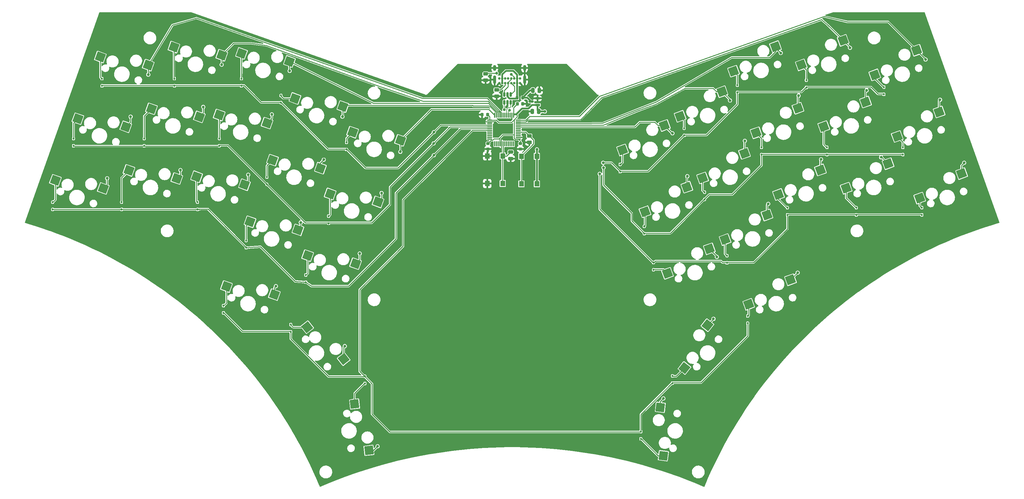
<source format=gbr>
%TF.GenerationSoftware,KiCad,Pcbnew,(7.0.0)*%
%TF.CreationDate,2023-03-04T17:22:36-05:00*%
%TF.ProjectId,pteropus,70746572-6f70-4757-932e-6b696361645f,rev?*%
%TF.SameCoordinates,Original*%
%TF.FileFunction,Copper,L2,Bot*%
%TF.FilePolarity,Positive*%
%FSLAX46Y46*%
G04 Gerber Fmt 4.6, Leading zero omitted, Abs format (unit mm)*
G04 Created by KiCad (PCBNEW (7.0.0)) date 2023-03-04 17:22:36*
%MOMM*%
%LPD*%
G01*
G04 APERTURE LIST*
G04 Aperture macros list*
%AMRoundRect*
0 Rectangle with rounded corners*
0 $1 Rounding radius*
0 $2 $3 $4 $5 $6 $7 $8 $9 X,Y pos of 4 corners*
0 Add a 4 corners polygon primitive as box body*
4,1,4,$2,$3,$4,$5,$6,$7,$8,$9,$2,$3,0*
0 Add four circle primitives for the rounded corners*
1,1,$1+$1,$2,$3*
1,1,$1+$1,$4,$5*
1,1,$1+$1,$6,$7*
1,1,$1+$1,$8,$9*
0 Add four rect primitives between the rounded corners*
20,1,$1+$1,$2,$3,$4,$5,0*
20,1,$1+$1,$4,$5,$6,$7,0*
20,1,$1+$1,$6,$7,$8,$9,0*
20,1,$1+$1,$8,$9,$2,$3,0*%
%AMRotRect*
0 Rectangle, with rotation*
0 The origin of the aperture is its center*
0 $1 length*
0 $2 width*
0 $3 Rotation angle, in degrees counterclockwise*
0 Add horizontal line*
21,1,$1,$2,0,0,$3*%
G04 Aperture macros list end*
%TA.AperFunction,SMDPad,CuDef*%
%ADD10RotRect,2.550000X2.500000X20.000000*%
%TD*%
%TA.AperFunction,SMDPad,CuDef*%
%ADD11RotRect,2.550000X2.500000X340.000000*%
%TD*%
%TA.AperFunction,SMDPad,CuDef*%
%ADD12RotRect,2.550000X2.500000X308.410000*%
%TD*%
%TA.AperFunction,SMDPad,CuDef*%
%ADD13RotRect,2.550000X2.500000X51.590000*%
%TD*%
%TA.AperFunction,SMDPad,CuDef*%
%ADD14RotRect,2.550000X2.500000X276.810000*%
%TD*%
%TA.AperFunction,SMDPad,CuDef*%
%ADD15RotRect,2.550000X2.500000X83.190000*%
%TD*%
%TA.AperFunction,SMDPad,CuDef*%
%ADD16RoundRect,0.112500X0.112500X-0.187500X0.112500X0.187500X-0.112500X0.187500X-0.112500X-0.187500X0*%
%TD*%
%TA.AperFunction,SMDPad,CuDef*%
%ADD17R,1.400000X1.600000*%
%TD*%
%TA.AperFunction,SMDPad,CuDef*%
%ADD18RoundRect,0.250000X0.450000X-0.262500X0.450000X0.262500X-0.450000X0.262500X-0.450000X-0.262500X0*%
%TD*%
%TA.AperFunction,SMDPad,CuDef*%
%ADD19RoundRect,0.250000X0.475000X-0.250000X0.475000X0.250000X-0.475000X0.250000X-0.475000X-0.250000X0*%
%TD*%
%TA.AperFunction,SMDPad,CuDef*%
%ADD20RoundRect,0.225000X-0.225000X-0.250000X0.225000X-0.250000X0.225000X0.250000X-0.225000X0.250000X0*%
%TD*%
%TA.AperFunction,SMDPad,CuDef*%
%ADD21RoundRect,0.150000X0.150000X-0.512500X0.150000X0.512500X-0.150000X0.512500X-0.150000X-0.512500X0*%
%TD*%
%TA.AperFunction,SMDPad,CuDef*%
%ADD22RoundRect,0.250000X-0.250000X-0.475000X0.250000X-0.475000X0.250000X0.475000X-0.250000X0.475000X0*%
%TD*%
%TA.AperFunction,SMDPad,CuDef*%
%ADD23RoundRect,0.112500X-0.112500X0.187500X-0.112500X-0.187500X0.112500X-0.187500X0.112500X0.187500X0*%
%TD*%
%TA.AperFunction,ComponentPad*%
%ADD24C,0.700000*%
%TD*%
%TA.AperFunction,ComponentPad*%
%ADD25O,0.900000X1.700000*%
%TD*%
%TA.AperFunction,ComponentPad*%
%ADD26O,0.900000X2.400000*%
%TD*%
%TA.AperFunction,SMDPad,CuDef*%
%ADD27RoundRect,0.225000X0.225000X0.250000X-0.225000X0.250000X-0.225000X-0.250000X0.225000X-0.250000X0*%
%TD*%
%TA.AperFunction,SMDPad,CuDef*%
%ADD28RoundRect,0.200000X-0.200000X-0.275000X0.200000X-0.275000X0.200000X0.275000X-0.200000X0.275000X0*%
%TD*%
%TA.AperFunction,SMDPad,CuDef*%
%ADD29RoundRect,0.250000X-0.450000X0.262500X-0.450000X-0.262500X0.450000X-0.262500X0.450000X0.262500X0*%
%TD*%
%TA.AperFunction,SMDPad,CuDef*%
%ADD30RoundRect,0.250000X0.250000X0.475000X-0.250000X0.475000X-0.250000X-0.475000X0.250000X-0.475000X0*%
%TD*%
%TA.AperFunction,SMDPad,CuDef*%
%ADD31RoundRect,0.075000X0.075000X-0.662500X0.075000X0.662500X-0.075000X0.662500X-0.075000X-0.662500X0*%
%TD*%
%TA.AperFunction,SMDPad,CuDef*%
%ADD32RoundRect,0.075000X0.662500X-0.075000X0.662500X0.075000X-0.662500X0.075000X-0.662500X-0.075000X0*%
%TD*%
%TA.AperFunction,SMDPad,CuDef*%
%ADD33RoundRect,0.225000X-0.250000X0.225000X-0.250000X-0.225000X0.250000X-0.225000X0.250000X0.225000X0*%
%TD*%
%TA.AperFunction,SMDPad,CuDef*%
%ADD34RoundRect,0.150000X0.587500X0.150000X-0.587500X0.150000X-0.587500X-0.150000X0.587500X-0.150000X0*%
%TD*%
%TA.AperFunction,ViaPad*%
%ADD35C,0.800000*%
%TD*%
%TA.AperFunction,Conductor*%
%ADD36C,0.500000*%
%TD*%
%TA.AperFunction,Conductor*%
%ADD37C,0.250000*%
%TD*%
%TA.AperFunction,Conductor*%
%ADD38C,0.200000*%
%TD*%
G04 APERTURE END LIST*
D10*
%TO.P,SW19,1,A*%
%TO.N,Col:7*%
X67392203Y-22505054D03*
%TO.P,SW19,2,B*%
%TO.N,Net-(D17-A)*%
X55246192Y-29628852D03*
%TD*%
D11*
%TO.P,SW27,1,A*%
%TO.N,Col:5*%
X-45382870Y-54513667D03*
%TO.P,SW27,2,B*%
%TO.N,Net-(D25-A)*%
X-59266344Y-52163507D03*
%TD*%
%TO.P,SW5,1,A*%
%TO.N,Col:3*%
X-64562870Y4186331D03*
%TO.P,SW5,2,B*%
%TO.N,Net-(D3-A)*%
X-78446344Y6536491D03*
%TD*%
D10*
%TO.P,SW18,1,A*%
%TO.N,Col:6*%
X50688203Y-32309054D03*
%TO.P,SW18,2,B*%
%TO.N,Net-(D16-A)*%
X38542192Y-39432852D03*
%TD*%
%TO.P,SW12,1,A*%
%TO.N,Col:10*%
X117316203Y7424944D03*
%TO.P,SW12,2,B*%
%TO.N,Net-(D10-A)*%
X105170192Y301146D03*
%TD*%
%TO.P,SW10,1,A*%
%TO.N,Col:8*%
X76384203Y8488944D03*
%TO.P,SW10,2,B*%
%TO.N,Net-(D8-A)*%
X64238192Y1365146D03*
%TD*%
%TO.P,SW11,1,A*%
%TO.N,Col:9*%
X95995203Y10305944D03*
%TO.P,SW11,2,B*%
%TO.N,Net-(D9-A)*%
X83849192Y3182146D03*
%TD*%
D11*
%TO.P,SW16,1,A*%
%TO.N,Col:4*%
X-55571870Y-26807667D03*
%TO.P,SW16,2,B*%
%TO.N,Net-(D14-A)*%
X-69455344Y-24457507D03*
%TD*%
%TO.P,SW4,1,A*%
%TO.N,Col:2*%
X-84174870Y6003331D03*
%TO.P,SW4,2,B*%
%TO.N,Net-(D2-A)*%
X-98058344Y8353491D03*
%TD*%
%TO.P,SW14,1,A*%
%TO.N,Col:2*%
X-90689870Y-11897667D03*
%TO.P,SW14,2,B*%
%TO.N,Net-(D12-A)*%
X-104573344Y-9547507D03*
%TD*%
%TO.P,SW25,1,A*%
%TO.N,Col:3*%
X-77593870Y-31615667D03*
%TO.P,SW25,2,B*%
%TO.N,Net-(D23-A)*%
X-91477344Y-29265507D03*
%TD*%
D10*
%TO.P,SW8,1,A*%
%TO.N,Col:6*%
X44173203Y-14408054D03*
%TO.P,SW8,2,B*%
%TO.N,Net-(D6-A)*%
X32027192Y-21531852D03*
%TD*%
D11*
%TO.P,SW15,1,A*%
%TO.N,Col:3*%
X-71046870Y-13714667D03*
%TO.P,SW15,2,B*%
%TO.N,Net-(D13-A)*%
X-84930344Y-11364507D03*
%TD*%
D10*
%TO.P,SW28,1,A*%
%TO.N,Col:6*%
X57204203Y-50211054D03*
%TO.P,SW28,2,B*%
%TO.N,Net-(D26-A)*%
X45058192Y-57334852D03*
%TD*%
D11*
%TO.P,SW3,1,A*%
%TO.N,Col:1*%
X-105495870Y3122331D03*
%TO.P,SW3,2,B*%
%TO.N,Net-(D1-A)*%
X-119379344Y5472491D03*
%TD*%
D10*
%TO.P,SW20,1,A*%
%TO.N,Col:8*%
X82899203Y-9412054D03*
%TO.P,SW20,2,B*%
%TO.N,Net-(D18-A)*%
X70753192Y-16535852D03*
%TD*%
D12*
%TO.P,SW34,1,A*%
%TO.N,Col:4*%
X-48815507Y-82227623D03*
%TO.P,SW34,2,B*%
%TO.N,Net-(D32-A)*%
X-59410604Y-72953033D03*
%TD*%
D10*
%TO.P,SW38,1,A*%
%TO.N,Col:8*%
X80748203Y-59200054D03*
%TO.P,SW38,2,B*%
%TO.N,Net-(D36-A)*%
X68602192Y-66323852D03*
%TD*%
D11*
%TO.P,SW26,1,A*%
%TO.N,Col:4*%
X-62086870Y-44708667D03*
%TO.P,SW26,2,B*%
%TO.N,Net-(D24-A)*%
X-75970344Y-42358507D03*
%TD*%
%TO.P,SW24,1,A*%
%TO.N,Col:2*%
X-97205870Y-29798667D03*
%TO.P,SW24,2,B*%
%TO.N,Net-(D22-A)*%
X-111089344Y-27448507D03*
%TD*%
D10*
%TO.P,SW22,1,A*%
%TO.N,Col:10*%
X123832203Y-10476054D03*
%TO.P,SW22,2,B*%
%TO.N,Net-(D20-A)*%
X111686192Y-17599852D03*
%TD*%
D11*
%TO.P,SW33,1,A*%
%TO.N,Col:3*%
X-68927870Y-63502667D03*
%TO.P,SW33,2,B*%
%TO.N,Net-(D31-A)*%
X-82811344Y-61152507D03*
%TD*%
D10*
%TO.P,SW32,1,A*%
%TO.N,Col:10*%
X130347203Y-28377054D03*
%TO.P,SW32,2,B*%
%TO.N,Net-(D30-A)*%
X118201192Y-35500852D03*
%TD*%
D13*
%TO.P,SW37,1,A*%
%TO.N,Col:7*%
X56630267Y-72370124D03*
%TO.P,SW37,2,B*%
%TO.N,Net-(D35-A)*%
X50015782Y-84800839D03*
%TD*%
D10*
%TO.P,SW9,1,A*%
%TO.N,Col:7*%
X60877203Y-4604054D03*
%TO.P,SW9,2,B*%
%TO.N,Net-(D7-A)*%
X48731192Y-11727852D03*
%TD*%
D11*
%TO.P,SW6,1,A*%
%TO.N,Col:4*%
X-49055870Y-8906667D03*
%TO.P,SW6,2,B*%
%TO.N,Net-(D4-A)*%
X-62939344Y-6556507D03*
%TD*%
%TO.P,SW7,1,A*%
%TO.N,Col:5*%
X-32351870Y-18710667D03*
%TO.P,SW7,2,B*%
%TO.N,Net-(D5-A)*%
X-46235344Y-16360507D03*
%TD*%
D10*
%TO.P,SW31,1,A*%
%TO.N,Col:9*%
X109026203Y-25496054D03*
%TO.P,SW31,2,B*%
%TO.N,Net-(D29-A)*%
X96880192Y-32619852D03*
%TD*%
D11*
%TO.P,SW13,1,A*%
%TO.N,Col:1*%
X-112011870Y-14778667D03*
%TO.P,SW13,2,B*%
%TO.N,Net-(D11-A)*%
X-125895344Y-12428507D03*
%TD*%
D10*
%TO.P,SW30,1,A*%
%TO.N,Col:8*%
X89415203Y-27313054D03*
%TO.P,SW30,2,B*%
%TO.N,Net-(D28-A)*%
X77269192Y-34436852D03*
%TD*%
%TO.P,SW21,1,A*%
%TO.N,Col:9*%
X102510203Y-7595054D03*
%TO.P,SW21,2,B*%
%TO.N,Net-(D19-A)*%
X90364192Y-14718852D03*
%TD*%
%TO.P,SW29,1,A*%
%TO.N,Col:7*%
X73908203Y-40406054D03*
%TO.P,SW29,2,B*%
%TO.N,Net-(D27-A)*%
X61762192Y-47529852D03*
%TD*%
D14*
%TO.P,SW35,1,A*%
%TO.N,Col:5*%
X-41494988Y-108715249D03*
%TO.P,SW35,2,B*%
%TO.N,Net-(D33-A)*%
X-45659363Y-95264150D03*
%TD*%
D11*
%TO.P,SW17,1,A*%
%TO.N,Col:5*%
X-38867870Y-36611667D03*
%TO.P,SW17,2,B*%
%TO.N,Net-(D15-A)*%
X-52751344Y-34261507D03*
%TD*%
D15*
%TO.P,SW36,1,A*%
%TO.N,Col:6*%
X42985690Y-96224003D03*
%TO.P,SW36,2,B*%
%TO.N,Net-(D34-A)*%
X43865475Y-110277476D03*
%TD*%
D11*
%TO.P,SW23,1,A*%
%TO.N,Col:1*%
X-118526870Y-32679667D03*
%TO.P,SW23,2,B*%
%TO.N,Net-(D21-A)*%
X-132410344Y-30329507D03*
%TD*%
D16*
%TO.P,D25,1,K*%
%TO.N,Row:3*%
X-59800000Y-59900000D03*
%TO.P,D25,2,A*%
%TO.N,Net-(D25-A)*%
X-59800000Y-57800000D03*
%TD*%
%TO.P,D6,1,K*%
%TO.N,Row:1*%
X31325000Y-27800000D03*
%TO.P,D6,2,A*%
%TO.N,Net-(D6-A)*%
X31325000Y-25700000D03*
%TD*%
%TO.P,D29,1,K*%
%TO.N,Row:3*%
X99825000Y-40362500D03*
%TO.P,D29,2,A*%
%TO.N,Net-(D29-A)*%
X99825000Y-38262500D03*
%TD*%
%TO.P,D7,1,K*%
%TO.N,Row:1*%
X49900000Y-17300000D03*
%TO.P,D7,2,A*%
%TO.N,Net-(D7-A)*%
X49900000Y-15200000D03*
%TD*%
%TO.P,D9,1,K*%
%TO.N,Row:1*%
X85325000Y-3362500D03*
%TO.P,D9,2,A*%
%TO.N,Net-(D9-A)*%
X85325000Y-1262500D03*
%TD*%
%TO.P,D21,1,K*%
%TO.N,Row:3*%
X-133221250Y-38762500D03*
%TO.P,D21,2,A*%
%TO.N,Net-(D21-A)*%
X-133221250Y-36662500D03*
%TD*%
D17*
%TO.P,SW2,1,1*%
%TO.N,GND*%
X-7199999Y-23249999D03*
X-7199999Y-31249999D03*
%TO.P,SW2,2,2*%
%TO.N,RESET*%
X-2699999Y-23249999D03*
X-2699999Y-31249999D03*
%TD*%
D16*
%TO.P,D10,1,K*%
%TO.N,Row:1*%
X107825000Y-5362500D03*
%TO.P,D10,2,A*%
%TO.N,Net-(D10-A)*%
X107825000Y-3262500D03*
%TD*%
D18*
%TO.P,R1,1*%
%TO.N,GND*%
X5000000Y-19262500D03*
%TO.P,R1,2*%
%TO.N,BOOT0*%
X5000000Y-17437500D03*
%TD*%
D19*
%TO.P,C3,1*%
%TO.N,GND*%
X-400000Y-24000000D03*
%TO.P,C3,2*%
%TO.N,RESET*%
X-400000Y-22100000D03*
%TD*%
D20*
%TO.P,C4,1*%
%TO.N,+3.3V*%
X1525000Y-8150000D03*
%TO.P,C4,2*%
%TO.N,GND*%
X3075000Y-8150000D03*
%TD*%
D16*
%TO.P,D27,1,K*%
%TO.N,Row:3*%
X62325000Y-54300000D03*
%TO.P,D27,2,A*%
%TO.N,Net-(D27-A)*%
X62325000Y-52200000D03*
%TD*%
D21*
%TO.P,U2,1,I/O1*%
%TO.N,D-*%
X-372548Y-7724244D03*
%TO.P,U2,2,GND*%
%TO.N,GND*%
X-1322548Y-7724244D03*
%TO.P,U2,3,I/O2*%
%TO.N,D+*%
X-2272548Y-7724244D03*
%TO.P,U2,4,I/O2*%
%TO.N,D+BUS*%
X-2272548Y-5449244D03*
%TO.P,U2,5,VBUS*%
%TO.N,VBUS*%
X-1322548Y-5449244D03*
%TO.P,U2,6,I/O1*%
%TO.N,D-BUS*%
X-372548Y-5449244D03*
%TD*%
D16*
%TO.P,D30,1,K*%
%TO.N,Row:3*%
X118825000Y-40362500D03*
%TO.P,D30,2,A*%
%TO.N,Net-(D30-A)*%
X118825000Y-38262500D03*
%TD*%
D17*
%TO.P,SW1,1,1*%
%TO.N,+3.3V*%
X7199999Y-31349999D03*
X7199999Y-23349999D03*
%TO.P,SW1,2,2*%
%TO.N,BOOT0*%
X2699999Y-31349999D03*
X2699999Y-23349999D03*
%TD*%
D22*
%TO.P,C1,1*%
%TO.N,+5V*%
X6027452Y-4250000D03*
%TO.P,C1,2*%
%TO.N,GND*%
X7927452Y-4250000D03*
%TD*%
D16*
%TO.P,D11,1,K*%
%TO.N,Row:2*%
X-127175000Y-20300000D03*
%TO.P,D11,2,A*%
%TO.N,Net-(D11-A)*%
X-127175000Y-18200000D03*
%TD*%
%TO.P,D28,1,K*%
%TO.N,Row:3*%
X79825000Y-40362500D03*
%TO.P,D28,2,A*%
%TO.N,Net-(D28-A)*%
X79825000Y-38262500D03*
%TD*%
%TO.P,D17,1,K*%
%TO.N,Row:2*%
X55825000Y-35862500D03*
%TO.P,D17,2,A*%
%TO.N,Net-(D17-A)*%
X55825000Y-33762500D03*
%TD*%
D23*
%TO.P,D26,1,K*%
%TO.N,Row:3*%
X41000000Y-54200000D03*
%TO.P,D26,2,A*%
%TO.N,Net-(D26-A)*%
X41000000Y-56300000D03*
%TD*%
D16*
%TO.P,D5,1,K*%
%TO.N,Row:1*%
X-48000000Y-21370000D03*
%TO.P,D5,2,A*%
%TO.N,Net-(D5-A)*%
X-48000000Y-19270000D03*
%TD*%
%TO.P,D31,1,K*%
%TO.N,Row:4*%
X-83675000Y-68800000D03*
%TO.P,D31,2,A*%
%TO.N,Net-(D31-A)*%
X-83675000Y-66700000D03*
%TD*%
D24*
%TO.P,J1,A1,GND*%
%TO.N,GND*%
X-3672524Y-2076744D03*
%TO.P,J1,A4,VBUS*%
%TO.N,VBUS*%
X-2822524Y-2076744D03*
%TO.P,J1,A5,CC1*%
%TO.N,Net-(J1-CC1)*%
X-1972524Y-2076744D03*
%TO.P,J1,A6,D+*%
%TO.N,D+BUS*%
X-1122524Y-2076744D03*
%TO.P,J1,A7,D-*%
%TO.N,D-BUS*%
X-272524Y-2076744D03*
%TO.P,J1,A8,SBU1*%
%TO.N,unconnected-(J1-SBU1-PadA8)*%
X577476Y-2076744D03*
%TO.P,J1,A9,VBUS*%
%TO.N,VBUS*%
X1427476Y-2076744D03*
%TO.P,J1,A12,GND*%
%TO.N,GND*%
X2277476Y-2076744D03*
%TO.P,J1,B1,GND*%
X2277476Y-726744D03*
%TO.P,J1,B4,VBUS*%
%TO.N,VBUS*%
X1427476Y-726744D03*
%TO.P,J1,B5,CC2*%
%TO.N,Net-(J1-CC2)*%
X577476Y-726744D03*
%TO.P,J1,B6,D+*%
%TO.N,D+BUS*%
X-272524Y-726744D03*
%TO.P,J1,B7,D-*%
%TO.N,D-BUS*%
X-1122524Y-726744D03*
%TO.P,J1,B8,SBU2*%
%TO.N,unconnected-(J1-SBU2-PadB8)*%
X-1972524Y-726744D03*
%TO.P,J1,B9,VBUS*%
%TO.N,VBUS*%
X-2822524Y-726744D03*
%TO.P,J1,B12,GND*%
%TO.N,GND*%
X-3672524Y-726744D03*
D25*
%TO.P,J1,S1,SHIELD*%
X-5022523Y2283255D03*
D26*
X-5022523Y-1096743D03*
D25*
X3627475Y2283255D03*
D26*
X3627475Y-1096743D03*
%TD*%
D16*
%TO.P,D35,1,K*%
%TO.N,Row:4*%
X46500000Y-89200000D03*
%TO.P,D35,2,A*%
%TO.N,Net-(D35-A)*%
X46500000Y-87100000D03*
%TD*%
D27*
%TO.P,C6,1*%
%TO.N,+3.3V*%
X-7125000Y-11250000D03*
%TO.P,C6,2*%
%TO.N,GND*%
X-8675000Y-11250000D03*
%TD*%
D16*
%TO.P,D15,1,K*%
%TO.N,Row:2*%
X-53200000Y-42800000D03*
%TO.P,D15,2,A*%
%TO.N,Net-(D15-A)*%
X-53200000Y-40700000D03*
%TD*%
%TO.P,D4,1,K*%
%TO.N,Row:1*%
X-67000000Y-7800000D03*
%TO.P,D4,2,A*%
%TO.N,Net-(D4-A)*%
X-67000000Y-5700000D03*
%TD*%
%TO.P,D3,1,K*%
%TO.N,Row:1*%
X-78500000Y-2900000D03*
%TO.P,D3,2,A*%
%TO.N,Net-(D3-A)*%
X-78500000Y-800000D03*
%TD*%
%TO.P,D1,1,K*%
%TO.N,Row:1*%
X-118900000Y-2900000D03*
%TO.P,D1,2,A*%
%TO.N,Net-(D1-A)*%
X-118900000Y-800000D03*
%TD*%
%TO.P,D36,1,K*%
%TO.N,Row:4*%
X68325000Y-71800000D03*
%TO.P,D36,2,A*%
%TO.N,Net-(D36-A)*%
X68325000Y-69700000D03*
%TD*%
%TO.P,D20,1,K*%
%TO.N,Row:2*%
X113325000Y-22862500D03*
%TO.P,D20,2,A*%
%TO.N,Net-(D20-A)*%
X113325000Y-20762500D03*
%TD*%
%TO.P,D2,1,K*%
%TO.N,Row:1*%
X-97900000Y-2900000D03*
%TO.P,D2,2,A*%
%TO.N,Net-(D2-A)*%
X-97900000Y-800000D03*
%TD*%
%TO.P,D12,1,K*%
%TO.N,Row:2*%
X-106675000Y-20300000D03*
%TO.P,D12,2,A*%
%TO.N,Net-(D12-A)*%
X-106675000Y-18200000D03*
%TD*%
D28*
%TO.P,FB1,1*%
%TO.N,VBUS*%
X1437500Y-6386744D03*
%TO.P,FB1,2*%
%TO.N,+5V*%
X3087500Y-6386744D03*
%TD*%
D16*
%TO.P,D16,1,K*%
%TO.N,Row:2*%
X38325000Y-45800000D03*
%TO.P,D16,2,A*%
%TO.N,Net-(D16-A)*%
X38325000Y-43700000D03*
%TD*%
%TO.P,D8,1,K*%
%TO.N,Row:1*%
X65325000Y-4800000D03*
%TO.P,D8,2,A*%
%TO.N,Net-(D8-A)*%
X65325000Y-2700000D03*
%TD*%
D29*
%TO.P,R2,1*%
%TO.N,Net-(J1-CC1)*%
X-4500000Y-4074244D03*
%TO.P,R2,2*%
%TO.N,GND*%
X-4500000Y-5899244D03*
%TD*%
D16*
%TO.P,D14,1,K*%
%TO.N,Row:2*%
X-71100000Y-31500000D03*
%TO.P,D14,2,A*%
%TO.N,Net-(D14-A)*%
X-71100000Y-29400000D03*
%TD*%
D30*
%TO.P,C2,1*%
%TO.N,+3.3V*%
X7750000Y-10350000D03*
%TO.P,C2,2*%
%TO.N,GND*%
X5850000Y-10350000D03*
%TD*%
D23*
%TO.P,D34,1,K*%
%TO.N,Row:4*%
X37325000Y-103262500D03*
%TO.P,D34,2,A*%
%TO.N,Net-(D34-A)*%
X37325000Y-105362500D03*
%TD*%
D31*
%TO.P,U3,1,VBAT*%
%TO.N,unconnected-(U3-VBAT-Pad1)*%
X427452Y-19749244D03*
%TO.P,U3,2,PC13*%
%TO.N,unconnected-(U3-PC13-Pad2)*%
X-72548Y-19749244D03*
%TO.P,U3,3,PC14*%
%TO.N,unconnected-(U3-PC14-Pad3)*%
X-572548Y-19749244D03*
%TO.P,U3,4,PC15*%
%TO.N,unconnected-(U3-PC15-Pad4)*%
X-1072548Y-19749244D03*
%TO.P,U3,5,PF0*%
%TO.N,unconnected-(U3-PF0-Pad5)*%
X-1572548Y-19749244D03*
%TO.P,U3,6,PF1*%
%TO.N,unconnected-(U3-PF1-Pad6)*%
X-2072548Y-19749244D03*
%TO.P,U3,7,NRST*%
%TO.N,RESET*%
X-2572548Y-19749244D03*
%TO.P,U3,8,VSSA*%
%TO.N,GND*%
X-3072548Y-19749244D03*
%TO.P,U3,9,VDDA*%
%TO.N,+3.3V*%
X-3572548Y-19749244D03*
%TO.P,U3,10,PA0*%
%TO.N,unconnected-(U3-PA0-Pad10)*%
X-4072548Y-19749244D03*
%TO.P,U3,11,PA1*%
%TO.N,unconnected-(U3-PA1-Pad11)*%
X-4572548Y-19749244D03*
%TO.P,U3,12,PA2*%
%TO.N,unconnected-(U3-PA2-Pad12)*%
X-5072548Y-19749244D03*
D32*
%TO.P,U3,13,PA3*%
%TO.N,unconnected-(U3-PA3-Pad13)*%
X-6485048Y-18336744D03*
%TO.P,U3,14,PA4*%
%TO.N,unconnected-(U3-PA4-Pad14)*%
X-6485048Y-17836744D03*
%TO.P,U3,15,PA5*%
%TO.N,unconnected-(U3-PA5-Pad15)*%
X-6485048Y-17336744D03*
%TO.P,U3,16,PA6*%
%TO.N,unconnected-(U3-PA6-Pad16)*%
X-6485048Y-16836744D03*
%TO.P,U3,17,PA7*%
%TO.N,unconnected-(U3-PA7-Pad17)*%
X-6485048Y-16336744D03*
%TO.P,U3,18,PB0*%
%TO.N,Row:4*%
X-6485048Y-15836744D03*
%TO.P,U3,19,PB1*%
%TO.N,Row:3*%
X-6485048Y-15336744D03*
%TO.P,U3,20,PB2*%
%TO.N,Row:2*%
X-6485048Y-14836744D03*
%TO.P,U3,21,PB10*%
%TO.N,Row:1*%
X-6485048Y-14336744D03*
%TO.P,U3,22,PB11*%
%TO.N,unconnected-(U3-PB11-Pad22)*%
X-6485048Y-13836744D03*
%TO.P,U3,23,VSS*%
%TO.N,GND*%
X-6485048Y-13336744D03*
%TO.P,U3,24,VDD*%
%TO.N,+3.3V*%
X-6485048Y-12836744D03*
D31*
%TO.P,U3,25,PB12*%
%TO.N,Col:5*%
X-5072548Y-11424244D03*
%TO.P,U3,26,PB13*%
%TO.N,Col:4*%
X-4572548Y-11424244D03*
%TO.P,U3,27,PB14*%
%TO.N,Col:3*%
X-4072548Y-11424244D03*
%TO.P,U3,28,PB15*%
%TO.N,Col:2*%
X-3572548Y-11424244D03*
%TO.P,U3,29,PA8*%
%TO.N,Col:1*%
X-3072548Y-11424244D03*
%TO.P,U3,30,PA9*%
%TO.N,unconnected-(U3-PA9-Pad30)*%
X-2572548Y-11424244D03*
%TO.P,U3,31,PA10*%
%TO.N,unconnected-(U3-PA10-Pad31)*%
X-2072548Y-11424244D03*
%TO.P,U3,32,PA11*%
%TO.N,D-*%
X-1572548Y-11424244D03*
%TO.P,U3,33,PA12*%
%TO.N,D+*%
X-1072548Y-11424244D03*
%TO.P,U3,34,PA13*%
%TO.N,unconnected-(U3-PA13-Pad34)*%
X-572548Y-11424244D03*
%TO.P,U3,35,VSS*%
%TO.N,GND*%
X-72548Y-11424244D03*
%TO.P,U3,36,VDDIO2*%
%TO.N,+3.3V*%
X427452Y-11424244D03*
D32*
%TO.P,U3,37,PA14*%
%TO.N,Col:10*%
X1839952Y-12836744D03*
%TO.P,U3,38,PA15*%
%TO.N,Col:9*%
X1839952Y-13336744D03*
%TO.P,U3,39,PB3*%
%TO.N,Col:8*%
X1839952Y-13836744D03*
%TO.P,U3,40,PB4*%
%TO.N,Col:7*%
X1839952Y-14336744D03*
%TO.P,U3,41,PB5*%
%TO.N,Col:6*%
X1839952Y-14836744D03*
%TO.P,U3,42,PB6*%
%TO.N,unconnected-(U3-PB6-Pad42)*%
X1839952Y-15336744D03*
%TO.P,U3,43,PB7*%
%TO.N,unconnected-(U3-PB7-Pad43)*%
X1839952Y-15836744D03*
%TO.P,U3,44,BOOT0*%
%TO.N,BOOT0*%
X1839952Y-16336744D03*
%TO.P,U3,45,PB8*%
%TO.N,unconnected-(U3-PB8-Pad45)*%
X1839952Y-16836744D03*
%TO.P,U3,46,PB9*%
%TO.N,unconnected-(U3-PB9-Pad46)*%
X1839952Y-17336744D03*
%TO.P,U3,47,VSS*%
%TO.N,GND*%
X1839952Y-17836744D03*
%TO.P,U3,48,VDD*%
%TO.N,+3.3V*%
X1839952Y-18336744D03*
%TD*%
D33*
%TO.P,C5,1*%
%TO.N,+3.3V*%
X2400000Y-19675000D03*
%TO.P,C5,2*%
%TO.N,GND*%
X2400000Y-21225000D03*
%TD*%
D16*
%TO.P,D32,1,K*%
%TO.N,Row:4*%
X-64175000Y-74300000D03*
%TO.P,D32,2,A*%
%TO.N,Net-(D32-A)*%
X-64175000Y-72200000D03*
%TD*%
D33*
%TO.P,C7,1*%
%TO.N,+3.3V*%
X-7000000Y-19675000D03*
%TO.P,C7,2*%
%TO.N,GND*%
X-7000000Y-21225000D03*
%TD*%
D23*
%TO.P,D33,1,K*%
%TO.N,Row:4*%
X-42675000Y-87200000D03*
%TO.P,D33,2,A*%
%TO.N,Net-(D33-A)*%
X-42675000Y-89300000D03*
%TD*%
D29*
%TO.P,R3,1*%
%TO.N,Net-(J1-CC2)*%
X-7700000Y562500D03*
%TO.P,R3,2*%
%TO.N,GND*%
X-7700000Y-1262500D03*
%TD*%
D16*
%TO.P,D23,1,K*%
%TO.N,Row:3*%
X-91221250Y-38762500D03*
%TO.P,D23,2,A*%
%TO.N,Net-(D23-A)*%
X-91221250Y-36662500D03*
%TD*%
%TO.P,D13,1,K*%
%TO.N,Row:2*%
X-84900000Y-20300000D03*
%TO.P,D13,2,A*%
%TO.N,Net-(D13-A)*%
X-84900000Y-18200000D03*
%TD*%
D34*
%TO.P,U1,1,GND*%
%TO.N,GND*%
X7414952Y-6536744D03*
%TO.P,U1,2,VO*%
%TO.N,+3.3V*%
X7414952Y-8436744D03*
%TO.P,U1,3,VI*%
%TO.N,+5V*%
X5539952Y-7486744D03*
%TD*%
D16*
%TO.P,D19,1,K*%
%TO.N,Row:2*%
X91325000Y-22862500D03*
%TO.P,D19,2,A*%
%TO.N,Net-(D19-A)*%
X91325000Y-20762500D03*
%TD*%
%TO.P,D18,1,K*%
%TO.N,Row:2*%
X72325000Y-22862500D03*
%TO.P,D18,2,A*%
%TO.N,Net-(D18-A)*%
X72325000Y-20762500D03*
%TD*%
%TO.P,D22,1,K*%
%TO.N,Row:3*%
X-113221250Y-38762500D03*
%TO.P,D22,2,A*%
%TO.N,Net-(D22-A)*%
X-113221250Y-36662500D03*
%TD*%
%TO.P,D24,1,K*%
%TO.N,Row:3*%
X-77100000Y-49900000D03*
%TO.P,D24,2,A*%
%TO.N,Net-(D24-A)*%
X-77100000Y-47800000D03*
%TD*%
D35*
%TO.N,GND*%
X-600000Y-12750000D03*
X-8700000Y-13050000D03*
X4600000Y-8350000D03*
X-2800000Y-15150000D03*
X3600000Y-17850000D03*
X-4900000Y-22050000D03*
X5300000Y-23150000D03*
X3500000Y-11250000D03*
X1100000Y-22050000D03*
X-8800000Y-18950000D03*
X-1600000Y-8950000D03*
%TO.N,+3.3V*%
X9500000Y-10350000D03*
X7200000Y-21350000D03*
%TO.N,Row:1*%
X26400000Y-25250000D03*
X-22700000Y-16350000D03*
%TO.N,Row:2*%
X-22750000Y-19600000D03*
X26500000Y-26650000D03*
%TO.N,Row:3*%
X25400000Y-28450000D03*
X-22700000Y-23050000D03*
%TO.N,Net-(J1-CC2)*%
X-4500000Y750000D03*
X-200000Y450000D03*
%TO.N,Col:1*%
X-105500000Y350000D03*
X-110600000Y-11850000D03*
X-117400000Y-29750000D03*
%TO.N,Col:2*%
X-84200000Y3250000D03*
X-89533875Y-9016125D03*
X-96173442Y-27376558D03*
%TO.N,Col:3*%
X-76518719Y-28731281D03*
X-64500000Y1450000D03*
X-68500000Y-61050000D03*
X-69667488Y-11182512D03*
%TO.N,Col:4*%
X-48500000Y-78450000D03*
X-61292060Y-42557940D03*
X-54619107Y-24330893D03*
X-49200000Y-11850000D03*
%TO.N,Col:5*%
X-37848837Y-34001163D03*
X-32400000Y-22050000D03*
X-39000000Y-107550000D03*
X-44185116Y-51564884D03*
%TO.N,Col:6*%
X50800000Y-29150000D03*
X46500000Y-16650000D03*
X59400000Y-52550000D03*
X43900000Y-93650000D03*
%TO.N,Col:7*%
X63200000Y-7150000D03*
X67500000Y-18850000D03*
X58400000Y-70550000D03*
X74300000Y-37150000D03*
%TO.N,Col:8*%
X83100000Y-5750000D03*
X82800000Y-57150000D03*
X77900000Y6650000D03*
X89600000Y-24250000D03*
%TO.N,Col:9*%
X102800000Y-4250000D03*
X107000000Y-23650000D03*
X98000000Y8150000D03*
%TO.N,Col:10*%
X124100000Y-6950000D03*
X119900000Y4750000D03*
X131100000Y-25250000D03*
%TO.N,D+*%
X-2300000Y-9850000D03*
X-700000Y-9950000D03*
%TD*%
D36*
%TO.N,VBUS*%
X-1322548Y-6010272D02*
X-771076Y-6561744D01*
X1427476Y363232D02*
X1427476Y-726744D01*
X-1322548Y-5449244D02*
X-1322548Y-6010272D01*
X1262500Y-6561744D02*
X1437500Y-6386744D01*
X-2822524Y-726744D02*
X-2822524Y413232D01*
X-2822524Y-726744D02*
X-2822524Y-2076744D01*
X-2822524Y413232D02*
X-1785756Y1450000D01*
X-1785756Y1450000D02*
X340708Y1450000D01*
X1427476Y-726744D02*
X1427476Y-2076744D01*
X1427476Y-2076744D02*
X1427476Y-6376720D01*
X-771076Y-6561744D02*
X1262500Y-6561744D01*
X340708Y1450000D02*
X1427476Y363232D01*
X1427476Y-6376720D02*
X1437500Y-6386744D01*
D37*
%TO.N,GND*%
X-1600000Y-8950000D02*
X-1322548Y-8672548D01*
X-600000Y-12750000D02*
X-72548Y-12222548D01*
X-1322548Y-8672548D02*
X-1322548Y-7724244D01*
X-72548Y-12222548D02*
X-72548Y-11424244D01*
D36*
%TO.N,+3.3V*%
X7227452Y-23400000D02*
X7227452Y-31322548D01*
D37*
X-3522548Y-17986744D02*
X-2668704Y-17132900D01*
X-4572548Y-12836744D02*
X-6485048Y-12836744D01*
D36*
X7750000Y-10350000D02*
X9500000Y-10350000D01*
X7227452Y-31322548D02*
X7200000Y-31350000D01*
D37*
X-6036744Y-18711744D02*
X-5698284Y-18711744D01*
X-3572548Y-19749244D02*
X-3572548Y-18463256D01*
X427452Y-9247548D02*
X1525000Y-8150000D01*
X2400000Y-19675000D02*
X2400000Y-18896792D01*
D36*
X7200000Y-21350000D02*
X7200000Y-23350000D01*
D37*
X-7000000Y-19675000D02*
X-6036744Y-18711744D01*
X-206815Y-13550000D02*
X-3859292Y-13550000D01*
X-6485048Y-11889952D02*
X-7125000Y-11250000D01*
X-3785804Y-18250000D02*
X-3572548Y-18036744D01*
D36*
X7414952Y-8436744D02*
X7414952Y-10014952D01*
D37*
X623608Y-17740588D02*
X623608Y-17132900D01*
X427452Y-11424244D02*
X427452Y-9247548D01*
D36*
X1200000Y-11150000D02*
X701696Y-11150000D01*
D37*
X639530Y-18113465D02*
X639530Y-17756510D01*
X603370Y-12739815D02*
X1493185Y-11850000D01*
X862809Y-18336744D02*
X1839952Y-18336744D01*
D36*
X5813256Y-8436744D02*
X4800000Y-9450000D01*
X7414952Y-10014952D02*
X7750000Y-10350000D01*
D37*
X603370Y-12739815D02*
X-206815Y-13550000D01*
D36*
X4800000Y-9450000D02*
X2900000Y-9450000D01*
D37*
X701696Y-11150000D02*
X427452Y-11424244D01*
X-3572548Y-18036744D02*
X-3522548Y-17986744D01*
X-3572548Y-18463256D02*
X-3785804Y-18250000D01*
D36*
X7414952Y-8436744D02*
X5813256Y-8436744D01*
D37*
X-6485048Y-12836744D02*
X-6485048Y-11889952D01*
X623608Y-12760053D02*
X623608Y-17132900D01*
X639530Y-18113465D02*
X862809Y-18336744D01*
X-5236540Y-18250000D02*
X-3785804Y-18250000D01*
X1493185Y-11850000D02*
X1493185Y-11443185D01*
X-5698284Y-18711744D02*
X-5236540Y-18250000D01*
X639530Y-17756510D02*
X623608Y-17740588D01*
D36*
X2900000Y-9450000D02*
X1200000Y-11150000D01*
D37*
X603370Y-12739815D02*
X623608Y-12760053D01*
X-3859292Y-13550000D02*
X-4572548Y-12836744D01*
X1493185Y-11443185D02*
X1200000Y-11150000D01*
X2400000Y-18896792D02*
X1839952Y-18336744D01*
X-2668704Y-17132900D02*
X623608Y-17132900D01*
%TO.N,RESET*%
X-400000Y-22100000D02*
X-1550000Y-23250000D01*
X-2572548Y-23200000D02*
X-2772548Y-23400000D01*
X-2772548Y-31177452D02*
X-2700000Y-31250000D01*
X-1550000Y-23250000D02*
X-2700000Y-23250000D01*
X-2772548Y-23400000D02*
X-2772548Y-31177452D01*
X-2572548Y-19749244D02*
X-2572548Y-23200000D01*
%TO.N,Row:1*%
X26400000Y-25250000D02*
X28887500Y-25250000D01*
X104100000Y-3250000D02*
X106100000Y-5250000D01*
X-42507500Y-26750000D02*
X-48000000Y-21257500D01*
X-22700000Y-16350000D02*
X-24950000Y-18600000D01*
X-67000000Y-7687500D02*
X-72775000Y-7687500D01*
X-20686744Y-14336744D02*
X-22700000Y-16350000D01*
X-33100000Y-26750000D02*
X-42507500Y-26750000D01*
X65325000Y-8225000D02*
X65325000Y-4687500D01*
X65325000Y-4687500D02*
X83887500Y-4687500D01*
X56362500Y-17187500D02*
X65325000Y-8225000D01*
X28887500Y-25250000D02*
X31325000Y-27687500D01*
X-77675000Y-2787500D02*
X-78500000Y-2787500D01*
X49900000Y-17187500D02*
X56362500Y-17187500D01*
X-48000000Y-21257500D02*
X-53430000Y-21257500D01*
X106100000Y-5250000D02*
X107825000Y-5250000D01*
X31325000Y-27687500D02*
X39400000Y-27687500D01*
X-24950000Y-18600000D02*
X-33100000Y-26750000D01*
X85325000Y-3250000D02*
X104100000Y-3250000D01*
X83887500Y-4687500D02*
X85325000Y-3250000D01*
X-53430000Y-21257500D02*
X-67000000Y-7687500D01*
X-72775000Y-7687500D02*
X-77675000Y-2787500D01*
X39400000Y-27687500D02*
X49900000Y-17187500D01*
X-78500000Y-2787500D02*
X-118900000Y-2787500D01*
X-6485048Y-14336744D02*
X-20686744Y-14336744D01*
%TO.N,Net-(D1-A)*%
X-119379345Y5472492D02*
X-119379345Y-433155D01*
X-119379345Y-433155D02*
X-118900000Y-912500D01*
%TO.N,Net-(D2-A)*%
X-98058345Y8353492D02*
X-98058345Y-250000D01*
X-98058345Y-250000D02*
X-97900000Y-800000D01*
%TO.N,Net-(D3-A)*%
X-78446345Y6536492D02*
X-78500000Y-800000D01*
%TO.N,Net-(D4-A)*%
X-66255992Y-6556508D02*
X-62939345Y-6556508D01*
X-67000000Y-5812500D02*
X-66255992Y-6556508D01*
%TO.N,Net-(D5-A)*%
X-48000000Y-18125163D02*
X-48000000Y-19382500D01*
X-46235345Y-16360508D02*
X-48000000Y-18125163D01*
%TO.N,Net-(D6-A)*%
X31325000Y-25812500D02*
X32027193Y-25110307D01*
X32027193Y-25110307D02*
X32027193Y-21531853D01*
%TO.N,Net-(D7-A)*%
X49900000Y-12896660D02*
X49900000Y-15312500D01*
X48731193Y-11727853D02*
X49900000Y-12896660D01*
%TO.N,Net-(D8-A)*%
X65325000Y278340D02*
X64238193Y1365147D01*
X65325000Y-2812500D02*
X65325000Y278340D01*
%TO.N,Net-(D9-A)*%
X85325000Y-1375000D02*
X85325000Y1706340D01*
X85325000Y1706340D02*
X83849193Y3182147D01*
%TO.N,Net-(D10-A)*%
X105170193Y-720193D02*
X105170193Y301147D01*
X107825000Y-3375000D02*
X105170193Y-720193D01*
%TO.N,Net-(D11-A)*%
X-125895345Y-12428508D02*
X-127175000Y-13708163D01*
X-127175000Y-13708163D02*
X-127175000Y-18312500D01*
%TO.N,Net-(D12-A)*%
X-106675000Y-11649163D02*
X-106675000Y-18312500D01*
X-104573345Y-9547508D02*
X-106675000Y-11649163D01*
%TO.N,Row:2*%
X55825000Y-35750000D02*
X57096826Y-34478174D01*
X-59926218Y-42687500D02*
X-70926218Y-31687500D01*
X72325000Y-22750000D02*
X91325000Y-22750000D01*
X-70926218Y-31687500D02*
X-82426218Y-20187500D01*
X34700000Y-42062500D02*
X38325000Y-45687500D01*
X-17986744Y-14836744D02*
X-6485048Y-14836744D01*
X26500000Y-26650000D02*
X26500000Y-31650000D01*
X-85076863Y-20364363D02*
X-126998137Y-20364363D01*
X63771826Y-34478174D02*
X72325000Y-25925000D01*
X38325000Y-45687500D02*
X45887500Y-45687500D01*
X-22750000Y-19600000D02*
X-17986744Y-14836744D01*
X-35400000Y-32250000D02*
X-35400000Y-37356393D01*
X34700000Y-39850000D02*
X34700000Y-42062500D01*
X-35400000Y-37356393D02*
X-40731107Y-42687500D01*
X91325000Y-22750000D02*
X113325000Y-22750000D01*
X-126998137Y-20364363D02*
X-127175000Y-20187500D01*
X-52999879Y-42687500D02*
X-59926218Y-42687500D01*
X57096826Y-34478174D02*
X63771826Y-34478174D01*
X-82426218Y-20187500D02*
X-84900000Y-20187500D01*
X26500000Y-31650000D02*
X34700000Y-39850000D01*
X-84900000Y-20187500D02*
X-85076863Y-20364363D01*
X-22750000Y-19600000D02*
X-35400000Y-32250000D01*
X45887500Y-45687500D02*
X55825000Y-35750000D01*
X-40731107Y-42687500D02*
X-52999879Y-42687500D01*
X72325000Y-25925000D02*
X72325000Y-22750000D01*
%TO.N,Net-(D13-A)*%
X-84900000Y-18200000D02*
X-84930345Y-11364508D01*
%TO.N,Net-(D14-A)*%
X-69455345Y-24457508D02*
X-71100000Y-26102163D01*
X-71100000Y-26102163D02*
X-71100000Y-29512500D01*
%TO.N,Net-(D15-A)*%
X-52751345Y-40363845D02*
X-53200000Y-40812500D01*
X-52751345Y-34261508D02*
X-52751345Y-40363845D01*
%TO.N,Net-(D16-A)*%
X38542193Y-39432853D02*
X38542193Y-43595307D01*
X38542193Y-43595307D02*
X38325000Y-43812500D01*
%TO.N,Net-(D17-A)*%
X55246193Y-33296193D02*
X55246193Y-29628853D01*
X55825000Y-33875000D02*
X55246193Y-33296193D01*
%TO.N,Net-(D18-A)*%
X72325000Y-18107660D02*
X72325000Y-20875000D01*
X70753193Y-16535853D02*
X72325000Y-18107660D01*
%TO.N,Net-(D19-A)*%
X90364193Y-19914193D02*
X91325000Y-20875000D01*
X90364193Y-14718853D02*
X90364193Y-19914193D01*
%TO.N,Net-(D20-A)*%
X111686193Y-17599853D02*
X113325000Y-19238660D01*
X113325000Y-19238660D02*
X113325000Y-20875000D01*
%TO.N,Net-(D21-A)*%
X-132410345Y-30329508D02*
X-132410345Y-35964095D01*
X-132410345Y-35964095D02*
X-133221250Y-36775000D01*
%TO.N,Net-(D22-A)*%
X-111089345Y-27448508D02*
X-113221250Y-29580413D01*
X-113221250Y-29580413D02*
X-113221250Y-36775000D01*
%TO.N,Net-(D23-A)*%
X-91477345Y-36518905D02*
X-91221250Y-36775000D01*
X-91477345Y-29265508D02*
X-91477345Y-36518905D01*
%TO.N,Net-(D24-A)*%
X-75970345Y-42358508D02*
X-77100000Y-43488163D01*
X-77100000Y-43488163D02*
X-77100000Y-47912500D01*
%TO.N,Row:3*%
X-22700000Y-23050000D02*
X-14986744Y-15336744D01*
X-62862500Y-59687500D02*
X-72925000Y-49625000D01*
X79825000Y-44425000D02*
X79825000Y-40250000D01*
X-33700000Y-34050000D02*
X-33700000Y-47350000D01*
X-133088387Y-38782863D02*
X-133221250Y-38650000D01*
X41562500Y-53750000D02*
X60600000Y-53750000D01*
X61037500Y-54187500D02*
X62325000Y-54187500D01*
X-90528750Y-38650000D02*
X-91221250Y-38650000D01*
X62325000Y-54187500D02*
X70062500Y-54187500D01*
X-58152379Y-61050000D02*
X-59800000Y-59900000D01*
X-22700000Y-23050000D02*
X-33700000Y-34050000D01*
X25400000Y-28450000D02*
X25400000Y-38712500D01*
X-33700000Y-47350000D02*
X-47400000Y-61050000D01*
X-77100000Y-49900000D02*
X-88150000Y-38650000D01*
X79825000Y-40250000D02*
X118825000Y-40250000D01*
X41000000Y-54312500D02*
X41562500Y-53750000D01*
X-47400000Y-61050000D02*
X-58152379Y-61050000D01*
X60600000Y-53750000D02*
X61037500Y-54187500D01*
X-72925000Y-49625000D02*
X-77100000Y-49900000D01*
X-14986744Y-15336744D02*
X-6485048Y-15336744D01*
X-90661613Y-38782863D02*
X-133088387Y-38782863D01*
X25400000Y-38712500D02*
X41000000Y-54312500D01*
X-88713750Y-38650000D02*
X-90528750Y-38650000D01*
X-90528750Y-38650000D02*
X-90661613Y-38782863D01*
X70062500Y-54187500D02*
X79825000Y-44425000D01*
X-59800000Y-59900000D02*
X-62862500Y-59687500D01*
X-88150000Y-38650000D02*
X-88667500Y-38650000D01*
%TO.N,Net-(D25-A)*%
X-59266345Y-57378845D02*
X-59800000Y-57800000D01*
X-59266345Y-52163508D02*
X-59266345Y-57378845D01*
%TO.N,Net-(D26-A)*%
X43910840Y-56187500D02*
X41000000Y-56187500D01*
X45058193Y-57334853D02*
X43910840Y-56187500D01*
%TO.N,Net-(D27-A)*%
X61762193Y-47529853D02*
X61762193Y-51749693D01*
X61762193Y-51749693D02*
X62325000Y-52312500D01*
%TO.N,Net-(D28-A)*%
X77269193Y-34436853D02*
X77269193Y-35819193D01*
X77269193Y-35819193D02*
X79825000Y-38375000D01*
%TO.N,Net-(D29-A)*%
X96880193Y-35430193D02*
X99825000Y-38375000D01*
X96880193Y-32619853D02*
X96880193Y-35430193D01*
%TO.N,Net-(D30-A)*%
X118201193Y-35500853D02*
X118201193Y-37751193D01*
X118201193Y-37751193D02*
X118825000Y-38375000D01*
%TO.N,Net-(D31-A)*%
X-82811345Y-61152508D02*
X-82811345Y-65948845D01*
X-82811345Y-65948845D02*
X-83675000Y-66812500D01*
%TO.N,Net-(D32-A)*%
X-63534466Y-72953034D02*
X-64175000Y-72312500D01*
X-59410605Y-72953034D02*
X-63534466Y-72953034D01*
%TO.N,Net-(D33-A)*%
X-42675000Y-89187500D02*
X-45659364Y-92171864D01*
X-45659364Y-92171864D02*
X-45659364Y-95264151D01*
%TO.N,Net-(D34-A)*%
X43865476Y-110277477D02*
X42352477Y-110277477D01*
X42352477Y-110277477D02*
X37325000Y-105250000D01*
%TO.N,Net-(D35-A)*%
X46500000Y-87212500D02*
X47604123Y-87212500D01*
X47604123Y-87212500D02*
X50015783Y-84800840D01*
%TO.N,Net-(D36-A)*%
X68325000Y-69812500D02*
X68602193Y-69535307D01*
X68602193Y-69535307D02*
X68602193Y-66323853D01*
%TO.N,Row:4*%
X-64175000Y-74187500D02*
X-78175000Y-74187500D01*
X-40600000Y-98250000D02*
X-35475000Y-103375000D01*
X68325000Y-75525000D02*
X68325000Y-71687500D01*
X-11486744Y-15836744D02*
X-31600000Y-35950000D01*
X-31600000Y-49450000D02*
X-44200000Y-62050000D01*
X-44200000Y-62050000D02*
X-44200000Y-85787500D01*
X-44200000Y-85787500D02*
X-42675000Y-87312500D01*
X-42675000Y-87312500D02*
X-40600000Y-89387500D01*
X-31600000Y-35950000D02*
X-31600000Y-49450000D01*
X-53196633Y-87312500D02*
X-64175000Y-76334133D01*
X-35475000Y-103375000D02*
X37325000Y-103375000D01*
X-64175000Y-76334133D02*
X-64175000Y-74187500D01*
X46500000Y-89087500D02*
X54762500Y-89087500D01*
X37325000Y-103375000D02*
X37325000Y-98262500D01*
X-40600000Y-89387500D02*
X-40600000Y-98250000D01*
X37325000Y-98262500D02*
X46500000Y-89087500D01*
X-42675000Y-87312500D02*
X-53196633Y-87312500D01*
X-6485048Y-15836744D02*
X-11486744Y-15836744D01*
X-78175000Y-74187500D02*
X-83675000Y-68687500D01*
X54762500Y-89087500D02*
X68325000Y-75525000D01*
D36*
%TO.N,+5V*%
X6027452Y-4250000D02*
X5224244Y-4250000D01*
X4439952Y-6386744D02*
X5539952Y-7486744D01*
X5224244Y-4250000D02*
X3087500Y-6386744D01*
X3087500Y-6386744D02*
X4285024Y-6386744D01*
D37*
%TO.N,Net-(J1-CC1)*%
X-3324244Y-4074244D02*
X-4500000Y-4074244D01*
X-1972524Y-2076744D02*
X-1972524Y-2722524D01*
X-1972524Y-2722524D02*
X-3324244Y-4074244D01*
%TO.N,D+BUS*%
X-272524Y-726744D02*
X-272524Y-1036720D01*
X-1122524Y-1886720D02*
X-1122524Y-2076744D01*
X-1122524Y-3086720D02*
X-1122524Y-2076744D01*
X-2272548Y-4236744D02*
X-1122524Y-3086720D01*
X-272524Y-1036720D02*
X-1122524Y-1886720D01*
X-2272548Y-5449244D02*
X-2272548Y-4236744D01*
%TO.N,D-BUS*%
X-372548Y-5449244D02*
X677452Y-4399244D01*
X677452Y-4399244D02*
X677452Y-3026720D01*
X677452Y-3026720D02*
X-272524Y-2076744D01*
%TO.N,Net-(J1-CC2)*%
X-4500000Y750000D02*
X-7512500Y750000D01*
X-7512500Y750000D02*
X-7700000Y562500D01*
X577476Y-327476D02*
X-200000Y450000D01*
X577476Y-726744D02*
X577476Y-327476D01*
%TO.N,BOOT0*%
X5000000Y-17437500D02*
X6200000Y-18637500D01*
X3899244Y-16336744D02*
X5000000Y-17437500D01*
X1839952Y-16336744D02*
X3899244Y-16336744D01*
X2700000Y-23250000D02*
X2700000Y-23350000D01*
X6200000Y-18637500D02*
X6200000Y-19750000D01*
X2700000Y-23350000D02*
X2700000Y-31350000D01*
X6200000Y-19750000D02*
X2700000Y-23250000D01*
%TO.N,Col:1*%
X-3072548Y-10677452D02*
X-7200000Y-6550000D01*
X-117400000Y-29750000D02*
X-117400000Y-31552797D01*
X-110600000Y-13366797D02*
X-112011871Y-14778668D01*
X-105495871Y3122332D02*
X-105500000Y350000D01*
X-110600000Y-11850000D02*
X-110600000Y-13366797D01*
X-3072548Y-11424244D02*
X-3072548Y-10677452D01*
X-26000000Y-6550000D02*
X-91500000Y16750000D01*
X-117400000Y-31552797D02*
X-118526871Y-32679668D01*
X-7200000Y-6550000D02*
X-26000000Y-6550000D01*
X-91500000Y16750000D02*
X-98500000Y14750000D01*
X-98500000Y14750000D02*
X-105495871Y3122332D01*
%TO.N,Col:2*%
X-84174871Y3275129D02*
X-84200000Y3250000D01*
X-75800000Y9450000D02*
X-80728203Y9450000D01*
X-80728203Y9450000D02*
X-84174871Y6003332D01*
X-89533875Y-10741672D02*
X-90689871Y-11897668D01*
X-3572548Y-10687504D02*
X-6910052Y-7350000D01*
X-71300000Y8850000D02*
X-75800000Y9450000D01*
X-96173442Y-27376558D02*
X-96173442Y-28766239D01*
X-84174871Y6003332D02*
X-84174871Y3275129D01*
X-96173442Y-28766239D02*
X-97205871Y-29798668D01*
X-38525001Y-3024999D02*
X-71300000Y8850000D01*
X-6910052Y-7350000D02*
X-25800000Y-7350000D01*
X-3572548Y-11424244D02*
X-3572548Y-10687504D01*
X-25800000Y-7350000D02*
X-38525001Y-3024999D01*
X-89533875Y-9016125D02*
X-89533875Y-10741672D01*
%TO.N,Col:3*%
X-64562871Y4186332D02*
X-64562871Y1512871D01*
X-6805026Y-7950000D02*
X-40200000Y-7950000D01*
X-71046871Y-13714668D02*
X-69667488Y-12335285D01*
X-69667488Y-12335285D02*
X-69667488Y-11182512D01*
X-4072548Y-11424244D02*
X-4072548Y-10682478D01*
X-4072548Y-10682478D02*
X-6805026Y-7950000D01*
X-68927871Y-63502668D02*
X-68927871Y-61477871D01*
X-40200000Y-7950000D02*
X-62900000Y3350000D01*
X-77593871Y-31615668D02*
X-76518719Y-30540516D01*
X-76518719Y-30540516D02*
X-76518719Y-28731281D01*
X-64562871Y1512871D02*
X-64500000Y1450000D01*
X-68927871Y-61477871D02*
X-68500000Y-61050000D01*
X-62900000Y3350000D02*
X-64562871Y4186332D01*
%TO.N,Col:4*%
X-54619107Y-24330893D02*
X-55571871Y-25283657D01*
X-48500000Y-78450000D02*
X-48815508Y-78765508D01*
X-49055871Y-11705871D02*
X-49200000Y-11850000D01*
X-61292060Y-43913857D02*
X-62086871Y-44708668D01*
X-11300000Y-8750000D02*
X-11500000Y-8550000D01*
X-11500000Y-8550000D02*
X-48699203Y-8550000D01*
X-49055871Y-8906668D02*
X-49055871Y-11705871D01*
X-6500000Y-8750000D02*
X-11300000Y-8750000D01*
X-61292060Y-42557940D02*
X-61292060Y-43913857D01*
X-48815508Y-78765508D02*
X-48815508Y-82227624D01*
X-4572548Y-10677452D02*
X-6500000Y-8750000D01*
X-55571871Y-25283657D02*
X-55571871Y-26807668D01*
X-48699203Y-8550000D02*
X-49055871Y-8906668D01*
X-4572548Y-11424244D02*
X-4572548Y-10677452D01*
%TO.N,Col:5*%
X-23391203Y-9750000D02*
X-32351871Y-18710668D01*
X-40165250Y-108715250D02*
X-41494989Y-108715250D01*
X-32351871Y-22001871D02*
X-32400000Y-22050000D01*
X-44185116Y-53315913D02*
X-45382871Y-54513668D01*
X-37848837Y-35592634D02*
X-38867871Y-36611668D01*
X-6746792Y-9750000D02*
X-5072548Y-11424244D01*
X-32351871Y-18710668D02*
X-32351871Y-22001871D01*
X-6746792Y-9750000D02*
X-23391203Y-9750000D01*
X-39000000Y-107550000D02*
X-40165250Y-108715250D01*
X-44185116Y-51564884D02*
X-44185116Y-53315913D01*
X-37848837Y-34001163D02*
X-37848837Y-35592634D01*
%TO.N,Col:6*%
X41382798Y-13432798D02*
X42358055Y-14408055D01*
X44173204Y-14408055D02*
X46415149Y-16650000D01*
X37017202Y-13432798D02*
X41382798Y-13432798D01*
X59400000Y-52406851D02*
X59400000Y-52550000D01*
X42358055Y-14408055D02*
X44173204Y-14408055D01*
X35613256Y-14836744D02*
X37017202Y-13432798D01*
X43900000Y-93650000D02*
X42985691Y-94564309D01*
X42985691Y-94564309D02*
X42985691Y-96224004D01*
X57204204Y-50211055D02*
X59400000Y-52406851D01*
X50688204Y-32309055D02*
X50688204Y-29261796D01*
X1839952Y-14836744D02*
X35613256Y-14836744D01*
X46415149Y-16650000D02*
X46500000Y-16650000D01*
X50688204Y-29261796D02*
X50800000Y-29150000D01*
%TO.N,Col:7*%
X74300000Y-37150000D02*
X73908204Y-37541796D01*
X26413256Y-14336744D02*
X36200000Y-10250000D01*
X36200000Y-10250000D02*
X41600000Y-8250000D01*
X50121202Y-3628798D02*
X58278798Y-3628798D01*
X41600000Y-8250000D02*
X50121202Y-3628798D01*
X67392204Y-18957796D02*
X67392204Y-22505055D01*
X1839952Y-14336744D02*
X26413256Y-14336744D01*
X73908204Y-37541796D02*
X73908204Y-40406055D01*
X58400000Y-70550000D02*
X58100000Y-70900393D01*
X60877204Y-4604055D02*
X63200000Y-6926851D01*
X63200000Y-6926851D02*
X63200000Y-7150000D01*
X59254055Y-4604055D02*
X60877204Y-4604055D01*
X67500000Y-18850000D02*
X67392204Y-18957796D01*
X58100000Y-70900393D02*
X56630268Y-72370125D01*
X58278798Y-3628798D02*
X59254055Y-4604055D01*
%TO.N,Col:8*%
X82500000Y-57448259D02*
X80748204Y-59200055D01*
X89415204Y-24434796D02*
X89415204Y-27313055D01*
X1839952Y-13836744D02*
X19913256Y-13836744D01*
X76384204Y8165796D02*
X77900000Y6650000D01*
X76384204Y8488945D02*
X76384204Y8165796D01*
X19913256Y-13836744D02*
X26200000Y-13750000D01*
X83100000Y-5750000D02*
X82899204Y-5950796D01*
X63700000Y5331369D02*
X74681369Y5331369D01*
X26200000Y-13750000D02*
X41700000Y-7650000D01*
X74681369Y5331369D02*
X76384204Y7034204D01*
X89600000Y-24250000D02*
X89415204Y-24434796D01*
X82899204Y-5950796D02*
X82899204Y-9412055D01*
X41700000Y-7650000D02*
X63700000Y5331369D01*
X82800000Y-57150000D02*
X82500000Y-57448259D01*
X76384204Y7034204D02*
X76384204Y8488945D01*
%TO.N,Col:9*%
X102510204Y-4539796D02*
X102510204Y-7595055D01*
X98000000Y8301149D02*
X98000000Y8150000D01*
X95995204Y10305945D02*
X98000000Y8301149D01*
X107000000Y-23650000D02*
X107180149Y-23650000D01*
X25900000Y-6350000D02*
X89700000Y16350000D01*
X102800000Y-4250000D02*
X102510204Y-4539796D01*
X19800000Y-12750000D02*
X25900000Y-6350000D01*
X4594974Y-12750000D02*
X19800000Y-12750000D01*
X4008230Y-13336744D02*
X4594974Y-12750000D01*
X89700000Y16350000D02*
X91451149Y14850000D01*
X107180149Y-23650000D02*
X109026204Y-25496055D01*
X91451149Y14850000D02*
X95995204Y10305945D01*
X1839952Y-13336744D02*
X4008230Y-13336744D01*
%TO.N,Col:10*%
X130347204Y-26002796D02*
X130347204Y-28377055D01*
X117316204Y7424945D02*
X119900000Y4841149D01*
X1839952Y-12836744D02*
X4013256Y-12836744D01*
X119900000Y4841149D02*
X119900000Y4750000D01*
X123832204Y-7217796D02*
X123832204Y-10476055D01*
X124100000Y-6950000D02*
X123832204Y-7217796D01*
X4013256Y-12836744D02*
X5100000Y-11750000D01*
X97300000Y15650000D02*
X109091149Y15650000D01*
X25300000Y-5950000D02*
X90500000Y17250000D01*
X131100000Y-25250000D02*
X130347204Y-26002796D01*
X19500000Y-11750000D02*
X25300000Y-5950000D01*
X90500000Y17250000D02*
X97300000Y15650000D01*
X5100000Y-11750000D02*
X19500000Y-11750000D01*
X109091149Y15650000D02*
X117316204Y7424945D01*
D38*
%TO.N,D-*%
X-1572548Y-9774019D02*
X-1572548Y-11424244D01*
X-372548Y-9022548D02*
X-600000Y-9250000D01*
X-372548Y-7724244D02*
X-372548Y-9022548D01*
X-1048529Y-9250000D02*
X-1572548Y-9774019D01*
X-600000Y-9250000D02*
X-1048529Y-9250000D01*
%TO.N,D+*%
X-2272548Y-9822548D02*
X-2272548Y-7724244D01*
X-1072548Y-10322548D02*
X-1072548Y-11424244D01*
X-700000Y-9950000D02*
X-1072548Y-10322548D01*
X-2300000Y-9850000D02*
X-2272548Y-9822548D01*
%TD*%
%TA.AperFunction,Conductor*%
%TO.N,GND*%
G36*
X-93065703Y18492431D02*
G01*
X-25213929Y-5455252D01*
X-25195793Y-5463342D01*
X-25176706Y-5473766D01*
X-25140244Y-5481697D01*
X-25136155Y-5482702D01*
X-25132818Y-5483881D01*
X-25103063Y-5489803D01*
X-25101136Y-5490204D01*
X-25036073Y-5504359D01*
X-25031568Y-5504036D01*
X-25027137Y-5504919D01*
X-24960834Y-5498994D01*
X-24958805Y-5498831D01*
X-24892517Y-5494091D01*
X-24888286Y-5492513D01*
X-24883785Y-5492111D01*
X-24821936Y-5467787D01*
X-24819891Y-5467003D01*
X-24814086Y-5464838D01*
X-24757669Y-5443796D01*
X-24754054Y-5441090D01*
X-24749848Y-5439436D01*
X-24697333Y-5398653D01*
X-24695587Y-5397322D01*
X-24674949Y-5381873D01*
X-24674944Y-5381869D01*
X-24671407Y-5379221D01*
X-24668912Y-5376726D01*
X-24665613Y-5374019D01*
X-24643183Y-5356600D01*
X-24636178Y-5351160D01*
X-24623459Y-5333527D01*
X-24610573Y-5318387D01*
X-22128569Y-2836383D01*
X-4069076Y-2836383D01*
X-4060050Y-2843403D01*
X-3945059Y-2894601D01*
X-3932760Y-2898597D01*
X-3769065Y-2933391D01*
X-3756200Y-2934744D01*
X-3588848Y-2934744D01*
X-3575982Y-2933391D01*
X-3412287Y-2898597D01*
X-3399988Y-2894601D01*
X-3284995Y-2843403D01*
X-3275970Y-2836383D01*
X-3281879Y-2826597D01*
X-3660980Y-2447497D01*
X-3672524Y-2440832D01*
X-3684066Y-2447496D01*
X-4063167Y-2826597D01*
X-4069076Y-2836383D01*
X-22128569Y-2836383D01*
X-20864545Y-1572359D01*
X-8908000Y-1572359D01*
X-8907680Y-1578639D01*
X-8898082Y-1672586D01*
X-8895263Y-1685752D01*
X-8843929Y-1840670D01*
X-8837867Y-1853669D01*
X-8752427Y-1992189D01*
X-8743523Y-2003450D01*
X-8628450Y-2118523D01*
X-8617189Y-2127427D01*
X-8478669Y-2212867D01*
X-8465670Y-2218929D01*
X-8310752Y-2270263D01*
X-8297586Y-2273082D01*
X-8203639Y-2282680D01*
X-8197359Y-2283000D01*
X-7970326Y-2283000D01*
X-7957450Y-2279549D01*
X-7954000Y-2266674D01*
X-7446000Y-2266674D01*
X-7442549Y-2279549D01*
X-7429674Y-2283000D01*
X-7202641Y-2283000D01*
X-7196360Y-2282680D01*
X-7102413Y-2273082D01*
X-7089247Y-2270263D01*
X-6934329Y-2218929D01*
X-6921330Y-2212867D01*
X-6782810Y-2127427D01*
X-6771549Y-2118523D01*
X-6656476Y-2003450D01*
X-6647572Y-1992189D01*
X-6585893Y-1892192D01*
X-5980524Y-1892192D01*
X-5980206Y-1898457D01*
X-5966389Y-2034333D01*
X-5963872Y-2046578D01*
X-5909307Y-2220488D01*
X-5904375Y-2231981D01*
X-5815924Y-2391340D01*
X-5808773Y-2401615D01*
X-5690059Y-2539899D01*
X-5680979Y-2548530D01*
X-5536863Y-2660084D01*
X-5526235Y-2666709D01*
X-5362605Y-2746973D01*
X-5350864Y-2751321D01*
X-5290270Y-2767010D01*
X-5279059Y-2767295D01*
X-5276524Y-2756370D01*
X-5276524Y-1367070D01*
X-5279974Y-1354194D01*
X-5292850Y-1350744D01*
X-5964198Y-1350744D01*
X-5977073Y-1354194D01*
X-5980524Y-1367070D01*
X-5980524Y-1892192D01*
X-6585893Y-1892192D01*
X-6562132Y-1853669D01*
X-6556070Y-1840670D01*
X-6504736Y-1685752D01*
X-6501917Y-1672586D01*
X-6492319Y-1578639D01*
X-6492000Y-1572359D01*
X-6492000Y-1532826D01*
X-6495450Y-1519950D01*
X-6508326Y-1516500D01*
X-7429674Y-1516500D01*
X-7442549Y-1519950D01*
X-7446000Y-1532826D01*
X-7446000Y-2266674D01*
X-7954000Y-2266674D01*
X-7954000Y-1532826D01*
X-7957450Y-1519950D01*
X-7970326Y-1516500D01*
X-8891674Y-1516500D01*
X-8904549Y-1519950D01*
X-8908000Y-1532826D01*
X-8908000Y-1572359D01*
X-20864545Y-1572359D01*
X-15829005Y3463181D01*
X-15788777Y3490061D01*
X-15741324Y3499500D01*
X-5858993Y3499500D01*
X-5794740Y3481554D01*
X-5749084Y3432912D01*
X-5735242Y3367651D01*
X-5757218Y3304663D01*
X-5860877Y3155731D01*
X-5866946Y3144797D01*
X-5938825Y2977299D01*
X-5942568Y2965370D01*
X-5979258Y2786833D01*
X-5980524Y2774387D01*
X-5980524Y2553582D01*
X-5977073Y2540706D01*
X-5964198Y2537256D01*
X-4080850Y2537256D01*
X-4067974Y2540706D01*
X-4064524Y2553582D01*
X-4064524Y2728704D01*
X-4064841Y2734969D01*
X-4078658Y2870845D01*
X-4081175Y2883090D01*
X-4135740Y3057000D01*
X-4140672Y3068493D01*
X-4229123Y3227852D01*
X-4236271Y3238122D01*
X-4284867Y3294729D01*
X-4313579Y3358277D01*
X-4303457Y3427271D01*
X-4257700Y3479893D01*
X-4190781Y3499500D01*
X2791007Y3499500D01*
X2855260Y3481554D01*
X2900916Y3432912D01*
X2914758Y3367651D01*
X2892782Y3304663D01*
X2789122Y3155731D01*
X2783053Y3144797D01*
X2711174Y2977299D01*
X2707431Y2965370D01*
X2670741Y2786833D01*
X2669476Y2774387D01*
X2669476Y2553582D01*
X2672926Y2540706D01*
X2685802Y2537256D01*
X4569150Y2537256D01*
X4582025Y2540706D01*
X4585476Y2553582D01*
X4585476Y2728704D01*
X4585158Y2734969D01*
X4571341Y2870845D01*
X4568824Y2883090D01*
X4514259Y3057000D01*
X4509327Y3068493D01*
X4420876Y3227852D01*
X4413728Y3238122D01*
X4365133Y3294729D01*
X4336421Y3358277D01*
X4346543Y3427271D01*
X4392300Y3479893D01*
X4459219Y3499500D01*
X15741324Y3499500D01*
X15788777Y3490061D01*
X15829005Y3463181D01*
X24610576Y-5318390D01*
X24623457Y-5333523D01*
X24636179Y-5351160D01*
X24663981Y-5372751D01*
X24665608Y-5374014D01*
X24668906Y-5376720D01*
X24671407Y-5379221D01*
X24674958Y-5381879D01*
X24695634Y-5397357D01*
X24697380Y-5398688D01*
X24749849Y-5439435D01*
X24754050Y-5441087D01*
X24757669Y-5443796D01*
X24802274Y-5460432D01*
X24819940Y-5467021D01*
X24821994Y-5467807D01*
X24883786Y-5492110D01*
X24888282Y-5492511D01*
X24892517Y-5494091D01*
X24901367Y-5494723D01*
X24901368Y-5494724D01*
X24903606Y-5494884D01*
X24958818Y-5498832D01*
X24960963Y-5499004D01*
X24996786Y-5502205D01*
X25059390Y-5525948D01*
X25100524Y-5578780D01*
X25108193Y-5645297D01*
X25080160Y-5706103D01*
X25063831Y-5725280D01*
X25057101Y-5732571D01*
X19401493Y-11388181D01*
X19361265Y-11415061D01*
X19313812Y-11424500D01*
X8323184Y-11424500D01*
X8263609Y-11409251D01*
X8218686Y-11367255D01*
X8199465Y-11308841D01*
X8210672Y-11248375D01*
X8249551Y-11200730D01*
X8263316Y-11190571D01*
X8322150Y-11147150D01*
X8402793Y-11037882D01*
X8447646Y-10909699D01*
X8448350Y-10902184D01*
X8449256Y-10898041D01*
X8472972Y-10847794D01*
X8516250Y-10812948D01*
X8570400Y-10800500D01*
X9058581Y-10800500D01*
X9098439Y-10807081D01*
X9134066Y-10826123D01*
X9197159Y-10874536D01*
X9343238Y-10935044D01*
X9500000Y-10955682D01*
X9656762Y-10935044D01*
X9802841Y-10874536D01*
X9928282Y-10778282D01*
X10024536Y-10652841D01*
X10085044Y-10506762D01*
X10105682Y-10350000D01*
X10085044Y-10193238D01*
X10024536Y-10047159D01*
X9928282Y-9921718D01*
X9906846Y-9905270D01*
X9824314Y-9841941D01*
X9802841Y-9825464D01*
X9782716Y-9817128D01*
X9664271Y-9768066D01*
X9664268Y-9768065D01*
X9656762Y-9764956D01*
X9648708Y-9763895D01*
X9648702Y-9763894D01*
X9508059Y-9745379D01*
X9500000Y-9744318D01*
X9491941Y-9745379D01*
X9351297Y-9763894D01*
X9351289Y-9763896D01*
X9343238Y-9764956D01*
X9335733Y-9768064D01*
X9335728Y-9768066D01*
X9204666Y-9822354D01*
X9204662Y-9822355D01*
X9197159Y-9825464D01*
X9190714Y-9830408D01*
X9190711Y-9830411D01*
X9134067Y-9873876D01*
X9098439Y-9892919D01*
X9058581Y-9899500D01*
X8570400Y-9899500D01*
X8516250Y-9887052D01*
X8472972Y-9852206D01*
X8449256Y-9801959D01*
X8448350Y-9797814D01*
X8447646Y-9790301D01*
X8402793Y-9662118D01*
X8382099Y-9634079D01*
X8357840Y-9601209D01*
X8322150Y-9552850D01*
X8285413Y-9525737D01*
X8220358Y-9477724D01*
X8220355Y-9477722D01*
X8212882Y-9472207D01*
X8204116Y-9469139D01*
X8204113Y-9469138D01*
X8091817Y-9429844D01*
X8091811Y-9429842D01*
X8084699Y-9427354D01*
X8077191Y-9426649D01*
X8077187Y-9426649D01*
X8057149Y-9424770D01*
X8057141Y-9424769D01*
X8054266Y-9424500D01*
X8051373Y-9424500D01*
X7989452Y-9424500D01*
X7927452Y-9407887D01*
X7882065Y-9362500D01*
X7865452Y-9300500D01*
X7865452Y-9061244D01*
X7882065Y-8999244D01*
X7927452Y-8953857D01*
X7989452Y-8937244D01*
X8031230Y-8937244D01*
X8035712Y-8937244D01*
X8103845Y-8927317D01*
X8208935Y-8875942D01*
X8291650Y-8793227D01*
X8343025Y-8688137D01*
X8352952Y-8620004D01*
X8352952Y-8253484D01*
X8343025Y-8185351D01*
X8291650Y-8080261D01*
X8208935Y-7997546D01*
X8199708Y-7993035D01*
X8199705Y-7993033D01*
X8112497Y-7950400D01*
X8112493Y-7950398D01*
X8103845Y-7946171D01*
X8084317Y-7943325D01*
X8040149Y-7936890D01*
X8040142Y-7936889D01*
X8035712Y-7936244D01*
X6794192Y-7936244D01*
X6789762Y-7936889D01*
X6789754Y-7936890D01*
X6735592Y-7944782D01*
X6726059Y-7946171D01*
X6717411Y-7950398D01*
X6717400Y-7950402D01*
X6669860Y-7973644D01*
X6615400Y-7986244D01*
X6545378Y-7986244D01*
X6485237Y-7970683D01*
X6440190Y-7927906D01*
X6421544Y-7868649D01*
X6433977Y-7807784D01*
X6441946Y-7791483D01*
X6468025Y-7738137D01*
X6477952Y-7670004D01*
X6477952Y-7435564D01*
X6491029Y-7380138D01*
X6527500Y-7336403D01*
X6579675Y-7313581D01*
X6636548Y-7316488D01*
X6717616Y-7340041D01*
X6730014Y-7342305D01*
X6758559Y-7344552D01*
X6763441Y-7344744D01*
X7144626Y-7344744D01*
X7157501Y-7341293D01*
X7160952Y-7328418D01*
X7160952Y-7328417D01*
X7668952Y-7328417D01*
X7672402Y-7341292D01*
X7685278Y-7344743D01*
X8066485Y-7344743D01*
X8071324Y-7344552D01*
X8099881Y-7342306D01*
X8112294Y-7340039D01*
X8258362Y-7297602D01*
X8272565Y-7291455D01*
X8402233Y-7214771D01*
X8414468Y-7205280D01*
X8520988Y-7098760D01*
X8530479Y-7086525D01*
X8607163Y-6956857D01*
X8613310Y-6942654D01*
X8653419Y-6804599D01*
X8653995Y-6793334D01*
X8643017Y-6790744D01*
X7685278Y-6790744D01*
X7672402Y-6794194D01*
X7668952Y-6807070D01*
X7668952Y-7328417D01*
X7160952Y-7328417D01*
X7160952Y-6807070D01*
X7157501Y-6794194D01*
X7144626Y-6790744D01*
X6186887Y-6790744D01*
X6175908Y-6793334D01*
X6176484Y-6804599D01*
X6183181Y-6827648D01*
X6186088Y-6884521D01*
X6163266Y-6936696D01*
X6119531Y-6973167D01*
X6064105Y-6986244D01*
X5727918Y-6986244D01*
X5680465Y-6976805D01*
X5640237Y-6949925D01*
X4970464Y-6280153D01*
X6175908Y-6280153D01*
X6186887Y-6282744D01*
X7144626Y-6282744D01*
X7157501Y-6279293D01*
X7160952Y-6266418D01*
X7160952Y-5745071D01*
X7157501Y-5732195D01*
X7144626Y-5728745D01*
X6763419Y-5728745D01*
X6758579Y-5728935D01*
X6730022Y-5731181D01*
X6717609Y-5733448D01*
X6571541Y-5775885D01*
X6557338Y-5782032D01*
X6427670Y-5858716D01*
X6415435Y-5868207D01*
X6308915Y-5974727D01*
X6299424Y-5986962D01*
X6222740Y-6116630D01*
X6216593Y-6130833D01*
X6176484Y-6268888D01*
X6175908Y-6280153D01*
X4970464Y-6280153D01*
X4737916Y-6047605D01*
X4734630Y-6044319D01*
X4729898Y-6040827D01*
X4673822Y-5999441D01*
X4652834Y-5983951D01*
X4624742Y-5974121D01*
X4533423Y-5942167D01*
X4533420Y-5942166D01*
X4524651Y-5939098D01*
X4515363Y-5938750D01*
X4515361Y-5938750D01*
X4468970Y-5937014D01*
X4414032Y-5921852D01*
X4371679Y-5883716D01*
X4350858Y-5830664D01*
X4355967Y-5773902D01*
X4385925Y-5725422D01*
X5187340Y-4924006D01*
X5231882Y-4895435D01*
X5284285Y-4888037D01*
X5334999Y-4903162D01*
X5374786Y-4938054D01*
X5455302Y-5047150D01*
X5564570Y-5127793D01*
X5573338Y-5130861D01*
X5683916Y-5169554D01*
X5692753Y-5172646D01*
X5723186Y-5175500D01*
X6328825Y-5175500D01*
X6331718Y-5175500D01*
X6362151Y-5172646D01*
X6490334Y-5127793D01*
X6599602Y-5047150D01*
X6680245Y-4937882D01*
X6698281Y-4886337D01*
X6731966Y-4835489D01*
X6785822Y-4806852D01*
X6846817Y-4807358D01*
X6900190Y-4836885D01*
X6933028Y-4888288D01*
X6983522Y-5040670D01*
X6989584Y-5053669D01*
X7075024Y-5192189D01*
X7083928Y-5203450D01*
X7199001Y-5318523D01*
X7210262Y-5327427D01*
X7348782Y-5412867D01*
X7361781Y-5418929D01*
X7516699Y-5470263D01*
X7529865Y-5473082D01*
X7623812Y-5482680D01*
X7630093Y-5483000D01*
X7660533Y-5483000D01*
X7717790Y-5497011D01*
X7762108Y-5535877D01*
X7783472Y-5590815D01*
X7777055Y-5649410D01*
X7744306Y-5698422D01*
X7692627Y-5726775D01*
X7672402Y-5732194D01*
X7668952Y-5745070D01*
X7668952Y-6266418D01*
X7672402Y-6279293D01*
X7685278Y-6282744D01*
X8643017Y-6282744D01*
X8653995Y-6280153D01*
X8653419Y-6268888D01*
X8613310Y-6130833D01*
X8607163Y-6116630D01*
X8530479Y-5986962D01*
X8520988Y-5974727D01*
X8414468Y-5868207D01*
X8402233Y-5858716D01*
X8272565Y-5782032D01*
X8258362Y-5775885D01*
X8112287Y-5733446D01*
X8099889Y-5731182D01*
X8092722Y-5730618D01*
X8033560Y-5710102D01*
X7991965Y-5663295D01*
X7978546Y-5602132D01*
X7996723Y-5542210D01*
X8041861Y-5498811D01*
X8102450Y-5483000D01*
X8224811Y-5483000D01*
X8231091Y-5482680D01*
X8325038Y-5473082D01*
X8338204Y-5470263D01*
X8493122Y-5418929D01*
X8506121Y-5412867D01*
X8644641Y-5327427D01*
X8655902Y-5318523D01*
X8770975Y-5203450D01*
X8779879Y-5192189D01*
X8865319Y-5053669D01*
X8871381Y-5040670D01*
X8922715Y-4885752D01*
X8925534Y-4872586D01*
X8935132Y-4778639D01*
X8935452Y-4772359D01*
X8935452Y-4520326D01*
X8932001Y-4507450D01*
X8919126Y-4504000D01*
X7797452Y-4504000D01*
X7735452Y-4487387D01*
X7690065Y-4442000D01*
X7673452Y-4380000D01*
X7673452Y-3979674D01*
X8181452Y-3979674D01*
X8184902Y-3992549D01*
X8197778Y-3996000D01*
X8919126Y-3996000D01*
X8932001Y-3992549D01*
X8935452Y-3979674D01*
X8935452Y-3727641D01*
X8935132Y-3721360D01*
X8925534Y-3627413D01*
X8922715Y-3614247D01*
X8871381Y-3459329D01*
X8865319Y-3446330D01*
X8779879Y-3307810D01*
X8770975Y-3296549D01*
X8655902Y-3181476D01*
X8644641Y-3172572D01*
X8506121Y-3087132D01*
X8493122Y-3081070D01*
X8338204Y-3029736D01*
X8325038Y-3026917D01*
X8231091Y-3017319D01*
X8224811Y-3017000D01*
X8197778Y-3017000D01*
X8184902Y-3020450D01*
X8181452Y-3033326D01*
X8181452Y-3979674D01*
X7673452Y-3979674D01*
X7673452Y-3033326D01*
X7670001Y-3020450D01*
X7657126Y-3017000D01*
X7630093Y-3017000D01*
X7623812Y-3017319D01*
X7529865Y-3026917D01*
X7516699Y-3029736D01*
X7361781Y-3081070D01*
X7348782Y-3087132D01*
X7210262Y-3172572D01*
X7199001Y-3181476D01*
X7083928Y-3296549D01*
X7075024Y-3307810D01*
X6989584Y-3446330D01*
X6983522Y-3459329D01*
X6933028Y-3611711D01*
X6900190Y-3663114D01*
X6846817Y-3692641D01*
X6785823Y-3693147D01*
X6731967Y-3664511D01*
X6698280Y-3613660D01*
X6696171Y-3607634D01*
X6680245Y-3562118D01*
X6664554Y-3540858D01*
X6622647Y-3484075D01*
X6599602Y-3452850D01*
X6544950Y-3412515D01*
X6497810Y-3377724D01*
X6497807Y-3377722D01*
X6490334Y-3372207D01*
X6481568Y-3369139D01*
X6481565Y-3369138D01*
X6369269Y-3329844D01*
X6369263Y-3329842D01*
X6362151Y-3327354D01*
X6354643Y-3326649D01*
X6354639Y-3326649D01*
X6334601Y-3324770D01*
X6334593Y-3324769D01*
X6331718Y-3324500D01*
X5723186Y-3324500D01*
X5720311Y-3324769D01*
X5720302Y-3324770D01*
X5700264Y-3326649D01*
X5700259Y-3326650D01*
X5692753Y-3327354D01*
X5685641Y-3329842D01*
X5685634Y-3329844D01*
X5573338Y-3369138D01*
X5573332Y-3369140D01*
X5564570Y-3372207D01*
X5557098Y-3377720D01*
X5557093Y-3377724D01*
X5462779Y-3447331D01*
X5462776Y-3447333D01*
X5455302Y-3452850D01*
X5449785Y-3460324D01*
X5449783Y-3460327D01*
X5380176Y-3554641D01*
X5380172Y-3554646D01*
X5374659Y-3562118D01*
X5371592Y-3570880D01*
X5371590Y-3570886D01*
X5332788Y-3681778D01*
X5329806Y-3690301D01*
X5329102Y-3697804D01*
X5328957Y-3698470D01*
X5306189Y-3747493D01*
X5264729Y-3782172D01*
X5214046Y-3795500D01*
X5207209Y-3794730D01*
X5151039Y-3805357D01*
X5146486Y-3806131D01*
X5099138Y-3813268D01*
X5099137Y-3813268D01*
X5089957Y-3814652D01*
X5082217Y-3818379D01*
X5073772Y-3819977D01*
X5065561Y-3824316D01*
X5065560Y-3824317D01*
X5023229Y-3846690D01*
X5019091Y-3848779D01*
X4999454Y-3858236D01*
X4967602Y-3873575D01*
X4961302Y-3879420D01*
X4953706Y-3883435D01*
X4947142Y-3889998D01*
X4947135Y-3890004D01*
X4913302Y-3923837D01*
X4909966Y-3927051D01*
X4874859Y-3959626D01*
X4874855Y-3959630D01*
X4868050Y-3965945D01*
X4864581Y-3971951D01*
X4859483Y-3977656D01*
X3162214Y-5674925D01*
X3121986Y-5701805D01*
X3074534Y-5711244D01*
X2860852Y-5711244D01*
X2860839Y-5711244D01*
X2855982Y-5711245D01*
X2851180Y-5712005D01*
X2851173Y-5712006D01*
X2771831Y-5724572D01*
X2771830Y-5724572D01*
X2762196Y-5726098D01*
X2753510Y-5730523D01*
X2753503Y-5730526D01*
X2657853Y-5779263D01*
X2657849Y-5779265D01*
X2649158Y-5783694D01*
X2642259Y-5790592D01*
X2642256Y-5790595D01*
X2566351Y-5866500D01*
X2566348Y-5866503D01*
X2559450Y-5873402D01*
X2555021Y-5882093D01*
X2555019Y-5882097D01*
X2507822Y-5974727D01*
X2501854Y-5986440D01*
X2500327Y-5996074D01*
X2500326Y-5996081D01*
X2487763Y-6075404D01*
X2487762Y-6075411D01*
X2487000Y-6080225D01*
X2487000Y-6085102D01*
X2487000Y-6085103D01*
X2487000Y-6688391D01*
X2487000Y-6688403D01*
X2487001Y-6693262D01*
X2487761Y-6698064D01*
X2487762Y-6698070D01*
X2496821Y-6755267D01*
X2501854Y-6787048D01*
X2506280Y-6795735D01*
X2506282Y-6795740D01*
X2550239Y-6882008D01*
X2559450Y-6900086D01*
X2649158Y-6989794D01*
X2651417Y-6990945D01*
X2690436Y-7040367D01*
X2698473Y-7107027D01*
X2670586Y-7168104D01*
X2614949Y-7205691D01*
X2544972Y-7228879D01*
X2531967Y-7234944D01*
X2398421Y-7317316D01*
X2387160Y-7326220D01*
X2276220Y-7437160D01*
X2267311Y-7448427D01*
X2209578Y-7542027D01*
X2170665Y-7581511D01*
X2118435Y-7600092D01*
X2063329Y-7594056D01*
X2016359Y-7564611D01*
X2010121Y-7558373D01*
X2003220Y-7551472D01*
X1883126Y-7490281D01*
X1873489Y-7488754D01*
X1873484Y-7488753D01*
X1788308Y-7475263D01*
X1788302Y-7475262D01*
X1783488Y-7474500D01*
X1266512Y-7474500D01*
X1261698Y-7475262D01*
X1261691Y-7475263D01*
X1176515Y-7488753D01*
X1176508Y-7488755D01*
X1166874Y-7490281D01*
X1158178Y-7494711D01*
X1158177Y-7494712D01*
X1055475Y-7547041D01*
X1055471Y-7547043D01*
X1046780Y-7551472D01*
X1039881Y-7558370D01*
X1039878Y-7558373D01*
X958373Y-7639878D01*
X958370Y-7639881D01*
X951472Y-7646780D01*
X947043Y-7655471D01*
X947041Y-7655475D01*
X895056Y-7757502D01*
X890281Y-7766874D01*
X888755Y-7776508D01*
X888753Y-7776515D01*
X875263Y-7861691D01*
X875262Y-7861698D01*
X874500Y-7866512D01*
X874500Y-7871390D01*
X874500Y-8288811D01*
X865061Y-8336264D01*
X838181Y-8376492D01*
X211166Y-9003506D01*
X203194Y-9010812D01*
X182566Y-9028121D01*
X182564Y-9028122D01*
X174258Y-9035093D01*
X168836Y-9044483D01*
X168834Y-9044486D01*
X159994Y-9059797D01*
X117558Y-9103423D01*
X59477Y-9121603D01*
X-259Y-9109958D01*
X-47259Y-9071294D01*
X-70202Y-9014924D01*
X-70859Y-9010214D01*
X-72048Y-8993083D01*
X-72048Y-8627663D01*
X-58299Y-8570912D01*
X-21854Y-8528772D01*
X-16065Y-8525942D01*
X66650Y-8443227D01*
X118025Y-8338137D01*
X127952Y-8270004D01*
X127952Y-7178484D01*
X124402Y-7154120D01*
X128079Y-7101479D01*
X153316Y-7055130D01*
X195541Y-7023474D01*
X247106Y-7012244D01*
X1013448Y-7012244D01*
X1069742Y-7025758D01*
X1112196Y-7047390D01*
X1205981Y-7062244D01*
X1669018Y-7062243D01*
X1762804Y-7047390D01*
X1875842Y-6989794D01*
X1965550Y-6900086D01*
X2023146Y-6787048D01*
X2038000Y-6693263D01*
X2037999Y-6080226D01*
X2023146Y-5986440D01*
X2014901Y-5970259D01*
X1982548Y-5906762D01*
X1965550Y-5873402D01*
X1914294Y-5822146D01*
X1887415Y-5781919D01*
X1877976Y-5734466D01*
X1877976Y-3022123D01*
X1890055Y-2968740D01*
X1923940Y-2925757D01*
X1973029Y-2901549D01*
X2027757Y-2900833D01*
X2180934Y-2933391D01*
X2193800Y-2934744D01*
X2361152Y-2934744D01*
X2374017Y-2933391D01*
X2537712Y-2898597D01*
X2550011Y-2894601D01*
X2665002Y-2843403D01*
X2674028Y-2836383D01*
X2668119Y-2826597D01*
X2017984Y-2176462D01*
X1991104Y-2136234D01*
X1981665Y-2088781D01*
X1981665Y-2084803D01*
X1982726Y-2076744D01*
X1981665Y-2068685D01*
X1981665Y-2064706D01*
X1991104Y-2017253D01*
X2017984Y-1977025D01*
X2189794Y-1805214D01*
X2245381Y-1773120D01*
X2309568Y-1773120D01*
X2365156Y-1805214D01*
X3011574Y-2451632D01*
X3040113Y-2496083D01*
X3047561Y-2548379D01*
X3034170Y-2593609D01*
X3043090Y-2605864D01*
X3113137Y-2660084D01*
X3123764Y-2666709D01*
X3287394Y-2746973D01*
X3299135Y-2751321D01*
X3359729Y-2767010D01*
X3370940Y-2767295D01*
X3372803Y-2759270D01*
X3881476Y-2759270D01*
X3884196Y-2770355D01*
X3895538Y-2769056D01*
X4045649Y-2713462D01*
X4056887Y-2707950D01*
X4211561Y-2611540D01*
X4221457Y-2603879D01*
X4353558Y-2478308D01*
X4361705Y-2468817D01*
X4465829Y-2319219D01*
X4471898Y-2308285D01*
X4543777Y-2140787D01*
X4547520Y-2128858D01*
X4584210Y-1950321D01*
X4585476Y-1937875D01*
X4585476Y-1367070D01*
X4582025Y-1354194D01*
X4569150Y-1350744D01*
X3897802Y-1350744D01*
X3884926Y-1354194D01*
X3881476Y-1367070D01*
X3881476Y-2759270D01*
X3372803Y-2759270D01*
X3373476Y-2756370D01*
X3373476Y-826418D01*
X3881476Y-826418D01*
X3884926Y-839293D01*
X3897802Y-842744D01*
X4569150Y-842744D01*
X4582025Y-839293D01*
X4585476Y-826418D01*
X4585476Y-301296D01*
X4585158Y-295030D01*
X4571341Y-159154D01*
X4568824Y-146909D01*
X4514259Y27000D01*
X4509327Y38493D01*
X4420876Y197852D01*
X4413725Y208127D01*
X4295011Y346411D01*
X4285931Y355042D01*
X4141815Y466596D01*
X4131187Y473221D01*
X3967557Y553485D01*
X3955816Y557833D01*
X3895222Y573522D01*
X3884011Y573807D01*
X3881476Y562882D01*
X3881476Y-826418D01*
X3373476Y-826418D01*
X3373476Y565782D01*
X3370755Y576867D01*
X3359413Y575568D01*
X3209302Y519974D01*
X3198064Y514462D01*
X3043390Y418052D01*
X3033494Y410391D01*
X2901393Y284820D01*
X2893246Y275329D01*
X2789122Y125731D01*
X2781446Y111901D01*
X2739917Y67667D01*
X2682373Y48431D01*
X2622592Y58798D01*
X2550011Y91113D01*
X2537712Y95109D01*
X2374017Y129903D01*
X2361152Y131256D01*
X2193800Y131256D01*
X2180934Y129903D01*
X2027757Y97345D01*
X1973029Y98061D01*
X1923940Y122269D01*
X1890055Y165252D01*
X1877976Y218635D01*
X1877976Y330971D01*
X1878756Y344854D01*
X1879744Y353625D01*
X1882746Y380267D01*
X1872114Y436451D01*
X1871339Y441019D01*
X1870270Y448112D01*
X1862824Y497519D01*
X1859096Y505258D01*
X1857499Y513704D01*
X1830768Y564277D01*
X1828696Y568385D01*
X1816728Y593238D01*
X1803901Y619874D01*
X1798058Y626171D01*
X1794042Y633770D01*
X1753603Y674207D01*
X1750438Y677492D01*
X1711531Y719426D01*
X1705521Y722895D01*
X1699831Y727979D01*
X682065Y1745744D01*
X672817Y1756093D01*
X650587Y1783970D01*
X603326Y1816191D01*
X599606Y1818830D01*
X573893Y1837808D01*
X2669476Y1837808D01*
X2669793Y1831542D01*
X2683610Y1695666D01*
X2686127Y1683421D01*
X2740692Y1509511D01*
X2745624Y1498018D01*
X2834075Y1338659D01*
X2841226Y1328384D01*
X2959940Y1190100D01*
X2969020Y1181469D01*
X3113136Y1069915D01*
X3123764Y1063290D01*
X3287394Y983026D01*
X3299135Y978678D01*
X3359729Y962989D01*
X3370940Y962704D01*
X3372803Y970730D01*
X3881476Y970730D01*
X3884196Y959644D01*
X3895538Y960943D01*
X4045649Y1016537D01*
X4056887Y1022049D01*
X4211561Y1118459D01*
X4221457Y1126120D01*
X4353558Y1251691D01*
X4361705Y1261182D01*
X4465829Y1410780D01*
X4471898Y1421714D01*
X4543777Y1589212D01*
X4547520Y1601141D01*
X4584210Y1779678D01*
X4585476Y1792125D01*
X4585476Y2012930D01*
X4582025Y2025805D01*
X4569150Y2029256D01*
X3897802Y2029256D01*
X3884926Y2025805D01*
X3881476Y2012930D01*
X3881476Y970730D01*
X3372803Y970730D01*
X3373476Y973630D01*
X3373476Y2012930D01*
X3370025Y2025805D01*
X3357150Y2029256D01*
X2685802Y2029256D01*
X2672926Y2025805D01*
X2669476Y2012930D01*
X2669476Y1837808D01*
X573893Y1837808D01*
X553590Y1852793D01*
X545483Y1855629D01*
X538381Y1860472D01*
X483738Y1877325D01*
X479370Y1878762D01*
X425407Y1897646D01*
X416821Y1897967D01*
X408610Y1900500D01*
X399317Y1900500D01*
X351446Y1900500D01*
X346809Y1900587D01*
X346408Y1900602D01*
X289698Y1902724D01*
X282995Y1900928D01*
X275366Y1900500D01*
X-1753495Y1900500D01*
X-1767378Y1901280D01*
X-1802791Y1905270D01*
X-1858975Y1894638D01*
X-1863534Y1893864D01*
X-1920043Y1885348D01*
X-1927782Y1881620D01*
X-1936228Y1880023D01*
X-1944451Y1875676D01*
X-1944453Y1875676D01*
X-1986776Y1853306D01*
X-1990909Y1851219D01*
X-2042398Y1826425D01*
X-2048697Y1820579D01*
X-2056294Y1816565D01*
X-2096718Y1776139D01*
X-2100003Y1772974D01*
X-2141950Y1734055D01*
X-2145420Y1728043D01*
X-2150505Y1722352D01*
X-3118268Y754589D01*
X-3128617Y745341D01*
X-3156494Y723111D01*
X-3188715Y675850D01*
X-3191354Y672130D01*
X-3225317Y626114D01*
X-3228153Y618007D01*
X-3232996Y610905D01*
X-3247389Y564240D01*
X-3249848Y556268D01*
X-3251286Y551894D01*
X-3270170Y497931D01*
X-3270491Y489345D01*
X-3273024Y481134D01*
X-3273024Y471841D01*
X-3273024Y423970D01*
X-3273111Y419333D01*
X-3275248Y362222D01*
X-3273452Y355519D01*
X-3273024Y347890D01*
X-3273024Y218635D01*
X-3285103Y165252D01*
X-3318988Y122269D01*
X-3368077Y98061D01*
X-3422805Y97345D01*
X-3575982Y129903D01*
X-3588848Y131256D01*
X-3756200Y131256D01*
X-3769065Y129903D01*
X-3932760Y95109D01*
X-3945063Y91111D01*
X-4005644Y64139D01*
X-4064189Y53683D01*
X-4120869Y71690D01*
X-4162646Y114017D01*
X-4179910Y170927D01*
X-4168690Y229331D01*
X-4131567Y275793D01*
X-4078166Y316769D01*
X-4078160Y316774D01*
X-4071718Y321718D01*
X-4066774Y328160D01*
X-4066771Y328164D01*
X-3980411Y440711D01*
X-3980408Y440714D01*
X-3975464Y447159D01*
X-3970949Y458059D01*
X-3918066Y585728D01*
X-3918064Y585733D01*
X-3914956Y593238D01*
X-3913896Y601289D01*
X-3913894Y601297D01*
X-3895379Y741941D01*
X-3894318Y750000D01*
X-3898692Y783227D01*
X-3913894Y898702D01*
X-3913895Y898708D01*
X-3914956Y906762D01*
X-3918333Y914914D01*
X-3972354Y1045333D01*
X-3975464Y1052841D01*
X-4050819Y1151046D01*
X-4066771Y1171835D01*
X-4071718Y1178282D01*
X-4121815Y1216723D01*
X-4156597Y1243412D01*
X-4194922Y1292563D01*
X-4204493Y1354149D01*
X-4185879Y1404532D01*
X-4187224Y1405279D01*
X-4178101Y1421714D01*
X-4106222Y1589212D01*
X-4102479Y1601141D01*
X-4065789Y1779678D01*
X-4064524Y1792125D01*
X-4064524Y2012930D01*
X-4067974Y2025805D01*
X-4080850Y2029256D01*
X-5964198Y2029256D01*
X-5977073Y2025805D01*
X-5980524Y2012930D01*
X-5980524Y1837808D01*
X-5980206Y1831542D01*
X-5966389Y1695666D01*
X-5963872Y1683421D01*
X-5909307Y1509511D01*
X-5904375Y1498018D01*
X-5815924Y1338659D01*
X-5808773Y1328384D01*
X-5767468Y1280270D01*
X-5738756Y1216723D01*
X-5748879Y1147729D01*
X-5794635Y1095107D01*
X-5861554Y1075500D01*
X-6812372Y1075500D01*
X-6868254Y1088806D01*
X-6912141Y1125865D01*
X-6927850Y1147150D01*
X-6935327Y1152668D01*
X-6935330Y1152671D01*
X-7029641Y1222275D01*
X-7029642Y1222275D01*
X-7037118Y1227793D01*
X-7165301Y1272646D01*
X-7195734Y1275500D01*
X-8204266Y1275500D01*
X-8234699Y1272646D01*
X-8362882Y1227793D01*
X-8472150Y1147150D01*
X-8552793Y1037882D01*
X-8597646Y909699D01*
X-8600500Y879266D01*
X-8600500Y245734D01*
X-8597646Y215301D01*
X-8552793Y87118D01*
X-8472150Y-22150D01*
X-8397275Y-77409D01*
X-8356155Y-130198D01*
X-8348454Y-196674D01*
X-8376420Y-257470D01*
X-8431906Y-294881D01*
X-8465666Y-306068D01*
X-8478669Y-312132D01*
X-8617189Y-397572D01*
X-8628450Y-406476D01*
X-8743523Y-521549D01*
X-8752427Y-532810D01*
X-8837867Y-671330D01*
X-8843929Y-684329D01*
X-8895263Y-839247D01*
X-8898082Y-852413D01*
X-8907680Y-946360D01*
X-8908000Y-952641D01*
X-8908000Y-992174D01*
X-8904549Y-1005049D01*
X-8891674Y-1008500D01*
X-6508326Y-1008500D01*
X-6495450Y-1005049D01*
X-6492000Y-992174D01*
X-6492000Y-952641D01*
X-6492319Y-946360D01*
X-6501917Y-852413D01*
X-6504736Y-839247D01*
X-6556070Y-684329D01*
X-6562132Y-671330D01*
X-6647572Y-532810D01*
X-6656476Y-521549D01*
X-6771549Y-406476D01*
X-6782810Y-397572D01*
X-6921330Y-312132D01*
X-6934331Y-306069D01*
X-6968094Y-294881D01*
X-7023580Y-257470D01*
X-7051545Y-196674D01*
X-7043844Y-130198D01*
X-7002720Y-77406D01*
X-7002718Y-77405D01*
X-6927850Y-22150D01*
X-6922331Y-14672D01*
X-6852724Y79641D01*
X-6852720Y79646D01*
X-6847207Y87118D01*
X-6844140Y95880D01*
X-6844138Y95886D01*
X-6804844Y208182D01*
X-6804842Y208189D01*
X-6802354Y215301D01*
X-6801650Y222807D01*
X-6801649Y222812D01*
X-6799770Y242850D01*
X-6799769Y242859D01*
X-6799500Y245734D01*
X-6799500Y300500D01*
X-6782887Y362500D01*
X-6737500Y407887D01*
X-6675500Y424500D01*
X-5890314Y424500D01*
X-5826061Y406554D01*
X-5780405Y357912D01*
X-5766563Y292651D01*
X-5788539Y229663D01*
X-5860877Y125731D01*
X-5866946Y114797D01*
X-5938825Y-52700D01*
X-5942568Y-64629D01*
X-5979258Y-243166D01*
X-5980524Y-255613D01*
X-5980524Y-826418D01*
X-5977073Y-839293D01*
X-5964198Y-842744D01*
X-4892524Y-842744D01*
X-4830524Y-859357D01*
X-4785137Y-904744D01*
X-4768524Y-966744D01*
X-4768524Y-2759270D01*
X-4765803Y-2770355D01*
X-4754461Y-2769056D01*
X-4604350Y-2713462D01*
X-4593112Y-2707950D01*
X-4438432Y-2611536D01*
X-4432746Y-2607134D01*
X-4426433Y-2596714D01*
X-4441396Y-2548670D01*
X-4434300Y-2495636D01*
X-4405519Y-2450529D01*
X-3760204Y-1805214D01*
X-3704616Y-1773120D01*
X-3640429Y-1773120D01*
X-3584842Y-1805214D01*
X-3413032Y-1977025D01*
X-3386152Y-2017253D01*
X-3376713Y-2064706D01*
X-3376713Y-2068685D01*
X-3377774Y-2076744D01*
X-3358854Y-2220453D01*
X-3303385Y-2354369D01*
X-3215145Y-2469365D01*
X-3100149Y-2557605D01*
X-2966233Y-2613074D01*
X-2822524Y-2631994D01*
X-2678815Y-2613074D01*
X-2648018Y-2600317D01*
X-2581169Y-2592406D01*
X-2520035Y-2620589D01*
X-2482636Y-2676561D01*
X-2479993Y-2743826D01*
X-2512886Y-2802560D01*
X-3420044Y-3709718D01*
X-3473397Y-3741191D01*
X-3535317Y-3742928D01*
X-3590352Y-3714497D01*
X-3624766Y-3662992D01*
X-3644136Y-3607634D01*
X-3644140Y-3607625D01*
X-3647207Y-3598862D01*
X-3652720Y-3591390D01*
X-3652724Y-3591385D01*
X-3722331Y-3497071D01*
X-3722333Y-3497068D01*
X-3727850Y-3489594D01*
X-3735324Y-3484077D01*
X-3735327Y-3484075D01*
X-3829641Y-3414468D01*
X-3829646Y-3414464D01*
X-3837118Y-3408951D01*
X-3845880Y-3405884D01*
X-3845886Y-3405882D01*
X-3958182Y-3366588D01*
X-3958189Y-3366586D01*
X-3965301Y-3364098D01*
X-3972807Y-3363394D01*
X-3972812Y-3363393D01*
X-3992850Y-3361514D01*
X-3992859Y-3361513D01*
X-3995734Y-3361244D01*
X-5004266Y-3361244D01*
X-5007141Y-3361513D01*
X-5007149Y-3361514D01*
X-5027187Y-3363393D01*
X-5027191Y-3363393D01*
X-5034699Y-3364098D01*
X-5041811Y-3366586D01*
X-5041817Y-3366588D01*
X-5154113Y-3405882D01*
X-5154116Y-3405883D01*
X-5162882Y-3408951D01*
X-5170355Y-3414466D01*
X-5170358Y-3414468D01*
X-5233654Y-3461183D01*
X-5272150Y-3489594D01*
X-5301167Y-3528911D01*
X-5342517Y-3584939D01*
X-5352793Y-3598862D01*
X-5397646Y-3727045D01*
X-5400500Y-3757478D01*
X-5400500Y-4391010D01*
X-5397646Y-4421443D01*
X-5352793Y-4549626D01*
X-5272150Y-4658894D01*
X-5197275Y-4714153D01*
X-5156155Y-4766942D01*
X-5148454Y-4833418D01*
X-5176420Y-4894214D01*
X-5231906Y-4931625D01*
X-5265666Y-4942812D01*
X-5278669Y-4948876D01*
X-5417189Y-5034316D01*
X-5428450Y-5043220D01*
X-5543523Y-5158293D01*
X-5552427Y-5169554D01*
X-5637867Y-5308074D01*
X-5643929Y-5321073D01*
X-5695263Y-5475991D01*
X-5698082Y-5489157D01*
X-5707680Y-5583104D01*
X-5708000Y-5589385D01*
X-5708000Y-5628918D01*
X-5704549Y-5641793D01*
X-5691674Y-5645244D01*
X-3308326Y-5645244D01*
X-3295450Y-5641793D01*
X-3292000Y-5628918D01*
X-3292000Y-5589385D01*
X-3292319Y-5583104D01*
X-3301917Y-5489157D01*
X-3304736Y-5475991D01*
X-3356070Y-5321073D01*
X-3362132Y-5308074D01*
X-3447572Y-5169554D01*
X-3456476Y-5158293D01*
X-3571549Y-5043220D01*
X-3582810Y-5034316D01*
X-3721330Y-4948876D01*
X-3734331Y-4942813D01*
X-3768094Y-4931625D01*
X-3823580Y-4894214D01*
X-3851545Y-4833418D01*
X-3843844Y-4766942D01*
X-3802720Y-4714150D01*
X-3802718Y-4714149D01*
X-3727850Y-4658894D01*
X-3696335Y-4616193D01*
X-3652724Y-4557102D01*
X-3652722Y-4557099D01*
X-3647207Y-4549626D01*
X-3644139Y-4540859D01*
X-3644136Y-4540853D01*
X-3623819Y-4482789D01*
X-3597676Y-4439403D01*
X-3556365Y-4410090D01*
X-3506778Y-4399744D01*
X-3343871Y-4399744D01*
X-3333063Y-4400215D01*
X-3295437Y-4403508D01*
X-3258929Y-4393725D01*
X-3248387Y-4391389D01*
X-3211199Y-4384832D01*
X-3201799Y-4379404D01*
X-3198363Y-4378154D01*
X-3195045Y-4376607D01*
X-3184560Y-4373798D01*
X-3153623Y-4352136D01*
X-3144507Y-4346327D01*
X-3111789Y-4327438D01*
X-3104814Y-4319125D01*
X-3104812Y-4319124D01*
X-3087506Y-4298499D01*
X-3080198Y-4290524D01*
X-2786508Y-3996834D01*
X-2728825Y-3964198D01*
X-2662572Y-3965933D01*
X-2606677Y-4001543D01*
X-2577105Y-4060856D01*
X-2581880Y-4121524D01*
X-2583136Y-4123699D01*
X-2587375Y-4147743D01*
X-2589693Y-4160887D01*
X-2592029Y-4171429D01*
X-2601812Y-4207937D01*
X-2600866Y-4218745D01*
X-2598520Y-4245563D01*
X-2598048Y-4256371D01*
X-2598048Y-4565201D01*
X-2607487Y-4612654D01*
X-2634366Y-4652881D01*
X-2711746Y-4730261D01*
X-2716257Y-4739488D01*
X-2716258Y-4739490D01*
X-2744405Y-4797067D01*
X-2763121Y-4835351D01*
X-2773048Y-4903484D01*
X-2773048Y-5995004D01*
X-2763121Y-6063137D01*
X-2711746Y-6168227D01*
X-2629031Y-6250942D01*
X-2523941Y-6302317D01*
X-2455808Y-6312244D01*
X-2093770Y-6312244D01*
X-2089288Y-6312244D01*
X-2021155Y-6302317D01*
X-2008554Y-6296157D01*
X-1925294Y-6255454D01*
X-1925292Y-6255453D01*
X-1916065Y-6250942D01*
X-1898285Y-6233162D01*
X-1852653Y-6204191D01*
X-1799030Y-6197385D01*
X-1747607Y-6214040D01*
X-1708154Y-6250989D01*
X-1703005Y-6258539D01*
X-1698973Y-6266914D01*
X-1693130Y-6273211D01*
X-1689114Y-6280810D01*
X-1648675Y-6321247D01*
X-1645510Y-6324532D01*
X-1606603Y-6366466D01*
X-1606310Y-6366634D01*
X-1570081Y-6416905D01*
X-1564864Y-6483620D01*
X-1595075Y-6543330D01*
X-1651914Y-6578647D01*
X-1728458Y-6600885D01*
X-1742661Y-6607032D01*
X-1872329Y-6683716D01*
X-1884564Y-6693207D01*
X-1991085Y-6799728D01*
X-2001571Y-6813246D01*
X-2044997Y-6848600D01*
X-2099549Y-6861244D01*
X-2455808Y-6861244D01*
X-2460238Y-6861889D01*
X-2460245Y-6861890D01*
X-2495973Y-6867096D01*
X-2523941Y-6871171D01*
X-2532589Y-6875398D01*
X-2532593Y-6875400D01*
X-2619801Y-6918033D01*
X-2619804Y-6918035D01*
X-2629031Y-6922546D01*
X-2711746Y-7005261D01*
X-2716257Y-7014488D01*
X-2716258Y-7014490D01*
X-2758459Y-7100814D01*
X-2763121Y-7110351D01*
X-2773048Y-7178484D01*
X-2773048Y-8270004D01*
X-2763121Y-8338137D01*
X-2711746Y-8443227D01*
X-2629031Y-8525942D01*
X-2623241Y-8528772D01*
X-2586797Y-8570912D01*
X-2573048Y-8627663D01*
X-2573048Y-9241453D01*
X-2585836Y-9296297D01*
X-2621562Y-9339829D01*
X-2705244Y-9404040D01*
X-2728282Y-9421718D01*
X-2824536Y-9547159D01*
X-2885044Y-9693238D01*
X-2905682Y-9850000D01*
X-2885044Y-10006762D01*
X-2842269Y-10110027D01*
X-2834358Y-10176876D01*
X-2862540Y-10238010D01*
X-2918513Y-10275410D01*
X-2985778Y-10278053D01*
X-3044512Y-10245160D01*
X-6955958Y-6333714D01*
X-6963264Y-6325742D01*
X-6980573Y-6305114D01*
X-6980574Y-6305112D01*
X-6987545Y-6296806D01*
X-6996934Y-6291384D01*
X-6996940Y-6291380D01*
X-7020264Y-6277914D01*
X-7029371Y-6272112D01*
X-7060316Y-6250446D01*
X-7070788Y-6247639D01*
X-7074118Y-6246087D01*
X-7077566Y-6244831D01*
X-7086955Y-6239412D01*
X-7097631Y-6237529D01*
X-7097635Y-6237528D01*
X-7124149Y-6232853D01*
X-7134697Y-6230514D01*
X-7171193Y-6220736D01*
X-7181996Y-6221681D01*
X-7181999Y-6221681D01*
X-7208819Y-6224028D01*
X-7219627Y-6224500D01*
X-25922433Y-6224500D01*
X-25963992Y-6217328D01*
X-25987114Y-6209103D01*
X-5708000Y-6209103D01*
X-5707680Y-6215383D01*
X-5698082Y-6309330D01*
X-5695263Y-6322496D01*
X-5643929Y-6477414D01*
X-5637867Y-6490413D01*
X-5552427Y-6628933D01*
X-5543523Y-6640194D01*
X-5428450Y-6755267D01*
X-5417189Y-6764171D01*
X-5278669Y-6849611D01*
X-5265670Y-6855673D01*
X-5110752Y-6907007D01*
X-5097586Y-6909826D01*
X-5003639Y-6919424D01*
X-4997359Y-6919744D01*
X-4770326Y-6919744D01*
X-4757450Y-6916293D01*
X-4754000Y-6903418D01*
X-4246000Y-6903418D01*
X-4242549Y-6916293D01*
X-4229674Y-6919744D01*
X-4002641Y-6919744D01*
X-3996360Y-6919424D01*
X-3902413Y-6909826D01*
X-3889247Y-6907007D01*
X-3734329Y-6855673D01*
X-3721330Y-6849611D01*
X-3582810Y-6764171D01*
X-3571549Y-6755267D01*
X-3456476Y-6640194D01*
X-3447572Y-6628933D01*
X-3362132Y-6490413D01*
X-3356070Y-6477414D01*
X-3304736Y-6322496D01*
X-3301917Y-6309330D01*
X-3292319Y-6215383D01*
X-3292000Y-6209103D01*
X-3292000Y-6169570D01*
X-3295450Y-6156694D01*
X-3308326Y-6153244D01*
X-4229674Y-6153244D01*
X-4242549Y-6156694D01*
X-4246000Y-6169570D01*
X-4246000Y-6903418D01*
X-4754000Y-6903418D01*
X-4754000Y-6169570D01*
X-4757450Y-6156694D01*
X-4770326Y-6153244D01*
X-5691674Y-6153244D01*
X-5704549Y-6156694D01*
X-5708000Y-6169570D01*
X-5708000Y-6209103D01*
X-25987114Y-6209103D01*
X-91337131Y17037544D01*
X-91346051Y17042056D01*
X-91346380Y17041320D01*
X-91356291Y17045744D01*
X-91365277Y17051818D01*
X-91375797Y17054451D01*
X-91375803Y17054454D01*
X-91399904Y17060487D01*
X-91411355Y17063948D01*
X-91411818Y17064112D01*
X-91417736Y17066218D01*
X-91428523Y17068038D01*
X-91437975Y17070017D01*
X-91476630Y17079694D01*
X-91487424Y17078569D01*
X-91487448Y17078571D01*
X-91489561Y17078823D01*
X-91491675Y17078706D01*
X-91491714Y17078705D01*
X-91502413Y17080512D01*
X-91513083Y17078550D01*
X-91513087Y17078550D01*
X-91541600Y17073307D01*
X-91551169Y17071930D01*
X-91562042Y17070799D01*
X-91568563Y17068935D01*
X-91580211Y17066207D01*
X-91615309Y17059755D01*
X-91624666Y17054260D01*
X-91634832Y17050477D01*
X-91635115Y17051239D01*
X-91644296Y17047297D01*
X-98563070Y15070503D01*
X-98577806Y15067249D01*
X-98607424Y15062577D01*
X-98647300Y15040503D01*
X-98653040Y15037520D01*
X-98694021Y15017582D01*
X-98700146Y15011250D01*
X-98707853Y15006985D01*
X-98737758Y14972622D01*
X-98742149Y14967836D01*
X-98773838Y14935086D01*
X-98786064Y14907695D01*
X-98793037Y14894325D01*
X-104992963Y4589578D01*
X-105032325Y4549095D01*
X-105085558Y4530261D01*
X-105141620Y4536984D01*
X-106216436Y4928186D01*
X-106275371Y4937257D01*
X-106352849Y4918298D01*
X-106417174Y4871133D01*
X-106448108Y4820156D01*
X-107316667Y2433810D01*
X-107325738Y2374875D01*
X-107306778Y2297397D01*
X-107259614Y2233072D01*
X-107249171Y2226735D01*
X-107239084Y2220614D01*
X-107208636Y2202138D01*
X-107202917Y2200056D01*
X-107202914Y2200055D01*
X-105905210Y1727729D01*
X-105862482Y1701359D01*
X-105833713Y1660208D01*
X-105823621Y1611024D01*
X-105824648Y922354D01*
X-105824653Y918763D01*
X-105837482Y864021D01*
X-105873165Y820574D01*
X-105928282Y778282D01*
X-106024536Y652841D01*
X-106085044Y506762D01*
X-106105682Y350000D01*
X-106085044Y193238D01*
X-106024536Y47159D01*
X-105928282Y-78282D01*
X-105802841Y-174536D01*
X-105656762Y-235044D01*
X-105500000Y-255682D01*
X-105491941Y-254621D01*
X-105351297Y-236105D01*
X-105351296Y-236104D01*
X-105343238Y-235044D01*
X-105197159Y-174536D01*
X-105071718Y-78282D01*
X-105045229Y-43761D01*
X-104980411Y40711D01*
X-104980408Y40714D01*
X-104975464Y47159D01*
X-104972354Y54666D01*
X-104918066Y185728D01*
X-104918064Y185733D01*
X-104914956Y193238D01*
X-104913896Y201289D01*
X-104913894Y201297D01*
X-104895379Y341941D01*
X-104894318Y350000D01*
X-104901939Y407887D01*
X-104913894Y498702D01*
X-104913895Y498708D01*
X-104914956Y506762D01*
X-104920429Y519974D01*
X-104972354Y645333D01*
X-104975464Y652841D01*
X-105049766Y749674D01*
X-105066771Y771835D01*
X-105071718Y778282D01*
X-105125139Y819273D01*
X-105160906Y862888D01*
X-105173653Y917834D01*
X-105173107Y1284360D01*
X-105159032Y1341555D01*
X-105120155Y1385803D01*
X-105065247Y1407120D01*
X-105006697Y1400697D01*
X-104883018Y1355682D01*
X-104775306Y1316478D01*
X-104769287Y1315551D01*
X-104769281Y1315550D01*
X-104728441Y1309264D01*
X-104728437Y1309264D01*
X-104716371Y1307407D01*
X-104704507Y1310309D01*
X-104704506Y1310310D01*
X-104650755Y1323463D01*
X-104650753Y1323463D01*
X-104638893Y1326366D01*
X-104629046Y1333585D01*
X-104629044Y1333587D01*
X-104584419Y1366307D01*
X-104584416Y1366309D01*
X-104574568Y1373531D01*
X-104568232Y1383971D01*
X-104568231Y1383973D01*
X-104546793Y1419301D01*
X-104546790Y1419306D01*
X-104543634Y1424508D01*
X-104541554Y1430222D01*
X-104541551Y1430229D01*
X-103677157Y3805132D01*
X-103677155Y3805137D01*
X-103675075Y3810854D01*
X-103674149Y3816867D01*
X-103674148Y3816873D01*
X-103667861Y3857718D01*
X-103667861Y3857722D01*
X-103666004Y3869789D01*
X-103673000Y3898378D01*
X-103682061Y3935405D01*
X-103684964Y3947267D01*
X-103732128Y4011592D01*
X-103783106Y4042526D01*
X-104175932Y4185503D01*
X-104280929Y4223719D01*
X-104326595Y4252956D01*
X-104355419Y4298883D01*
X-104361890Y4352718D01*
X-104344770Y4404168D01*
X-102418344Y7606035D01*
X-99888212Y7606035D01*
X-99869252Y7528557D01*
X-99822088Y7464232D01*
X-99811645Y7457895D01*
X-99777388Y7437107D01*
X-99771110Y7433298D01*
X-99765391Y7431216D01*
X-99765388Y7431215D01*
X-98677605Y7035295D01*
X-98495209Y6968908D01*
X-98465434Y6958071D01*
X-98422751Y6931743D01*
X-98393986Y6890663D01*
X-98383845Y6841549D01*
X-98383845Y-195057D01*
X-98385172Y-205915D01*
X-98384726Y-205946D01*
X-98385470Y-216763D01*
X-98388085Y-227296D01*
X-98384881Y-257470D01*
X-98384538Y-260701D01*
X-98383943Y-271925D01*
X-98383845Y-273045D01*
X-98383845Y-278475D01*
X-98381578Y-291324D01*
X-98380394Y-299717D01*
X-98379018Y-312690D01*
X-98377518Y-317897D01*
X-98377301Y-319009D01*
X-98374764Y-329965D01*
X-98368933Y-363045D01*
X-98363506Y-372443D01*
X-98359797Y-382636D01*
X-98360217Y-382789D01*
X-98355939Y-392851D01*
X-98325675Y-497967D01*
X-98321897Y-548455D01*
X-98325500Y-575821D01*
X-98325499Y-1024178D01*
X-98319499Y-1069760D01*
X-98272850Y-1169799D01*
X-98194799Y-1247850D01*
X-98094760Y-1294499D01*
X-98049179Y-1300500D01*
X-97750822Y-1300499D01*
X-97705240Y-1294499D01*
X-97605201Y-1247850D01*
X-97527150Y-1169799D01*
X-97480501Y-1069760D01*
X-97479263Y-1060359D01*
X-97479262Y-1060355D01*
X-97475029Y-1028198D01*
X-97475028Y-1028196D01*
X-97474500Y-1024179D01*
X-97474500Y-810128D01*
X-97474500Y-579881D01*
X-97474500Y-579865D01*
X-97474501Y-575822D01*
X-97476743Y-558792D01*
X-97479263Y-539644D01*
X-97479263Y-539643D01*
X-97480501Y-530240D01*
X-97484510Y-521642D01*
X-97484510Y-521641D01*
X-97522566Y-440031D01*
X-97522566Y-440030D01*
X-97527150Y-430201D01*
X-97534817Y-422533D01*
X-97534820Y-422530D01*
X-97597530Y-359820D01*
X-97597533Y-359817D01*
X-97605201Y-352150D01*
X-97615026Y-347568D01*
X-97615034Y-347563D01*
X-97652255Y-330207D01*
X-97694096Y-298408D01*
X-97719008Y-252134D01*
X-97728004Y-220889D01*
X-97732845Y-186581D01*
X-97732845Y3305836D01*
X-94071167Y3305836D01*
X-94041089Y3006855D01*
X-93971430Y2714551D01*
X-93863431Y2434140D01*
X-93861442Y2430511D01*
X-93861440Y2430506D01*
X-93820955Y2356631D01*
X-93719021Y2170625D01*
X-93716562Y2167287D01*
X-93716561Y2167286D01*
X-93676271Y2112604D01*
X-93540777Y1928710D01*
X-93331879Y1712711D01*
X-93213966Y1619596D01*
X-93099308Y1529051D01*
X-93099301Y1529046D01*
X-93096054Y1526482D01*
X-93092493Y1524372D01*
X-93092486Y1524368D01*
X-92843865Y1377110D01*
X-92837513Y1373348D01*
X-92833714Y1371737D01*
X-92833704Y1371732D01*
X-92564676Y1257655D01*
X-92560867Y1256040D01*
X-92556880Y1254948D01*
X-92556872Y1254945D01*
X-92275049Y1177746D01*
X-92275044Y1177745D01*
X-92271054Y1176652D01*
X-92266959Y1176101D01*
X-92266953Y1176100D01*
X-91977344Y1137151D01*
X-91977340Y1137150D01*
X-91973245Y1136600D01*
X-91750049Y1136600D01*
X-91747967Y1136600D01*
X-91745893Y1136738D01*
X-91745888Y1136739D01*
X-91527313Y1151371D01*
X-91527307Y1151371D01*
X-91523181Y1151648D01*
X-91519124Y1152472D01*
X-91519121Y1152473D01*
X-91232781Y1210674D01*
X-91232778Y1210674D01*
X-91228713Y1211501D01*
X-91224799Y1212860D01*
X-91224792Y1212862D01*
X-90948761Y1308710D01*
X-90948753Y1308713D01*
X-90944849Y1310069D01*
X-90940590Y1312221D01*
X-90680358Y1443722D01*
X-90680348Y1443727D01*
X-90676657Y1445593D01*
X-90673246Y1447934D01*
X-90673240Y1447938D01*
X-90432337Y1613307D01*
X-90432323Y1613317D01*
X-90428920Y1615654D01*
X-90425855Y1618425D01*
X-90425845Y1618434D01*
X-90339882Y1696183D01*
X-88154518Y1696183D01*
X-88144509Y1486079D01*
X-88094919Y1281667D01*
X-88092463Y1276289D01*
X-88033492Y1147159D01*
X-88007540Y1090333D01*
X-87885530Y918994D01*
X-87733298Y773841D01*
X-87556347Y660122D01*
X-87550859Y657925D01*
X-87370523Y585728D01*
X-87361073Y581945D01*
X-87355269Y580826D01*
X-87355268Y580826D01*
X-87160329Y543255D01*
X-87160326Y543254D01*
X-87154532Y542138D01*
X-86999847Y542138D01*
X-86996893Y542138D01*
X-86993964Y542417D01*
X-86993957Y542418D01*
X-86845852Y556560D01*
X-86845846Y556561D01*
X-86839972Y557122D01*
X-86834304Y558786D01*
X-86834300Y558787D01*
X-86643815Y614718D01*
X-86643809Y614720D01*
X-86638150Y616382D01*
X-86632905Y619085D01*
X-86632900Y619088D01*
X-86456440Y710060D01*
X-86456432Y710064D01*
X-86451191Y712767D01*
X-86442723Y719426D01*
X-86290496Y839137D01*
X-86290489Y839143D01*
X-86285851Y842791D01*
X-86281987Y847249D01*
X-86281982Y847255D01*
X-86151972Y997294D01*
X-86151966Y997301D01*
X-86148106Y1001757D01*
X-86145153Y1006871D01*
X-86045891Y1178798D01*
X-86045888Y1178802D01*
X-86042935Y1183919D01*
X-86041004Y1189498D01*
X-86041000Y1189507D01*
X-85976070Y1377110D01*
X-85976067Y1377119D01*
X-85974139Y1382692D01*
X-85973299Y1388528D01*
X-85973298Y1388536D01*
X-85945043Y1585053D01*
X-85945042Y1585059D01*
X-85944204Y1590893D01*
X-85944484Y1596777D01*
X-85944484Y1596784D01*
X-85953932Y1795099D01*
X-85954213Y1800997D01*
X-85979257Y1904229D01*
X-86002410Y1999668D01*
X-86002410Y1999670D01*
X-86003803Y2005409D01*
X-86006256Y2010780D01*
X-86006258Y2010786D01*
X-86088724Y2191362D01*
X-86088726Y2191366D01*
X-86091182Y2196743D01*
X-86104216Y2215046D01*
X-86209761Y2363264D01*
X-86213192Y2368082D01*
X-86365424Y2513235D01*
X-86542375Y2626954D01*
X-86737649Y2705131D01*
X-86944190Y2744938D01*
X-87101829Y2744938D01*
X-87258750Y2729954D01*
X-87460572Y2670694D01*
X-87647531Y2574309D01*
X-87812871Y2444285D01*
X-87950616Y2285319D01*
X-88055787Y2103157D01*
X-88124583Y1904384D01*
X-88154518Y1696183D01*
X-90339882Y1696183D01*
X-90209135Y1814437D01*
X-90209129Y1814442D01*
X-90206061Y1817218D01*
X-90203392Y1820373D01*
X-90203386Y1820381D01*
X-90014732Y2043523D01*
X-90014726Y2043530D01*
X-90012057Y2046688D01*
X-90009834Y2050169D01*
X-90009826Y2050181D01*
X-89852595Y2296480D01*
X-89852591Y2296487D01*
X-89850369Y2299968D01*
X-89848626Y2303723D01*
X-89725627Y2568778D01*
X-89725623Y2568787D01*
X-89723882Y2572540D01*
X-89722656Y2576490D01*
X-89722654Y2576497D01*
X-89636081Y2855582D01*
X-89636080Y2855584D01*
X-89634854Y2859538D01*
X-89633204Y2869317D01*
X-89585562Y3151761D01*
X-89585561Y3151766D01*
X-89584874Y3155842D01*
X-89584736Y3159965D01*
X-89584735Y3159977D01*
X-89578050Y3359946D01*
X-89574833Y3456164D01*
X-89575247Y3460285D01*
X-89575248Y3460296D01*
X-89604495Y3751012D01*
X-89604495Y3751015D01*
X-89604911Y3755145D01*
X-89605871Y3759173D01*
X-89605873Y3759185D01*
X-89673607Y4043409D01*
X-89673607Y4043412D01*
X-89674570Y4047449D01*
X-89677151Y4054150D01*
X-89761719Y4273725D01*
X-89782569Y4327860D01*
X-89784553Y4331481D01*
X-89784559Y4331493D01*
X-89910225Y4560802D01*
X-89926979Y4591375D01*
X-89929936Y4595388D01*
X-90102762Y4829950D01*
X-90105223Y4833290D01*
X-90314121Y5049289D01*
X-90492632Y5190258D01*
X-90546691Y5232948D01*
X-90546695Y5232950D01*
X-90549946Y5235518D01*
X-90604694Y5267945D01*
X-90736919Y5346262D01*
X-90808487Y5388652D01*
X-90812291Y5390265D01*
X-90812295Y5390267D01*
X-90960920Y5453289D01*
X-91085133Y5505960D01*
X-91374946Y5585348D01*
X-91672755Y5625400D01*
X-91898033Y5625400D01*
X-92122819Y5610352D01*
X-92417287Y5550499D01*
X-92701151Y5451931D01*
X-92969343Y5316407D01*
X-93217080Y5146346D01*
X-93439939Y4944782D01*
X-93633943Y4715312D01*
X-93795631Y4462032D01*
X-93922118Y4189460D01*
X-94011146Y3902462D01*
X-94061126Y3606158D01*
X-94071167Y3305836D01*
X-97732845Y3305836D01*
X-97732845Y4427356D01*
X-97717393Y4487300D01*
X-97674888Y4532305D01*
X-97615924Y4551154D01*
X-97555195Y4539149D01*
X-97507838Y4499283D01*
X-97432808Y4393918D01*
X-97280576Y4248765D01*
X-97103625Y4135046D01*
X-97021933Y4102341D01*
X-96958813Y4077071D01*
X-96908351Y4056869D01*
X-96902547Y4055750D01*
X-96902546Y4055750D01*
X-96707607Y4018179D01*
X-96707604Y4018178D01*
X-96701810Y4017062D01*
X-96547125Y4017062D01*
X-96544171Y4017062D01*
X-96541242Y4017341D01*
X-96541235Y4017342D01*
X-96393130Y4031484D01*
X-96393124Y4031485D01*
X-96387250Y4032046D01*
X-96381582Y4033710D01*
X-96381578Y4033711D01*
X-96191093Y4089642D01*
X-96191087Y4089644D01*
X-96185428Y4091306D01*
X-96180183Y4094009D01*
X-96180178Y4094012D01*
X-96003718Y4184984D01*
X-96003710Y4184988D01*
X-95998469Y4187691D01*
X-95991437Y4193221D01*
X-95837774Y4314061D01*
X-95837767Y4314067D01*
X-95833129Y4317715D01*
X-95829265Y4322173D01*
X-95829260Y4322179D01*
X-95699250Y4472218D01*
X-95699244Y4472225D01*
X-95695384Y4476681D01*
X-95692431Y4481795D01*
X-95593169Y4653722D01*
X-95593166Y4653726D01*
X-95590213Y4658843D01*
X-95588282Y4664422D01*
X-95588278Y4664431D01*
X-95523348Y4852034D01*
X-95523345Y4852043D01*
X-95521417Y4857616D01*
X-95520577Y4863452D01*
X-95520576Y4863460D01*
X-95492321Y5059977D01*
X-95492320Y5059983D01*
X-95491482Y5065817D01*
X-95491762Y5071701D01*
X-95491762Y5071708D01*
X-95501210Y5270023D01*
X-95501491Y5275921D01*
X-95509465Y5308790D01*
X-95526879Y5380574D01*
X-95527151Y5437894D01*
X-95501616Y5489212D01*
X-95455729Y5523563D01*
X-95399295Y5533606D01*
X-95344375Y5517195D01*
X-95300168Y5491672D01*
X-95300157Y5491667D01*
X-95296141Y5489348D01*
X-95291822Y5487653D01*
X-95291816Y5487650D01*
X-95056236Y5395192D01*
X-95056232Y5395191D01*
X-95051914Y5393496D01*
X-95047391Y5392463D01*
X-95047389Y5392463D01*
X-94800647Y5336145D01*
X-94800641Y5336144D01*
X-94796128Y5335114D01*
X-94791506Y5334767D01*
X-94791502Y5334767D01*
X-94602306Y5320589D01*
X-94602295Y5320588D01*
X-94599992Y5320416D01*
X-94471321Y5320416D01*
X-94469004Y5320416D01*
X-94466701Y5320588D01*
X-94466689Y5320589D01*
X-94277493Y5334767D01*
X-94277487Y5334767D01*
X-94272868Y5335114D01*
X-94268356Y5336143D01*
X-94268348Y5336145D01*
X-94021606Y5392463D01*
X-94021600Y5392464D01*
X-94017082Y5393496D01*
X-94012766Y5395189D01*
X-94012759Y5395192D01*
X-93777179Y5487650D01*
X-93777168Y5487655D01*
X-93772855Y5489348D01*
X-93768844Y5491663D01*
X-93768833Y5491669D01*
X-93549659Y5618210D01*
X-93549657Y5618211D01*
X-93545641Y5620530D01*
X-93542017Y5623419D01*
X-93542014Y5623422D01*
X-93344144Y5781218D01*
X-93344139Y5781222D01*
X-93340517Y5784111D01*
X-93310863Y5816070D01*
X-93165217Y5973039D01*
X-93165211Y5973045D01*
X-93162065Y5976437D01*
X-93112433Y6049233D01*
X-93016885Y6189376D01*
X-93016883Y6189379D01*
X-93014270Y6193212D01*
X-93012257Y6197390D01*
X-93012254Y6197397D01*
X-92902447Y6425413D01*
X-92902442Y6425424D01*
X-92900435Y6429593D01*
X-92899072Y6434009D01*
X-92899067Y6434024D01*
X-92824469Y6675867D01*
X-92824466Y6675875D01*
X-92823102Y6680301D01*
X-92822412Y6684877D01*
X-92822410Y6684887D01*
X-92784688Y6935150D01*
X-92784687Y6935162D01*
X-92783998Y6939734D01*
X-92783998Y7154725D01*
X-89449218Y7154725D01*
X-89410114Y6895292D01*
X-89377685Y6790159D01*
X-89336938Y6658059D01*
X-89332781Y6644584D01*
X-89218946Y6408203D01*
X-89071151Y6191428D01*
X-88892699Y5999102D01*
X-88687575Y5835521D01*
X-88607059Y5789035D01*
X-88464382Y5706660D01*
X-88464376Y5706657D01*
X-88460361Y5704339D01*
X-88456042Y5702644D01*
X-88456036Y5702641D01*
X-88220456Y5610183D01*
X-88220452Y5610182D01*
X-88216134Y5608487D01*
X-88211611Y5607454D01*
X-88211609Y5607454D01*
X-87964867Y5551136D01*
X-87964861Y5551135D01*
X-87960348Y5550105D01*
X-87955726Y5549758D01*
X-87955722Y5549758D01*
X-87766526Y5535580D01*
X-87766515Y5535579D01*
X-87764212Y5535407D01*
X-87635541Y5535407D01*
X-87633224Y5535407D01*
X-87630921Y5535579D01*
X-87630909Y5535580D01*
X-87441713Y5549758D01*
X-87441707Y5549758D01*
X-87437088Y5550105D01*
X-87432576Y5551134D01*
X-87432568Y5551136D01*
X-87185826Y5607454D01*
X-87185820Y5607455D01*
X-87181302Y5608487D01*
X-87176986Y5610180D01*
X-87176979Y5610183D01*
X-86941399Y5702641D01*
X-86941388Y5702646D01*
X-86937075Y5704339D01*
X-86933064Y5706654D01*
X-86933053Y5706660D01*
X-86713879Y5833201D01*
X-86713877Y5833202D01*
X-86709861Y5835521D01*
X-86706237Y5838410D01*
X-86706234Y5838413D01*
X-86508364Y5996209D01*
X-86508359Y5996213D01*
X-86504737Y5999102D01*
X-86497776Y6006604D01*
X-86329437Y6188030D01*
X-86329431Y6188036D01*
X-86326285Y6191428D01*
X-86316732Y6205439D01*
X-86181105Y6404367D01*
X-86181103Y6404370D01*
X-86178490Y6408203D01*
X-86176477Y6412381D01*
X-86176474Y6412388D01*
X-86066667Y6640404D01*
X-86066662Y6640415D01*
X-86064655Y6644584D01*
X-86063292Y6649000D01*
X-86063287Y6649015D01*
X-85988689Y6890858D01*
X-85988686Y6890866D01*
X-85987322Y6895292D01*
X-85986632Y6899868D01*
X-85986630Y6899878D01*
X-85948908Y7150141D01*
X-85948907Y7150153D01*
X-85948218Y7154725D01*
X-85948218Y7417089D01*
X-85948907Y7421661D01*
X-85948908Y7421672D01*
X-85986630Y7671935D01*
X-85986631Y7671942D01*
X-85987322Y7676522D01*
X-85988689Y7680955D01*
X-86063287Y7922798D01*
X-86063291Y7922808D01*
X-86064655Y7927230D01*
X-86074956Y7948620D01*
X-86176474Y8159425D01*
X-86176474Y8159426D01*
X-86178490Y8163611D01*
X-86326285Y8380386D01*
X-86504737Y8572712D01*
X-86709861Y8736293D01*
X-86937075Y8867475D01*
X-87181302Y8963327D01*
X-87437088Y9021709D01*
X-87633224Y9036407D01*
X-87764212Y9036407D01*
X-87960348Y9021709D01*
X-88216134Y8963327D01*
X-88460361Y8867475D01*
X-88687575Y8736293D01*
X-88892699Y8572712D01*
X-89071151Y8380386D01*
X-89218946Y8163611D01*
X-89332781Y7927230D01*
X-89410114Y7676522D01*
X-89449218Y7417089D01*
X-89449218Y7154725D01*
X-92783998Y7154725D01*
X-92783998Y7202098D01*
X-92784687Y7206670D01*
X-92784688Y7206681D01*
X-92822410Y7456944D01*
X-92822411Y7456951D01*
X-92823102Y7461531D01*
X-92824469Y7465964D01*
X-92899067Y7707807D01*
X-92899071Y7707817D01*
X-92900435Y7712239D01*
X-92904951Y7721616D01*
X-93012254Y7944434D01*
X-93012254Y7944435D01*
X-93014270Y7948620D01*
X-93162065Y8165395D01*
X-93340517Y8357721D01*
X-93545641Y8521302D01*
X-93772855Y8652484D01*
X-94017082Y8748336D01*
X-94272868Y8806718D01*
X-94469004Y8821416D01*
X-94599992Y8821416D01*
X-94796128Y8806718D01*
X-95051914Y8748336D01*
X-95296141Y8652484D01*
X-95523355Y8521302D01*
X-95728479Y8357721D01*
X-95906931Y8165395D01*
X-96054726Y7948620D01*
X-96168561Y7712239D01*
X-96245894Y7461531D01*
X-96284998Y7202098D01*
X-96284998Y6939734D01*
X-96245894Y6680301D01*
X-96168561Y6429593D01*
X-96130167Y6349868D01*
X-96117896Y6294548D01*
X-96131518Y6239544D01*
X-96168188Y6196344D01*
X-96220248Y6173969D01*
X-96276827Y6177090D01*
X-96279430Y6177854D01*
X-96284927Y6180055D01*
X-96491468Y6219862D01*
X-96649107Y6219862D01*
X-96806028Y6204878D01*
X-97007850Y6145618D01*
X-97194809Y6049233D01*
X-97360149Y5919209D01*
X-97497894Y5760243D01*
X-97501256Y5754420D01*
X-97501458Y5754070D01*
X-97501953Y5753574D01*
X-97504273Y5750317D01*
X-97504820Y5750707D01*
X-97546845Y5708683D01*
X-97608845Y5692070D01*
X-97670845Y5708683D01*
X-97716232Y5754070D01*
X-97732845Y5816070D01*
X-97732845Y6514339D01*
X-97718834Y6571596D01*
X-97679969Y6615914D01*
X-97625030Y6637278D01*
X-97566435Y6630861D01*
X-97343505Y6549721D01*
X-97343498Y6549719D01*
X-97337780Y6547638D01*
X-97331764Y6546712D01*
X-97331760Y6546711D01*
X-97290915Y6540424D01*
X-97290911Y6540424D01*
X-97278845Y6538567D01*
X-97266981Y6541469D01*
X-97266980Y6541470D01*
X-97213229Y6554623D01*
X-97213227Y6554623D01*
X-97201367Y6557526D01*
X-97191520Y6564745D01*
X-97191518Y6564747D01*
X-97146893Y6597467D01*
X-97146890Y6597469D01*
X-97137042Y6604691D01*
X-97130706Y6615131D01*
X-97130705Y6615133D01*
X-97109267Y6650461D01*
X-97109264Y6650466D01*
X-97106108Y6655668D01*
X-97104028Y6661382D01*
X-97104025Y6661389D01*
X-96239631Y9036292D01*
X-96239629Y9036297D01*
X-96237549Y9042014D01*
X-96236623Y9048027D01*
X-96236622Y9048033D01*
X-96230335Y9088878D01*
X-96230335Y9088882D01*
X-96228478Y9100949D01*
X-96240359Y9149500D01*
X-96244535Y9166565D01*
X-96247438Y9178427D01*
X-96294602Y9242752D01*
X-96345580Y9273686D01*
X-98778910Y10159346D01*
X-98837845Y10168417D01*
X-98915323Y10149458D01*
X-98979648Y10102293D01*
X-99010582Y10051316D01*
X-99879141Y7664970D01*
X-99888212Y7606035D01*
X-102418344Y7606035D01*
X-98312421Y14430390D01*
X-98281581Y14464897D01*
X-98240235Y14485692D01*
X-91549040Y16397462D01*
X-91511041Y16402171D01*
X-91473416Y16395061D01*
X-72230684Y9549937D01*
X-72180698Y9516748D01*
X-72152146Y9463976D01*
X-72151714Y9403976D01*
X-72179502Y9350798D01*
X-72229005Y9316892D01*
X-72288628Y9310197D01*
X-75747624Y9771396D01*
X-75752764Y9772192D01*
X-75766181Y9774558D01*
X-75766186Y9774558D01*
X-75771525Y9775500D01*
X-75776950Y9775500D01*
X-75778379Y9775625D01*
X-75778395Y9775626D01*
X-75778405Y9775627D01*
X-75779833Y9775691D01*
X-75785206Y9776408D01*
X-75803822Y9775626D01*
X-75804227Y9775609D01*
X-75809431Y9775500D01*
X-80708576Y9775500D01*
X-80719384Y9775972D01*
X-80757010Y9779264D01*
X-80793527Y9769478D01*
X-80804033Y9767149D01*
X-80841248Y9760588D01*
X-80850654Y9755156D01*
X-80854103Y9753901D01*
X-80857402Y9752362D01*
X-80867887Y9749554D01*
X-80898838Y9727880D01*
X-80907936Y9722085D01*
X-80940658Y9703194D01*
X-80964951Y9674241D01*
X-80972239Y9666288D01*
X-83324814Y7313713D01*
X-83385655Y7280335D01*
X-83454903Y7284873D01*
X-84895436Y7809186D01*
X-84954371Y7818257D01*
X-85031849Y7799298D01*
X-85096174Y7752133D01*
X-85127108Y7701156D01*
X-85995667Y5314810D01*
X-86004738Y5255875D01*
X-85985778Y5178397D01*
X-85938614Y5114072D01*
X-85928171Y5107735D01*
X-85893144Y5086480D01*
X-85887636Y5083138D01*
X-85881917Y5081056D01*
X-85881914Y5081055D01*
X-84581960Y4607911D01*
X-84539277Y4581583D01*
X-84510512Y4540503D01*
X-84500371Y4491389D01*
X-84500371Y3837581D01*
X-84513159Y3782737D01*
X-84548884Y3739205D01*
X-84628282Y3678282D01*
X-84724536Y3552841D01*
X-84785044Y3406762D01*
X-84805682Y3250000D01*
X-84785044Y3093238D01*
X-84724536Y2947159D01*
X-84628282Y2821718D01*
X-84502841Y2725464D01*
X-84495333Y2722354D01*
X-84379536Y2674389D01*
X-84356762Y2664956D01*
X-84348708Y2663895D01*
X-84348702Y2663894D01*
X-84208059Y2645379D01*
X-84200000Y2644318D01*
X-84191941Y2645379D01*
X-84051297Y2663894D01*
X-84051289Y2663896D01*
X-84043238Y2664956D01*
X-84020503Y2674373D01*
X-83904666Y2722354D01*
X-83904662Y2722355D01*
X-83897159Y2725464D01*
X-83890714Y2730408D01*
X-83890711Y2730411D01*
X-83778164Y2816771D01*
X-83778160Y2816774D01*
X-83771718Y2821718D01*
X-83766774Y2828160D01*
X-83766771Y2828164D01*
X-83680411Y2940711D01*
X-83680408Y2940714D01*
X-83675464Y2947159D01*
X-83672354Y2954666D01*
X-83618066Y3085728D01*
X-83618064Y3085733D01*
X-83614956Y3093238D01*
X-83613896Y3101289D01*
X-83613894Y3101297D01*
X-83595379Y3241941D01*
X-83594318Y3250000D01*
X-83599975Y3292969D01*
X-83613894Y3398702D01*
X-83613895Y3398708D01*
X-83614956Y3406762D01*
X-83619826Y3418518D01*
X-83672354Y3545333D01*
X-83675464Y3552841D01*
X-83771718Y3678282D01*
X-83800857Y3700641D01*
X-83836583Y3744173D01*
X-83849371Y3799017D01*
X-83849371Y4164179D01*
X-83835360Y4221436D01*
X-83796495Y4265754D01*
X-83741556Y4287118D01*
X-83682961Y4280701D01*
X-83460031Y4199561D01*
X-83460024Y4199559D01*
X-83454306Y4197478D01*
X-83448290Y4196552D01*
X-83448286Y4196551D01*
X-83407441Y4190264D01*
X-83407437Y4190264D01*
X-83395371Y4188407D01*
X-83383507Y4191309D01*
X-83383506Y4191310D01*
X-83329755Y4204463D01*
X-83329753Y4204463D01*
X-83317893Y4207366D01*
X-83308046Y4214585D01*
X-83308044Y4214587D01*
X-83263419Y4247307D01*
X-83263416Y4247309D01*
X-83253568Y4254531D01*
X-83247232Y4264971D01*
X-83247231Y4264973D01*
X-83225793Y4300301D01*
X-83225790Y4300306D01*
X-83222634Y4305508D01*
X-83220554Y4311222D01*
X-83220551Y4311229D01*
X-82682674Y5789035D01*
X-80276212Y5789035D01*
X-80257252Y5711557D01*
X-80210088Y5647232D01*
X-80199645Y5640895D01*
X-80166084Y5620530D01*
X-80159110Y5616298D01*
X-80153391Y5614216D01*
X-80153388Y5614215D01*
X-78864473Y5145088D01*
X-78821570Y5118553D01*
X-78792787Y5077124D01*
X-78782887Y5027663D01*
X-78822063Y-328956D01*
X-78831673Y-375920D01*
X-78858378Y-415729D01*
X-78872850Y-430201D01*
X-78919499Y-530240D01*
X-78925500Y-575821D01*
X-78925499Y-1024178D01*
X-78919499Y-1069760D01*
X-78872850Y-1169799D01*
X-78794799Y-1247850D01*
X-78694760Y-1294499D01*
X-78649179Y-1300500D01*
X-78350822Y-1300499D01*
X-78305240Y-1294499D01*
X-78205201Y-1247850D01*
X-78127150Y-1169799D01*
X-78080501Y-1069760D01*
X-78079263Y-1060359D01*
X-78079262Y-1060355D01*
X-78075029Y-1028198D01*
X-78075028Y-1028196D01*
X-78074500Y-1024179D01*
X-78074500Y-810128D01*
X-78074500Y-579881D01*
X-78074500Y-579865D01*
X-78074501Y-575822D01*
X-78076743Y-558792D01*
X-78079263Y-539644D01*
X-78079263Y-539643D01*
X-78080501Y-530240D01*
X-78084510Y-521642D01*
X-78084510Y-521641D01*
X-78122564Y-440035D01*
X-78122564Y-440033D01*
X-78127150Y-430201D01*
X-78134823Y-422527D01*
X-78141043Y-413645D01*
X-78140820Y-413489D01*
X-78161820Y-381933D01*
X-78171082Y-333996D01*
X-78157751Y1488836D01*
X-74459167Y1488836D01*
X-74429089Y1189855D01*
X-74359430Y897551D01*
X-74251431Y617140D01*
X-74249442Y613511D01*
X-74249440Y613506D01*
X-74207679Y537303D01*
X-74107021Y353625D01*
X-74104562Y350287D01*
X-74104561Y350286D01*
X-74041083Y264133D01*
X-73928777Y111710D01*
X-73719879Y-104289D01*
X-73484054Y-290518D01*
X-73225513Y-443652D01*
X-72948867Y-560960D01*
X-72659054Y-640348D01*
X-72361245Y-680400D01*
X-72138049Y-680400D01*
X-72135967Y-680400D01*
X-71911181Y-665352D01*
X-71616713Y-605499D01*
X-71332849Y-506931D01*
X-71064657Y-371407D01*
X-70912895Y-267229D01*
X-70820337Y-203692D01*
X-70820333Y-203689D01*
X-70816920Y-201346D01*
X-70809966Y-195057D01*
X-70727883Y-120817D01*
X-68542518Y-120817D01*
X-68532509Y-330921D01*
X-68482919Y-535333D01*
X-68395540Y-726667D01*
X-68273530Y-898006D01*
X-68121298Y-1043159D01*
X-67944347Y-1156878D01*
X-67749073Y-1235055D01*
X-67542532Y-1274862D01*
X-67387847Y-1274862D01*
X-67384893Y-1274862D01*
X-67227972Y-1259878D01*
X-67026150Y-1200618D01*
X-66839191Y-1104233D01*
X-66673851Y-974209D01*
X-66669982Y-969744D01*
X-66539972Y-819705D01*
X-66539970Y-819702D01*
X-66536106Y-815243D01*
X-66430935Y-633081D01*
X-66429002Y-627497D01*
X-66429000Y-627492D01*
X-66364070Y-439889D01*
X-66364068Y-439883D01*
X-66362139Y-434308D01*
X-66361299Y-428469D01*
X-66361298Y-428463D01*
X-66333043Y-231946D01*
X-66333042Y-231933D01*
X-66332204Y-226107D01*
X-66332484Y-220222D01*
X-66332484Y-220215D01*
X-66341932Y-21900D01*
X-66341932Y-21899D01*
X-66342213Y-16003D01*
X-66346618Y2155D01*
X-66390410Y182668D01*
X-66390410Y182670D01*
X-66391803Y188409D01*
X-66394256Y193780D01*
X-66394258Y193786D01*
X-66476724Y374362D01*
X-66476726Y374366D01*
X-66479182Y379743D01*
X-66509030Y421658D01*
X-66597761Y546264D01*
X-66601192Y551082D01*
X-66753424Y696235D01*
X-66930375Y809954D01*
X-67125649Y888131D01*
X-67332190Y927938D01*
X-67489829Y927938D01*
X-67646750Y912954D01*
X-67848572Y853694D01*
X-68035531Y757309D01*
X-68200871Y627285D01*
X-68338616Y468319D01*
X-68443787Y286157D01*
X-68512583Y87384D01*
X-68542518Y-120817D01*
X-70727883Y-120817D01*
X-70681029Y-78440D01*
X-70594061Y218D01*
X-70591392Y3373D01*
X-70591386Y3381D01*
X-70402732Y226523D01*
X-70402726Y226530D01*
X-70400057Y229688D01*
X-70397834Y233169D01*
X-70397826Y233181D01*
X-70240595Y479480D01*
X-70240591Y479487D01*
X-70238369Y482968D01*
X-70236626Y486723D01*
X-70113627Y751778D01*
X-70113623Y751787D01*
X-70111882Y755540D01*
X-70110656Y759490D01*
X-70110654Y759497D01*
X-70024081Y1038582D01*
X-70024080Y1038584D01*
X-70022854Y1042538D01*
X-70021116Y1052841D01*
X-69973562Y1334761D01*
X-69973561Y1334766D01*
X-69972874Y1338842D01*
X-69972736Y1342965D01*
X-69972735Y1342977D01*
X-69964116Y1600795D01*
X-69962833Y1639164D01*
X-69963247Y1643285D01*
X-69963248Y1643296D01*
X-69992495Y1934012D01*
X-69992495Y1934015D01*
X-69992911Y1938145D01*
X-69993871Y1942173D01*
X-69993873Y1942185D01*
X-70061607Y2226409D01*
X-70061607Y2226412D01*
X-70062570Y2230449D01*
X-70066197Y2239865D01*
X-70159955Y2483301D01*
X-70170569Y2510860D01*
X-70172553Y2514481D01*
X-70172559Y2514493D01*
X-70312986Y2770738D01*
X-70314979Y2774375D01*
X-70318317Y2778905D01*
X-70490762Y3012950D01*
X-70493223Y3016290D01*
X-70702121Y3232289D01*
X-70881663Y3374072D01*
X-70934691Y3415948D01*
X-70934695Y3415950D01*
X-70937946Y3418518D01*
X-70962248Y3432912D01*
X-71170843Y3556463D01*
X-71196487Y3571652D01*
X-71200291Y3573265D01*
X-71200295Y3573267D01*
X-71348920Y3636289D01*
X-71473133Y3688960D01*
X-71762946Y3768348D01*
X-72060755Y3808400D01*
X-72286033Y3808400D01*
X-72510819Y3793352D01*
X-72805287Y3733499D01*
X-73089151Y3634931D01*
X-73357343Y3499407D01*
X-73605080Y3329346D01*
X-73827939Y3127782D01*
X-74021943Y2898312D01*
X-74183631Y2645032D01*
X-74310118Y2372460D01*
X-74399146Y2085462D01*
X-74449126Y1789158D01*
X-74459167Y1488836D01*
X-78157751Y1488836D01*
X-78149250Y2651157D01*
X-78133448Y2710828D01*
X-78090835Y2755488D01*
X-78031970Y2774068D01*
X-77971440Y2761965D01*
X-77924248Y2722180D01*
X-77820808Y2576918D01*
X-77668576Y2431765D01*
X-77491625Y2318046D01*
X-77412953Y2286550D01*
X-77303980Y2242923D01*
X-77296351Y2239869D01*
X-77290547Y2238750D01*
X-77290546Y2238750D01*
X-77095607Y2201179D01*
X-77095604Y2201178D01*
X-77089810Y2200062D01*
X-76935125Y2200062D01*
X-76932171Y2200062D01*
X-76929242Y2200341D01*
X-76929235Y2200342D01*
X-76781130Y2214484D01*
X-76781124Y2214485D01*
X-76775250Y2215046D01*
X-76769582Y2216710D01*
X-76769578Y2216711D01*
X-76579093Y2272642D01*
X-76579087Y2272644D01*
X-76573428Y2274306D01*
X-76568183Y2277009D01*
X-76568178Y2277012D01*
X-76391718Y2367984D01*
X-76391710Y2367988D01*
X-76386469Y2370691D01*
X-76381826Y2374342D01*
X-76225774Y2497061D01*
X-76225767Y2497067D01*
X-76221129Y2500715D01*
X-76217265Y2505173D01*
X-76217260Y2505179D01*
X-76087250Y2655218D01*
X-76087244Y2655225D01*
X-76083384Y2659681D01*
X-76080338Y2664956D01*
X-75981169Y2836722D01*
X-75981166Y2836726D01*
X-75978213Y2841843D01*
X-75976282Y2847422D01*
X-75976278Y2847431D01*
X-75911348Y3035034D01*
X-75911345Y3035043D01*
X-75909417Y3040616D01*
X-75908577Y3046452D01*
X-75908576Y3046460D01*
X-75880321Y3242977D01*
X-75880320Y3242983D01*
X-75879482Y3248817D01*
X-75879762Y3254701D01*
X-75879762Y3254708D01*
X-75889210Y3453023D01*
X-75889491Y3458921D01*
X-75894982Y3481554D01*
X-75914879Y3563574D01*
X-75915151Y3620894D01*
X-75889616Y3672212D01*
X-75843729Y3706563D01*
X-75787295Y3716606D01*
X-75732375Y3700195D01*
X-75688168Y3674672D01*
X-75688157Y3674667D01*
X-75684141Y3672348D01*
X-75679822Y3670653D01*
X-75679816Y3670650D01*
X-75444236Y3578192D01*
X-75444232Y3578191D01*
X-75439914Y3576496D01*
X-75435391Y3575463D01*
X-75435389Y3575463D01*
X-75188647Y3519145D01*
X-75188641Y3519144D01*
X-75184128Y3518114D01*
X-75179506Y3517767D01*
X-75179502Y3517767D01*
X-74990306Y3503589D01*
X-74990295Y3503588D01*
X-74987992Y3503416D01*
X-74859321Y3503416D01*
X-74857004Y3503416D01*
X-74854701Y3503588D01*
X-74854689Y3503589D01*
X-74665493Y3517767D01*
X-74665487Y3517767D01*
X-74660868Y3518114D01*
X-74656356Y3519143D01*
X-74656348Y3519145D01*
X-74409606Y3575463D01*
X-74409600Y3575464D01*
X-74405082Y3576496D01*
X-74400766Y3578189D01*
X-74400759Y3578192D01*
X-74165179Y3670650D01*
X-74165168Y3670655D01*
X-74160855Y3672348D01*
X-74156844Y3674663D01*
X-74156833Y3674669D01*
X-73937659Y3801210D01*
X-73937657Y3801211D01*
X-73933641Y3803530D01*
X-73930017Y3806419D01*
X-73930014Y3806422D01*
X-73732144Y3964218D01*
X-73732139Y3964222D01*
X-73728517Y3967111D01*
X-73725361Y3970512D01*
X-73553217Y4156039D01*
X-73553211Y4156045D01*
X-73550065Y4159437D01*
X-73530802Y4187691D01*
X-73404885Y4372376D01*
X-73404883Y4372379D01*
X-73402270Y4376212D01*
X-73400257Y4380390D01*
X-73400254Y4380397D01*
X-73290447Y4608413D01*
X-73290442Y4608424D01*
X-73288435Y4612593D01*
X-73287072Y4617009D01*
X-73287067Y4617024D01*
X-73212469Y4858867D01*
X-73212466Y4858875D01*
X-73211102Y4863301D01*
X-73210412Y4867877D01*
X-73210410Y4867887D01*
X-73172688Y5118150D01*
X-73172687Y5118162D01*
X-73171998Y5122734D01*
X-73171998Y5385098D01*
X-73172687Y5389670D01*
X-73172688Y5389681D01*
X-73210410Y5639944D01*
X-73210411Y5639951D01*
X-73211102Y5644531D01*
X-73212469Y5648964D01*
X-73287067Y5890807D01*
X-73287071Y5890817D01*
X-73288435Y5895239D01*
X-73296611Y5912216D01*
X-73400254Y6127434D01*
X-73400254Y6127435D01*
X-73402270Y6131620D01*
X-73550065Y6348395D01*
X-73728517Y6540721D01*
X-73933641Y6704302D01*
X-74160855Y6835484D01*
X-74405082Y6931336D01*
X-74660868Y6989718D01*
X-74857004Y7004416D01*
X-74987992Y7004416D01*
X-75184128Y6989718D01*
X-75439914Y6931336D01*
X-75684141Y6835484D01*
X-75911355Y6704302D01*
X-76116479Y6540721D01*
X-76294931Y6348395D01*
X-76442726Y6131620D01*
X-76556561Y5895239D01*
X-76633894Y5644531D01*
X-76672998Y5385098D01*
X-76672998Y5122734D01*
X-76633894Y4863301D01*
X-76556561Y4612593D01*
X-76518167Y4532868D01*
X-76505896Y4477548D01*
X-76519518Y4422544D01*
X-76556188Y4379344D01*
X-76608248Y4356969D01*
X-76664827Y4360090D01*
X-76667430Y4360854D01*
X-76672927Y4363055D01*
X-76879468Y4402862D01*
X-77037107Y4402862D01*
X-77194028Y4387878D01*
X-77395850Y4328618D01*
X-77582809Y4232233D01*
X-77748149Y4102209D01*
X-77885894Y3943243D01*
X-77908240Y3904537D01*
X-77953783Y3859060D01*
X-78015988Y3842538D01*
X-78078097Y3859422D01*
X-78123375Y3905166D01*
X-78139624Y3967444D01*
X-78134244Y4703124D01*
X-78119921Y4760076D01*
X-78080999Y4804051D01*
X-78026208Y4825186D01*
X-77967837Y4818739D01*
X-77855769Y4777950D01*
X-77725780Y4730638D01*
X-77719761Y4729711D01*
X-77719755Y4729710D01*
X-77678915Y4723424D01*
X-77678911Y4723424D01*
X-77666845Y4721567D01*
X-77654981Y4724469D01*
X-77654980Y4724470D01*
X-77601229Y4737623D01*
X-77601227Y4737623D01*
X-77589367Y4740526D01*
X-77579520Y4747745D01*
X-77579518Y4747747D01*
X-77534893Y4780467D01*
X-77534890Y4780469D01*
X-77525042Y4787691D01*
X-77518706Y4798131D01*
X-77518705Y4798133D01*
X-77497267Y4833461D01*
X-77497264Y4833466D01*
X-77494108Y4838668D01*
X-77492028Y4844382D01*
X-77492025Y4844389D01*
X-76627631Y7219292D01*
X-76627629Y7219297D01*
X-76625549Y7225014D01*
X-76624623Y7231027D01*
X-76624622Y7231033D01*
X-76618335Y7271878D01*
X-76618335Y7271882D01*
X-76616478Y7283949D01*
X-76631398Y7344917D01*
X-76632535Y7349565D01*
X-76635438Y7361427D01*
X-76682602Y7425752D01*
X-76733580Y7456686D01*
X-79166910Y8342346D01*
X-79225845Y8351417D01*
X-79303323Y8332458D01*
X-79367648Y8285293D01*
X-79398582Y8234316D01*
X-80267141Y5847970D01*
X-80276212Y5789035D01*
X-82682674Y5789035D01*
X-82356157Y6686132D01*
X-82356155Y6686137D01*
X-82354075Y6691854D01*
X-82353149Y6697867D01*
X-82353148Y6697873D01*
X-82346861Y6738718D01*
X-82346861Y6738722D01*
X-82345004Y6750789D01*
X-82351772Y6778445D01*
X-82361061Y6816405D01*
X-82363964Y6828267D01*
X-82411128Y6892592D01*
X-82462106Y6923526D01*
X-82522789Y6945612D01*
X-82573606Y6980374D01*
X-82601440Y7035295D01*
X-82599425Y7096832D01*
X-82568060Y7149815D01*
X-80629696Y9088181D01*
X-80589468Y9115061D01*
X-80542015Y9124500D01*
X-75829831Y9124500D01*
X-75813443Y9123412D01*
X-71391116Y8533768D01*
X-71365264Y8527440D01*
X-68355944Y7437107D01*
X-68304088Y7401282D01*
X-68276543Y7344593D01*
X-68280423Y7281686D01*
X-68314726Y7228812D01*
X-68370590Y7199632D01*
X-68604134Y7146327D01*
X-68848361Y7050475D01*
X-69075575Y6919293D01*
X-69280699Y6755712D01*
X-69459151Y6563386D01*
X-69606946Y6346611D01*
X-69720781Y6110230D01*
X-69798114Y5859522D01*
X-69837218Y5600089D01*
X-69837218Y5337725D01*
X-69798114Y5078292D01*
X-69770467Y4988663D01*
X-69723198Y4835418D01*
X-69720781Y4827584D01*
X-69606946Y4591203D01*
X-69459151Y4374428D01*
X-69280699Y4182102D01*
X-69075575Y4018521D01*
X-69060570Y4009858D01*
X-68852382Y3889660D01*
X-68852376Y3889657D01*
X-68848361Y3887339D01*
X-68844042Y3885644D01*
X-68844036Y3885641D01*
X-68608456Y3793183D01*
X-68608452Y3793182D01*
X-68604134Y3791487D01*
X-68599611Y3790454D01*
X-68599609Y3790454D01*
X-68352867Y3734136D01*
X-68352861Y3734135D01*
X-68348348Y3733105D01*
X-68343726Y3732758D01*
X-68343722Y3732758D01*
X-68154526Y3718580D01*
X-68154515Y3718579D01*
X-68152212Y3718407D01*
X-68023541Y3718407D01*
X-68021224Y3718407D01*
X-68018921Y3718579D01*
X-68018909Y3718580D01*
X-67829713Y3732758D01*
X-67829707Y3732758D01*
X-67825088Y3733105D01*
X-67820576Y3734134D01*
X-67820568Y3734136D01*
X-67573826Y3790454D01*
X-67573820Y3790455D01*
X-67569302Y3791487D01*
X-67564986Y3793180D01*
X-67564979Y3793183D01*
X-67329399Y3885641D01*
X-67329388Y3885646D01*
X-67325075Y3887339D01*
X-67321064Y3889654D01*
X-67321053Y3889660D01*
X-67101879Y4016201D01*
X-67101877Y4016202D01*
X-67097861Y4018521D01*
X-67094237Y4021410D01*
X-67094234Y4021413D01*
X-66896364Y4179209D01*
X-66896359Y4179213D01*
X-66892737Y4182102D01*
X-66887551Y4187691D01*
X-66717437Y4371030D01*
X-66717431Y4371036D01*
X-66714285Y4374428D01*
X-66704732Y4388439D01*
X-66569105Y4587367D01*
X-66569103Y4587370D01*
X-66566490Y4591203D01*
X-66564477Y4595381D01*
X-66564474Y4595388D01*
X-66454667Y4823404D01*
X-66454662Y4823415D01*
X-66452655Y4827584D01*
X-66451292Y4832000D01*
X-66451287Y4832015D01*
X-66376689Y5073858D01*
X-66376686Y5073866D01*
X-66375322Y5078292D01*
X-66374632Y5082868D01*
X-66374630Y5082878D01*
X-66336908Y5333141D01*
X-66336907Y5333153D01*
X-66336218Y5337725D01*
X-66336218Y5600089D01*
X-66336907Y5604661D01*
X-66336908Y5604672D01*
X-66374630Y5854935D01*
X-66374631Y5854942D01*
X-66375322Y5859522D01*
X-66376689Y5863955D01*
X-66451287Y6105798D01*
X-66451291Y6105808D01*
X-66452655Y6110230D01*
X-66458494Y6122354D01*
X-66564474Y6342425D01*
X-66564474Y6342426D01*
X-66566490Y6346611D01*
X-66714285Y6563386D01*
X-66755872Y6608206D01*
X-66786126Y6666127D01*
X-66782735Y6731385D01*
X-66746640Y6785857D01*
X-66687866Y6814417D01*
X-66622734Y6809132D01*
X-55628349Y2825660D01*
X-39792484Y-2911971D01*
X-39742589Y-2945569D01*
X-39714375Y-2998697D01*
X-39714485Y-3058852D01*
X-39742894Y-3111876D01*
X-39792914Y-3145292D01*
X-39852775Y-3151234D01*
X-39860084Y-3150158D01*
X-39860095Y-3150157D01*
X-39864561Y-3149500D01*
X-40067631Y-3149500D01*
X-40069880Y-3149664D01*
X-40069890Y-3149665D01*
X-40265636Y-3163992D01*
X-40265638Y-3163992D01*
X-40270156Y-3164323D01*
X-40274575Y-3165307D01*
X-40274579Y-3165308D01*
X-40530122Y-3222232D01*
X-40530134Y-3222235D01*
X-40534553Y-3223220D01*
X-40538787Y-3224839D01*
X-40538789Y-3224840D01*
X-40783326Y-3318367D01*
X-40783330Y-3318369D01*
X-40787558Y-3319986D01*
X-41023777Y-3452559D01*
X-41058139Y-3479092D01*
X-41234592Y-3615343D01*
X-41234598Y-3615348D01*
X-41238177Y-3618112D01*
X-41426186Y-3813119D01*
X-41428816Y-3816796D01*
X-41428820Y-3816800D01*
X-41474609Y-3880802D01*
X-41583799Y-4033421D01*
X-41707656Y-4274325D01*
X-41709119Y-4278614D01*
X-41709120Y-4278616D01*
X-41764859Y-4442000D01*
X-41795118Y-4530695D01*
X-41844319Y-4797067D01*
X-41854212Y-5067765D01*
X-41824586Y-5337018D01*
X-41756072Y-5599088D01*
X-41650130Y-5848390D01*
X-41509018Y-6079610D01*
X-41335745Y-6287820D01*
X-41134002Y-6468582D01*
X-40908090Y-6618044D01*
X-40662824Y-6733020D01*
X-40403431Y-6811060D01*
X-40135439Y-6850500D01*
X-39934631Y-6850500D01*
X-39932369Y-6850500D01*
X-39729844Y-6835677D01*
X-39528133Y-6790744D01*
X-39469877Y-6777767D01*
X-39469874Y-6777766D01*
X-39465447Y-6776780D01*
X-39212442Y-6680014D01*
X-38976223Y-6547441D01*
X-38818256Y-6425464D01*
X-38765407Y-6384656D01*
X-38765402Y-6384652D01*
X-38761823Y-6381888D01*
X-38718823Y-6337288D01*
X-38576958Y-6190142D01*
X-38573814Y-6186881D01*
X-38571184Y-6183205D01*
X-38571179Y-6183199D01*
X-38433331Y-5990522D01*
X-38416201Y-5966579D01*
X-38405967Y-5946673D01*
X-38294416Y-5729706D01*
X-38294413Y-5729700D01*
X-38292344Y-5725675D01*
X-38290882Y-5721392D01*
X-38290879Y-5721383D01*
X-38206348Y-5473604D01*
X-38206345Y-5473596D01*
X-38204882Y-5469305D01*
X-38197666Y-5430240D01*
X-38156504Y-5207393D01*
X-38156502Y-5207382D01*
X-38155681Y-5202933D01*
X-38155288Y-5192189D01*
X-38145953Y-4936762D01*
X-38145953Y-4936755D01*
X-38145788Y-4932235D01*
X-38146693Y-4924009D01*
X-38174917Y-4667493D01*
X-38174918Y-4667484D01*
X-38175414Y-4662982D01*
X-38176558Y-4658603D01*
X-38176561Y-4658591D01*
X-38242784Y-4405287D01*
X-38242784Y-4405284D01*
X-38243928Y-4400912D01*
X-38245691Y-4396761D01*
X-38245696Y-4396749D01*
X-38348099Y-4155776D01*
X-38348102Y-4155768D01*
X-38349870Y-4151610D01*
X-38352223Y-4147753D01*
X-38352229Y-4147743D01*
X-38488618Y-3924262D01*
X-38488624Y-3924253D01*
X-38490982Y-3920390D01*
X-38493881Y-3916905D01*
X-38493885Y-3916901D01*
X-38661353Y-3715666D01*
X-38661359Y-3715658D01*
X-38664255Y-3712180D01*
X-38667623Y-3709162D01*
X-38667631Y-3709154D01*
X-38862617Y-3534446D01*
X-38862628Y-3534437D01*
X-38865998Y-3531418D01*
X-38869771Y-3528921D01*
X-38869785Y-3528911D01*
X-38945087Y-3479092D01*
X-38985357Y-3435364D01*
X-39000647Y-3377917D01*
X-38987442Y-3319956D01*
X-38948779Y-3274801D01*
X-38893542Y-3252831D01*
X-38834430Y-3259092D01*
X-38660865Y-3321978D01*
X-38659238Y-3322630D01*
X-38656708Y-3324021D01*
X-38633948Y-3331756D01*
X-38631751Y-3332527D01*
X-38609110Y-3340731D01*
X-38606262Y-3341228D01*
X-38604587Y-3341734D01*
X-27871285Y-6989794D01*
X-26714114Y-7383096D01*
X-26657628Y-7422494D01*
X-26630874Y-7485954D01*
X-26642106Y-7553901D01*
X-26687858Y-7605375D01*
X-26754018Y-7624500D01*
X-40094305Y-7624500D01*
X-40149564Y-7611507D01*
X-40276969Y-7548085D01*
X-62754308Y3641075D01*
X-63025016Y3777226D01*
X-63070208Y3815937D01*
X-63092162Y3871246D01*
X-63085822Y3930413D01*
X-62744160Y4869125D01*
X-62744159Y4869126D01*
X-62742075Y4874854D01*
X-62741149Y4880870D01*
X-62741147Y4880878D01*
X-62734861Y4921718D01*
X-62734861Y4921722D01*
X-62733004Y4933789D01*
X-62746497Y4988927D01*
X-62749061Y4999405D01*
X-62751964Y5011267D01*
X-62799128Y5075592D01*
X-62850106Y5106526D01*
X-65283436Y5992186D01*
X-65342371Y6001257D01*
X-65419849Y5982298D01*
X-65484174Y5935133D01*
X-65515108Y5884156D01*
X-66383667Y3497810D01*
X-66392738Y3438875D01*
X-66373778Y3361397D01*
X-66326614Y3297072D01*
X-66316171Y3290735D01*
X-66313388Y3289046D01*
X-66275636Y3266138D01*
X-66269917Y3264056D01*
X-66269914Y3264055D01*
X-65189577Y2870845D01*
X-65025347Y2811070D01*
X-64969960Y2790911D01*
X-64927277Y2764583D01*
X-64898512Y2723503D01*
X-64888371Y2674389D01*
X-64888371Y1968056D01*
X-64897809Y1920605D01*
X-64923778Y1881737D01*
X-64928282Y1878282D01*
X-65024536Y1752841D01*
X-65085044Y1606762D01*
X-65105682Y1450000D01*
X-65085044Y1293238D01*
X-65024536Y1147159D01*
X-64928282Y1021718D01*
X-64802841Y925464D01*
X-64795333Y922354D01*
X-64664271Y868066D01*
X-64664268Y868065D01*
X-64656762Y864956D01*
X-64648708Y863895D01*
X-64648702Y863894D01*
X-64508059Y845379D01*
X-64500000Y844318D01*
X-64491941Y845379D01*
X-64351297Y863894D01*
X-64351289Y863896D01*
X-64343238Y864956D01*
X-64335733Y868064D01*
X-64335728Y868066D01*
X-64204666Y922354D01*
X-64204662Y922355D01*
X-64197159Y925464D01*
X-64190714Y930408D01*
X-64190711Y930411D01*
X-64078164Y1016771D01*
X-64078160Y1016774D01*
X-64071718Y1021718D01*
X-64066774Y1028160D01*
X-64066771Y1028164D01*
X-63980411Y1140711D01*
X-63980408Y1140714D01*
X-63975464Y1147159D01*
X-63969147Y1162409D01*
X-63918066Y1285728D01*
X-63918064Y1285733D01*
X-63914956Y1293238D01*
X-63913896Y1301289D01*
X-63913894Y1301297D01*
X-63895379Y1441941D01*
X-63894318Y1450000D01*
X-63899977Y1492983D01*
X-63913894Y1598702D01*
X-63913895Y1598708D01*
X-63914956Y1606762D01*
X-63919791Y1618434D01*
X-63972354Y1745333D01*
X-63975464Y1752841D01*
X-64071718Y1878282D01*
X-64124516Y1918795D01*
X-64188857Y1968166D01*
X-64224583Y2011698D01*
X-64237371Y2066542D01*
X-64237371Y2347179D01*
X-64223360Y2404436D01*
X-64184495Y2448754D01*
X-64129556Y2470118D01*
X-64070961Y2463701D01*
X-63848031Y2382561D01*
X-63848024Y2382559D01*
X-63842306Y2380478D01*
X-63836290Y2379552D01*
X-63836286Y2379551D01*
X-63795441Y2373264D01*
X-63795437Y2373264D01*
X-63783371Y2371407D01*
X-63771507Y2374309D01*
X-63771506Y2374310D01*
X-63717755Y2387463D01*
X-63717753Y2387463D01*
X-63705893Y2390366D01*
X-63696046Y2397585D01*
X-63696044Y2397587D01*
X-63651419Y2430307D01*
X-63651416Y2430309D01*
X-63641568Y2437531D01*
X-63635232Y2447971D01*
X-63635231Y2447973D01*
X-63613793Y2483301D01*
X-63613790Y2483306D01*
X-63610634Y2488508D01*
X-63608554Y2494222D01*
X-63608551Y2494229D01*
X-63395412Y3079822D01*
X-63354833Y3135434D01*
X-63290847Y3160833D01*
X-63223175Y3148189D01*
X-63071264Y3071786D01*
X-63071036Y3071659D01*
X-63070546Y3071297D01*
X-63068999Y3070527D01*
X-63068992Y3070523D01*
X-63045657Y3058907D01*
X-63045420Y3058788D01*
X-63020814Y3046413D01*
X-63020228Y3046237D01*
X-63020012Y3046140D01*
X-40851083Y-7989493D01*
X-40802146Y-8033276D01*
X-40782427Y-8095909D01*
X-40797457Y-8159830D01*
X-40843021Y-8207114D01*
X-40906342Y-8224500D01*
X-47112712Y-8224500D01*
X-47165932Y-8212499D01*
X-47208849Y-8178817D01*
X-47233158Y-8129976D01*
X-47242061Y-8093594D01*
X-47242061Y-8093592D01*
X-47244964Y-8081733D01*
X-47253436Y-8070179D01*
X-47284905Y-8027259D01*
X-47284905Y-8027258D01*
X-47292128Y-8017408D01*
X-47302567Y-8011073D01*
X-47302570Y-8011071D01*
X-47337899Y-7989633D01*
X-47337904Y-7989630D01*
X-47343106Y-7986474D01*
X-47348820Y-7984394D01*
X-47348827Y-7984391D01*
X-49770714Y-7102896D01*
X-49770719Y-7102894D01*
X-49776436Y-7100814D01*
X-49782449Y-7099888D01*
X-49782455Y-7099887D01*
X-49823300Y-7093600D01*
X-49823304Y-7093600D01*
X-49835371Y-7091743D01*
X-49847234Y-7094645D01*
X-49847235Y-7094646D01*
X-49900986Y-7107799D01*
X-49912849Y-7110702D01*
X-49977174Y-7157867D01*
X-50008108Y-7208844D01*
X-50876667Y-9595190D01*
X-50885738Y-9654125D01*
X-50866778Y-9731603D01*
X-50819614Y-9795928D01*
X-50768636Y-9826862D01*
X-49505505Y-10286604D01*
X-49462960Y-10302089D01*
X-49420277Y-10328417D01*
X-49391512Y-10369497D01*
X-49381371Y-10418611D01*
X-49381371Y-11192295D01*
X-49390810Y-11239748D01*
X-49417689Y-11279976D01*
X-49457918Y-11306856D01*
X-49483728Y-11317547D01*
X-49502841Y-11325464D01*
X-49536484Y-11351279D01*
X-49605058Y-11403898D01*
X-49628282Y-11421718D01*
X-49724536Y-11547159D01*
X-49785044Y-11693238D01*
X-49786104Y-11701296D01*
X-49786105Y-11701297D01*
X-49788692Y-11720945D01*
X-49805682Y-11850000D01*
X-49785044Y-12006762D01*
X-49724536Y-12152841D01*
X-49628282Y-12278282D01*
X-49502841Y-12374536D01*
X-49356762Y-12435044D01*
X-49200000Y-12455682D01*
X-49191941Y-12454621D01*
X-49051297Y-12436105D01*
X-49051296Y-12436104D01*
X-49043238Y-12435044D01*
X-48897159Y-12374536D01*
X-48771718Y-12278282D01*
X-48675464Y-12152841D01*
X-48661770Y-12119781D01*
X-48618066Y-12014271D01*
X-48618065Y-12014268D01*
X-48614956Y-12006762D01*
X-48613895Y-11998708D01*
X-48613894Y-11998702D01*
X-48595379Y-11858059D01*
X-48594318Y-11850000D01*
X-48596901Y-11830382D01*
X-48613894Y-11701297D01*
X-48613896Y-11701289D01*
X-48614956Y-11693238D01*
X-48618064Y-11685733D01*
X-48618066Y-11685728D01*
X-48672353Y-11554668D01*
X-48672355Y-11554663D01*
X-48675464Y-11547159D01*
X-48680405Y-11540719D01*
X-48680413Y-11540706D01*
X-48704746Y-11508997D01*
X-48723790Y-11473369D01*
X-48730371Y-11433510D01*
X-48730371Y-10745821D01*
X-48716360Y-10688564D01*
X-48677495Y-10644246D01*
X-48622556Y-10622882D01*
X-48563961Y-10629299D01*
X-48404791Y-10687231D01*
X-48335306Y-10712522D01*
X-48276371Y-10721593D01*
X-48198893Y-10702634D01*
X-48134568Y-10655469D01*
X-48117872Y-10627956D01*
X-48106793Y-10609698D01*
X-48106792Y-10609697D01*
X-48103634Y-10604492D01*
X-48100520Y-10595938D01*
X-47504028Y-8957089D01*
X-47477700Y-8914406D01*
X-47436620Y-8885641D01*
X-47387506Y-8875500D01*
X-11686189Y-8875500D01*
X-11638737Y-8884939D01*
X-11598509Y-8911818D01*
X-11544041Y-8966285D01*
X-11536730Y-8974262D01*
X-11512455Y-9003194D01*
X-11479733Y-9022085D01*
X-11470635Y-9027880D01*
X-11439684Y-9049554D01*
X-11429199Y-9052362D01*
X-11425900Y-9053901D01*
X-11422451Y-9055156D01*
X-11413045Y-9060588D01*
X-11375830Y-9067149D01*
X-11365324Y-9069478D01*
X-11328807Y-9079264D01*
X-11291177Y-9075972D01*
X-11280370Y-9075500D01*
X-6686188Y-9075500D01*
X-6638736Y-9084939D01*
X-6598509Y-9111816D01*
X-6449858Y-9260467D01*
X-6416721Y-9320248D01*
X-6420298Y-9388513D01*
X-6459507Y-9444508D01*
X-6522430Y-9471219D01*
X-6589947Y-9460526D01*
X-6598224Y-9456666D01*
X-6607108Y-9450446D01*
X-6617582Y-9447639D01*
X-6620911Y-9446087D01*
X-6624357Y-9444832D01*
X-6633747Y-9439412D01*
X-6644423Y-9437529D01*
X-6644427Y-9437528D01*
X-6670941Y-9432853D01*
X-6681489Y-9430514D01*
X-6717985Y-9420736D01*
X-6728788Y-9421681D01*
X-6728791Y-9421681D01*
X-6755611Y-9424028D01*
X-6766419Y-9424500D01*
X-23371584Y-9424500D01*
X-23382391Y-9424028D01*
X-23409202Y-9421682D01*
X-23409204Y-9421682D01*
X-23420010Y-9420737D01*
X-23430485Y-9423543D01*
X-23430487Y-9423544D01*
X-23456493Y-9430512D01*
X-23467047Y-9432852D01*
X-23477209Y-9434644D01*
X-23504248Y-9439412D01*
X-23513639Y-9444834D01*
X-23517079Y-9446086D01*
X-23520406Y-9447637D01*
X-23530887Y-9450446D01*
X-23544443Y-9459938D01*
X-23561821Y-9472106D01*
X-23570942Y-9477917D01*
X-23603658Y-9496806D01*
X-23622584Y-9519361D01*
X-23627934Y-9525737D01*
X-23635242Y-9533712D01*
X-27594202Y-13492673D01*
X-31501812Y-17400283D01*
X-31562654Y-17433663D01*
X-31631903Y-17429124D01*
X-33066707Y-16906899D01*
X-33066708Y-16906898D01*
X-33072436Y-16904814D01*
X-33078452Y-16903888D01*
X-33078460Y-16903886D01*
X-33119300Y-16897600D01*
X-33119304Y-16897600D01*
X-33131371Y-16895743D01*
X-33143234Y-16898645D01*
X-33143235Y-16898646D01*
X-33195073Y-16911331D01*
X-33208849Y-16914702D01*
X-33218697Y-16921923D01*
X-33251205Y-16945759D01*
X-33273174Y-16961867D01*
X-33304108Y-17012844D01*
X-34172667Y-19399190D01*
X-34181738Y-19458125D01*
X-34162778Y-19535603D01*
X-34115614Y-19599928D01*
X-34064636Y-19630862D01*
X-32842121Y-20075821D01*
X-32758960Y-20106089D01*
X-32716277Y-20132417D01*
X-32687512Y-20173497D01*
X-32677371Y-20222611D01*
X-32677371Y-21444770D01*
X-32690159Y-21499614D01*
X-32725885Y-21543146D01*
X-32813522Y-21610392D01*
X-32828282Y-21621718D01*
X-32924536Y-21747159D01*
X-32985044Y-21893238D01*
X-33005682Y-22050000D01*
X-32985044Y-22206762D01*
X-32924536Y-22352841D01*
X-32828282Y-22478282D01*
X-32702841Y-22574536D01*
X-32556762Y-22635044D01*
X-32400000Y-22655682D01*
X-32391941Y-22654621D01*
X-32251297Y-22636105D01*
X-32251296Y-22636104D01*
X-32243238Y-22635044D01*
X-32097159Y-22574536D01*
X-31971718Y-22478282D01*
X-31875464Y-22352841D01*
X-31870170Y-22340061D01*
X-31818066Y-22214271D01*
X-31818065Y-22214268D01*
X-31814956Y-22206762D01*
X-31813895Y-22198708D01*
X-31813894Y-22198702D01*
X-31795379Y-22058059D01*
X-31794318Y-22050000D01*
X-31799944Y-22007264D01*
X-31813894Y-21901297D01*
X-31813896Y-21901289D01*
X-31814956Y-21893238D01*
X-31818064Y-21885733D01*
X-31818066Y-21885728D01*
X-31872354Y-21754666D01*
X-31872355Y-21754662D01*
X-31875464Y-21747159D01*
X-31880408Y-21740714D01*
X-31880411Y-21740711D01*
X-31966772Y-21628163D01*
X-31966774Y-21628160D01*
X-31971718Y-21621718D01*
X-31978160Y-21616774D01*
X-31983914Y-21611021D01*
X-31983285Y-21610392D01*
X-32013582Y-21573477D01*
X-32026371Y-21518631D01*
X-32026371Y-20549821D01*
X-32012360Y-20492564D01*
X-31973495Y-20448246D01*
X-31918556Y-20426882D01*
X-31859961Y-20433299D01*
X-31720272Y-20484141D01*
X-31631306Y-20516522D01*
X-31572371Y-20525593D01*
X-31494893Y-20506634D01*
X-31430568Y-20459469D01*
X-31404989Y-20417316D01*
X-31402793Y-20413698D01*
X-31402792Y-20413697D01*
X-31399634Y-20408492D01*
X-31396520Y-20399938D01*
X-30533157Y-18027867D01*
X-30533156Y-18027864D01*
X-30531075Y-18022146D01*
X-30530125Y-18015977D01*
X-30523861Y-17975281D01*
X-30523861Y-17975277D01*
X-30522004Y-17963211D01*
X-30524907Y-17951347D01*
X-30538061Y-17897594D01*
X-30538061Y-17897592D01*
X-30540964Y-17885733D01*
X-30551824Y-17870922D01*
X-30580905Y-17831259D01*
X-30580905Y-17831258D01*
X-30588128Y-17821408D01*
X-30598567Y-17815073D01*
X-30598570Y-17815071D01*
X-30633899Y-17793633D01*
X-30633904Y-17793630D01*
X-30639106Y-17790474D01*
X-30644819Y-17788394D01*
X-30644833Y-17788388D01*
X-30699791Y-17768385D01*
X-30750608Y-17733622D01*
X-30778440Y-17678702D01*
X-30776425Y-17617165D01*
X-30745060Y-17564183D01*
X-27067584Y-13886708D01*
X-24726571Y-11545695D01*
X-9633000Y-11545695D01*
X-9632680Y-11551975D01*
X-9623432Y-11642497D01*
X-9620613Y-11655663D01*
X-9571117Y-11805033D01*
X-9565055Y-11818032D01*
X-9482683Y-11951578D01*
X-9473779Y-11962839D01*
X-9362839Y-12073779D01*
X-9351578Y-12082683D01*
X-9218032Y-12165055D01*
X-9205033Y-12171117D01*
X-9055663Y-12220613D01*
X-9042497Y-12223432D01*
X-8951975Y-12232680D01*
X-8945695Y-12233000D01*
X-8945326Y-12233000D01*
X-8932450Y-12229549D01*
X-8929000Y-12216674D01*
X-8929000Y-11520326D01*
X-8932450Y-11507450D01*
X-8945326Y-11504000D01*
X-9616674Y-11504000D01*
X-9629549Y-11507450D01*
X-9633000Y-11520326D01*
X-9633000Y-11545695D01*
X-24726571Y-11545695D01*
X-23292695Y-10111819D01*
X-23252467Y-10084939D01*
X-23205014Y-10075500D01*
X-9208800Y-10075500D01*
X-9142479Y-10094726D01*
X-9096725Y-10146442D01*
X-9085724Y-10214611D01*
X-9112889Y-10278095D01*
X-9169796Y-10317206D01*
X-9205033Y-10328882D01*
X-9218032Y-10334944D01*
X-9351578Y-10417316D01*
X-9362839Y-10426220D01*
X-9473779Y-10537160D01*
X-9482683Y-10548421D01*
X-9565055Y-10681967D01*
X-9571117Y-10694966D01*
X-9620613Y-10844336D01*
X-9623432Y-10857502D01*
X-9632680Y-10948024D01*
X-9633000Y-10954305D01*
X-9633000Y-10979674D01*
X-9629549Y-10992549D01*
X-9616674Y-10996000D01*
X-8545000Y-10996000D01*
X-8483000Y-11012613D01*
X-8437613Y-11058000D01*
X-8421000Y-11120000D01*
X-8421000Y-12216674D01*
X-8417549Y-12229549D01*
X-8404674Y-12233000D01*
X-8404305Y-12233000D01*
X-8398024Y-12232680D01*
X-8307502Y-12223432D01*
X-8294336Y-12220613D01*
X-8144966Y-12171117D01*
X-8131967Y-12165055D01*
X-7998421Y-12082683D01*
X-7987160Y-12073779D01*
X-7876220Y-11962839D01*
X-7867316Y-11951578D01*
X-7809579Y-11857972D01*
X-7770664Y-11818488D01*
X-7718433Y-11799907D01*
X-7663325Y-11805944D01*
X-7616360Y-11835387D01*
X-7603220Y-11848528D01*
X-7483126Y-11909719D01*
X-7383488Y-11925500D01*
X-6961188Y-11925500D01*
X-6913735Y-11934939D01*
X-6873507Y-11961819D01*
X-6846867Y-11988459D01*
X-6819987Y-12028687D01*
X-6810548Y-12076140D01*
X-6810548Y-12362245D01*
X-6827161Y-12424245D01*
X-6872548Y-12469632D01*
X-6934548Y-12486245D01*
X-7174680Y-12486245D01*
X-7180644Y-12487431D01*
X-7180651Y-12487432D01*
X-7243066Y-12499846D01*
X-7243069Y-12499847D01*
X-7255043Y-12502229D01*
X-7265195Y-12509012D01*
X-7265196Y-12509013D01*
X-7330709Y-12552788D01*
X-7346172Y-12563120D01*
X-7407063Y-12654249D01*
X-7414806Y-12693178D01*
X-7431120Y-12734463D01*
X-7460936Y-12767359D01*
X-7556902Y-12840996D01*
X-7568295Y-12852389D01*
X-7651848Y-12961277D01*
X-7659909Y-12975240D01*
X-7712429Y-13102035D01*
X-7716603Y-13117612D01*
X-7723394Y-13169191D01*
X-7721288Y-13182870D01*
X-7708001Y-13186744D01*
X-7179758Y-13186744D01*
X-7176356Y-13186910D01*
X-7174681Y-13187244D01*
X-5795416Y-13187243D01*
X-5793746Y-13186910D01*
X-5790349Y-13186744D01*
X-5262094Y-13186744D01*
X-5230006Y-13177391D01*
X-5224486Y-13173297D01*
X-5173310Y-13162244D01*
X-4758736Y-13162244D01*
X-4711283Y-13171683D01*
X-4671055Y-13198563D01*
X-4103321Y-13766296D01*
X-4096029Y-13774255D01*
X-4071747Y-13803194D01*
X-4039013Y-13822091D01*
X-4029921Y-13827885D01*
X-3998976Y-13849554D01*
X-3988491Y-13852362D01*
X-3985192Y-13853901D01*
X-3981743Y-13855156D01*
X-3972337Y-13860588D01*
X-3935114Y-13867150D01*
X-3924613Y-13869478D01*
X-3888099Y-13879263D01*
X-3850481Y-13875972D01*
X-3839674Y-13875500D01*
X-226442Y-13875500D01*
X-215634Y-13875971D01*
X-178008Y-13879264D01*
X-141500Y-13869481D01*
X-130958Y-13867145D01*
X-130952Y-13867144D01*
X-93770Y-13860588D01*
X-84370Y-13855160D01*
X-80934Y-13853910D01*
X-77615Y-13852362D01*
X-67131Y-13849554D01*
X-56722Y-13842266D01*
X-46380Y-13835024D01*
X-36194Y-13827891D01*
X-27084Y-13822087D01*
X5640Y-13803194D01*
X29933Y-13774241D01*
X37225Y-13766285D01*
X86428Y-13717081D01*
X135791Y-13686833D01*
X193507Y-13682291D01*
X246994Y-13704446D01*
X284593Y-13748469D01*
X298108Y-13804764D01*
X298108Y-16683400D01*
X281495Y-16745400D01*
X236108Y-16790787D01*
X174108Y-16807400D01*
X-2649077Y-16807400D01*
X-2659885Y-16806928D01*
X-2686704Y-16804581D01*
X-2686707Y-16804581D01*
X-2697511Y-16803636D01*
X-2707987Y-16806443D01*
X-2734001Y-16813413D01*
X-2744556Y-16815752D01*
X-2771065Y-16820427D01*
X-2771070Y-16820428D01*
X-2781749Y-16822312D01*
X-2791136Y-16827731D01*
X-2794577Y-16828984D01*
X-2797910Y-16830538D01*
X-2808388Y-16833346D01*
X-2839331Y-16855012D01*
X-2848439Y-16860814D01*
X-2871764Y-16874281D01*
X-2871766Y-16874283D01*
X-2881159Y-16879706D01*
X-2905451Y-16908657D01*
X-2912748Y-16916618D01*
X-3884311Y-17888181D01*
X-3924539Y-17915061D01*
X-3971992Y-17924500D01*
X-5216913Y-17924500D01*
X-5227721Y-17924028D01*
X-5254540Y-17921681D01*
X-5254543Y-17921681D01*
X-5265347Y-17920736D01*
X-5275823Y-17923543D01*
X-5301837Y-17930513D01*
X-5312392Y-17932852D01*
X-5338901Y-17937527D01*
X-5338906Y-17937528D01*
X-5349585Y-17939412D01*
X-5358973Y-17944832D01*
X-5362418Y-17946086D01*
X-5365747Y-17947638D01*
X-5376224Y-17950446D01*
X-5377243Y-17951159D01*
X-5431155Y-17961275D01*
X-5489671Y-17942122D01*
X-5531761Y-17897184D01*
X-5547048Y-17837541D01*
X-5547048Y-17740702D01*
X-5547048Y-17740692D01*
X-5547049Y-17734612D01*
X-5548235Y-17728649D01*
X-5548236Y-17728639D01*
X-5560651Y-17666223D01*
X-5560651Y-17666221D01*
X-5563033Y-17654249D01*
X-5569814Y-17644100D01*
X-5573918Y-17634192D01*
X-5583356Y-17586742D01*
X-5573918Y-17539292D01*
X-5569817Y-17529393D01*
X-5563033Y-17519239D01*
X-5560650Y-17507260D01*
X-5560649Y-17507258D01*
X-5548237Y-17444857D01*
X-5548236Y-17444848D01*
X-5547048Y-17438877D01*
X-5547048Y-17337552D01*
X-5547048Y-17240702D01*
X-5547048Y-17240692D01*
X-5547049Y-17234612D01*
X-5548235Y-17228649D01*
X-5548236Y-17228639D01*
X-5560651Y-17166223D01*
X-5560651Y-17166221D01*
X-5563033Y-17154249D01*
X-5569814Y-17144100D01*
X-5573918Y-17134192D01*
X-5583356Y-17086742D01*
X-5573918Y-17039292D01*
X-5569817Y-17029393D01*
X-5563033Y-17019239D01*
X-5560650Y-17007260D01*
X-5560649Y-17007258D01*
X-5548237Y-16944857D01*
X-5548236Y-16944848D01*
X-5547048Y-16938877D01*
X-5547048Y-16839567D01*
X-5547048Y-16740702D01*
X-5547048Y-16740692D01*
X-5547049Y-16734612D01*
X-5548235Y-16728649D01*
X-5548236Y-16728639D01*
X-5560651Y-16666223D01*
X-5560651Y-16666221D01*
X-5563033Y-16654249D01*
X-5569814Y-16644100D01*
X-5573918Y-16634192D01*
X-5583356Y-16586742D01*
X-5573918Y-16539292D01*
X-5569817Y-16529393D01*
X-5563033Y-16519239D01*
X-5560650Y-16507260D01*
X-5560649Y-16507258D01*
X-5548237Y-16444857D01*
X-5548236Y-16444848D01*
X-5547048Y-16438877D01*
X-5547048Y-16337442D01*
X-5547048Y-16240702D01*
X-5547048Y-16240692D01*
X-5547049Y-16234612D01*
X-5548235Y-16228649D01*
X-5548236Y-16228639D01*
X-5560651Y-16166223D01*
X-5560651Y-16166221D01*
X-5563033Y-16154249D01*
X-5569814Y-16144100D01*
X-5573918Y-16134192D01*
X-5583356Y-16086742D01*
X-5573918Y-16039292D01*
X-5569817Y-16029393D01*
X-5563033Y-16019239D01*
X-5560650Y-16007261D01*
X-5560649Y-16007258D01*
X-5548237Y-15944857D01*
X-5548236Y-15944852D01*
X-5547048Y-15938877D01*
X-5547048Y-15837218D01*
X-5547048Y-15740702D01*
X-5547048Y-15740692D01*
X-5547049Y-15734612D01*
X-5548235Y-15728649D01*
X-5548236Y-15728639D01*
X-5560651Y-15666223D01*
X-5560651Y-15666221D01*
X-5563033Y-15654249D01*
X-5569814Y-15644100D01*
X-5573918Y-15634192D01*
X-5583356Y-15586742D01*
X-5573918Y-15539292D01*
X-5569817Y-15529393D01*
X-5563033Y-15519239D01*
X-5560650Y-15507261D01*
X-5560649Y-15507258D01*
X-5548237Y-15444857D01*
X-5548236Y-15444852D01*
X-5547048Y-15438877D01*
X-5547048Y-15344104D01*
X-5547048Y-15240702D01*
X-5547048Y-15240692D01*
X-5547049Y-15234612D01*
X-5548236Y-15228642D01*
X-5548236Y-15228639D01*
X-5560651Y-15166223D01*
X-5560651Y-15166221D01*
X-5563033Y-15154249D01*
X-5569814Y-15144100D01*
X-5573918Y-15134192D01*
X-5583356Y-15086742D01*
X-5573918Y-15039292D01*
X-5569817Y-15029393D01*
X-5563033Y-15019239D01*
X-5560650Y-15007261D01*
X-5560649Y-15007258D01*
X-5548237Y-14944857D01*
X-5548236Y-14944852D01*
X-5547048Y-14938877D01*
X-5547048Y-14838029D01*
X-5547048Y-14740702D01*
X-5547048Y-14740692D01*
X-5547049Y-14734612D01*
X-5548235Y-14728649D01*
X-5548236Y-14728639D01*
X-5560651Y-14666223D01*
X-5560651Y-14666221D01*
X-5563033Y-14654249D01*
X-5569814Y-14644100D01*
X-5573918Y-14634192D01*
X-5583356Y-14586742D01*
X-5573918Y-14539292D01*
X-5569817Y-14529393D01*
X-5563033Y-14519239D01*
X-5560650Y-14507261D01*
X-5560649Y-14507258D01*
X-5548237Y-14444857D01*
X-5548236Y-14444852D01*
X-5547048Y-14438877D01*
X-5547048Y-14337424D01*
X-5547048Y-14240702D01*
X-5547048Y-14240692D01*
X-5547049Y-14234612D01*
X-5548235Y-14228649D01*
X-5548236Y-14228639D01*
X-5560651Y-14166223D01*
X-5560651Y-14166221D01*
X-5563033Y-14154249D01*
X-5569814Y-14144100D01*
X-5573918Y-14134192D01*
X-5583356Y-14086742D01*
X-5573918Y-14039292D01*
X-5569818Y-14029393D01*
X-5563033Y-14019239D01*
X-5555289Y-13980311D01*
X-5538974Y-13939023D01*
X-5509159Y-13906128D01*
X-5413193Y-13832491D01*
X-5401800Y-13821098D01*
X-5318247Y-13712210D01*
X-5310186Y-13698247D01*
X-5257666Y-13571452D01*
X-5253492Y-13555875D01*
X-5246701Y-13504296D01*
X-5248807Y-13490617D01*
X-5262095Y-13486744D01*
X-5790338Y-13486744D01*
X-5793742Y-13486576D01*
X-5795415Y-13486244D01*
X-5800515Y-13486244D01*
X-5800516Y-13486244D01*
X-7169588Y-13486244D01*
X-7169608Y-13486244D01*
X-7174680Y-13486245D01*
X-7176347Y-13486576D01*
X-7179747Y-13486744D01*
X-7708001Y-13486744D01*
X-7721288Y-13490617D01*
X-7723394Y-13504296D01*
X-7716603Y-13555875D01*
X-7712429Y-13571452D01*
X-7659909Y-13698247D01*
X-7651848Y-13712210D01*
X-7575463Y-13811758D01*
X-7550436Y-13875090D01*
X-7562627Y-13942088D01*
X-7608359Y-13992545D01*
X-7673839Y-14011244D01*
X-20667117Y-14011244D01*
X-20677925Y-14010772D01*
X-20704744Y-14008425D01*
X-20704747Y-14008425D01*
X-20715551Y-14007480D01*
X-20726027Y-14010287D01*
X-20752041Y-14017257D01*
X-20762596Y-14019596D01*
X-20789105Y-14024271D01*
X-20789110Y-14024272D01*
X-20799789Y-14026156D01*
X-20809176Y-14031575D01*
X-20812617Y-14032828D01*
X-20815950Y-14034382D01*
X-20826428Y-14037190D01*
X-20857371Y-14058856D01*
X-20866479Y-14064658D01*
X-20889804Y-14078125D01*
X-20889806Y-14078127D01*
X-20899199Y-14083550D01*
X-20923491Y-14112501D01*
X-20930788Y-14120462D01*
X-22528314Y-15717988D01*
X-22576136Y-15747726D01*
X-22632179Y-15753246D01*
X-22691939Y-15745379D01*
X-22691941Y-15745379D01*
X-22700000Y-15744318D01*
X-22708059Y-15745379D01*
X-22848702Y-15763894D01*
X-22848708Y-15763895D01*
X-22856762Y-15764956D01*
X-22864268Y-15768065D01*
X-22864271Y-15768066D01*
X-22995333Y-15822354D01*
X-23002841Y-15825464D01*
X-23009288Y-15830411D01*
X-23110078Y-15907750D01*
X-23128282Y-15921718D01*
X-23224536Y-16047159D01*
X-23285044Y-16193238D01*
X-23305682Y-16350000D01*
X-23296954Y-16416296D01*
X-23296753Y-16417818D01*
X-23302272Y-16473862D01*
X-23332011Y-16521685D01*
X-33198507Y-26388181D01*
X-33238735Y-26415061D01*
X-33286188Y-26424500D01*
X-42321312Y-26424500D01*
X-42368765Y-26415061D01*
X-42408993Y-26388181D01*
X-47389008Y-21408164D01*
X-42248167Y-21408164D01*
X-42218089Y-21707145D01*
X-42148430Y-21999449D01*
X-42040431Y-22279860D01*
X-41896021Y-22543375D01*
X-41717777Y-22785290D01*
X-41508879Y-23001289D01*
X-41273054Y-23187518D01*
X-41014513Y-23340652D01*
X-40737867Y-23457960D01*
X-40448054Y-23537348D01*
X-40150245Y-23577400D01*
X-39927049Y-23577400D01*
X-39924967Y-23577400D01*
X-39700181Y-23562352D01*
X-39405713Y-23502499D01*
X-39121849Y-23403931D01*
X-38853657Y-23268407D01*
X-38729788Y-23183376D01*
X-38609337Y-23100692D01*
X-38609333Y-23100689D01*
X-38605920Y-23098346D01*
X-38559177Y-23056070D01*
X-38516883Y-23017817D01*
X-36331518Y-23017817D01*
X-36321509Y-23227921D01*
X-36271919Y-23432333D01*
X-36184540Y-23623667D01*
X-36062530Y-23795006D01*
X-35910298Y-23940159D01*
X-35733347Y-24053878D01*
X-35538073Y-24132055D01*
X-35331532Y-24171862D01*
X-35176847Y-24171862D01*
X-35173893Y-24171862D01*
X-35016972Y-24156878D01*
X-34815150Y-24097618D01*
X-34628191Y-24001233D01*
X-34462851Y-23871209D01*
X-34458982Y-23866744D01*
X-34328972Y-23716705D01*
X-34328970Y-23716702D01*
X-34325106Y-23712243D01*
X-34219935Y-23530081D01*
X-34218002Y-23524497D01*
X-34218000Y-23524492D01*
X-34153070Y-23336889D01*
X-34153068Y-23336883D01*
X-34151139Y-23331308D01*
X-34150299Y-23325469D01*
X-34150298Y-23325463D01*
X-34122043Y-23128946D01*
X-34122042Y-23128940D01*
X-34121204Y-23123107D01*
X-34121484Y-23117222D01*
X-34121484Y-23117215D01*
X-34130932Y-22918900D01*
X-34130932Y-22918899D01*
X-34131213Y-22913003D01*
X-34148892Y-22840130D01*
X-34179410Y-22714331D01*
X-34179411Y-22714326D01*
X-34180803Y-22708591D01*
X-34183254Y-22703222D01*
X-34183258Y-22703213D01*
X-34265724Y-22522637D01*
X-34265728Y-22522628D01*
X-34268182Y-22517257D01*
X-34271608Y-22512445D01*
X-34271612Y-22512439D01*
X-34386761Y-22350735D01*
X-34386765Y-22350729D01*
X-34390192Y-22345918D01*
X-34394465Y-22341843D01*
X-34394470Y-22341838D01*
X-34538152Y-22204838D01*
X-34538154Y-22204836D01*
X-34542424Y-22200765D01*
X-34547397Y-22197569D01*
X-34714404Y-22090240D01*
X-34714409Y-22090237D01*
X-34719375Y-22087046D01*
X-34724859Y-22084850D01*
X-34724862Y-22084849D01*
X-34909160Y-22011066D01*
X-34909164Y-22011064D01*
X-34914649Y-22008869D01*
X-34920449Y-22007751D01*
X-34920453Y-22007750D01*
X-35115392Y-21970179D01*
X-35115396Y-21970178D01*
X-35121190Y-21969062D01*
X-35278829Y-21969062D01*
X-35281758Y-21969341D01*
X-35281764Y-21969342D01*
X-35429869Y-21983484D01*
X-35429873Y-21983484D01*
X-35435750Y-21984046D01*
X-35441419Y-21985710D01*
X-35441421Y-21985711D01*
X-35631906Y-22041642D01*
X-35631909Y-22041643D01*
X-35637572Y-22043306D01*
X-35642820Y-22046011D01*
X-35642821Y-22046012D01*
X-35819281Y-22136984D01*
X-35819284Y-22136986D01*
X-35824531Y-22139691D01*
X-35916924Y-22212349D01*
X-35965677Y-22250689D01*
X-35989871Y-22269715D01*
X-35993739Y-22274179D01*
X-36118350Y-22417988D01*
X-36127616Y-22428681D01*
X-36232787Y-22610843D01*
X-36301583Y-22809616D01*
X-36331518Y-23017817D01*
X-38516883Y-23017817D01*
X-38477480Y-22982179D01*
X-38383061Y-22896782D01*
X-38189057Y-22667312D01*
X-38186829Y-22663823D01*
X-38186826Y-22663818D01*
X-38029595Y-22417519D01*
X-38029594Y-22417518D01*
X-38027369Y-22414032D01*
X-38005375Y-22366636D01*
X-37902627Y-22145221D01*
X-37902625Y-22145217D01*
X-37900882Y-22141460D01*
X-37899493Y-22136984D01*
X-37833735Y-21925000D01*
X-37811854Y-21854462D01*
X-37811165Y-21850378D01*
X-37762562Y-21562238D01*
X-37762561Y-21562234D01*
X-37761874Y-21558158D01*
X-37761736Y-21554032D01*
X-37761735Y-21554022D01*
X-37755184Y-21358059D01*
X-37751833Y-21257836D01*
X-37752247Y-21253714D01*
X-37752248Y-21253703D01*
X-37781495Y-20962987D01*
X-37781495Y-20962982D01*
X-37781911Y-20958855D01*
X-37782870Y-20954828D01*
X-37782873Y-20954814D01*
X-37850607Y-20670590D01*
X-37850609Y-20670583D01*
X-37851570Y-20666551D01*
X-37853058Y-20662685D01*
X-37853062Y-20662675D01*
X-37958079Y-20390008D01*
X-37958080Y-20390004D01*
X-37959569Y-20386140D01*
X-37961550Y-20382523D01*
X-37961559Y-20382506D01*
X-38101986Y-20126261D01*
X-38101988Y-20126256D01*
X-38103979Y-20122625D01*
X-38106430Y-20119298D01*
X-38106438Y-20119286D01*
X-38279762Y-19884049D01*
X-38279768Y-19884041D01*
X-38282223Y-19880710D01*
X-38285100Y-19877734D01*
X-38285107Y-19877727D01*
X-38488239Y-19667690D01*
X-38488246Y-19667683D01*
X-38491121Y-19664711D01*
X-38502361Y-19655835D01*
X-38723691Y-19481051D01*
X-38723705Y-19481041D01*
X-38726946Y-19478482D01*
X-38730499Y-19476377D01*
X-38730513Y-19476368D01*
X-38981925Y-19327457D01*
X-38981933Y-19327452D01*
X-38985487Y-19325348D01*
X-38989279Y-19323739D01*
X-38989295Y-19323732D01*
X-39258323Y-19209655D01*
X-39258330Y-19209652D01*
X-39262133Y-19208040D01*
X-39266114Y-19206949D01*
X-39266127Y-19206945D01*
X-39547950Y-19129746D01*
X-39547958Y-19129744D01*
X-39551946Y-19128652D01*
X-39556037Y-19128101D01*
X-39556046Y-19128100D01*
X-39845655Y-19089151D01*
X-39845660Y-19089150D01*
X-39849755Y-19088600D01*
X-40075033Y-19088600D01*
X-40077107Y-19088738D01*
X-40077111Y-19088739D01*
X-40295686Y-19103371D01*
X-40295690Y-19103371D01*
X-40299819Y-19103648D01*
X-40594287Y-19163501D01*
X-40598204Y-19164861D01*
X-40598207Y-19164862D01*
X-40874238Y-19260710D01*
X-40874241Y-19260711D01*
X-40878151Y-19262069D01*
X-41003375Y-19325348D01*
X-41142641Y-19395722D01*
X-41142644Y-19395723D01*
X-41146343Y-19397593D01*
X-41149759Y-19399938D01*
X-41390662Y-19565307D01*
X-41390668Y-19565312D01*
X-41394080Y-19567654D01*
X-41397151Y-19570432D01*
X-41397154Y-19570434D01*
X-41479885Y-19645260D01*
X-41616939Y-19769218D01*
X-41810943Y-19998688D01*
X-41813171Y-20002179D01*
X-41813173Y-20002181D01*
X-41850260Y-20060277D01*
X-41972631Y-20251968D01*
X-42099118Y-20524540D01*
X-42188146Y-20811538D01*
X-42238126Y-21107842D01*
X-42248167Y-21408164D01*
X-47389008Y-21408164D01*
X-47538181Y-21258991D01*
X-47565060Y-21218765D01*
X-47574500Y-21171315D01*
X-47574500Y-21149883D01*
X-47574500Y-21149868D01*
X-47574501Y-21145822D01*
X-47580501Y-21100240D01*
X-47584508Y-21091645D01*
X-47584510Y-21091641D01*
X-47622566Y-21010031D01*
X-47622566Y-21010030D01*
X-47627150Y-21000201D01*
X-47634817Y-20992533D01*
X-47634820Y-20992530D01*
X-47697530Y-20929820D01*
X-47697533Y-20929817D01*
X-47705201Y-20922150D01*
X-47723249Y-20913734D01*
X-47796642Y-20879510D01*
X-47796643Y-20879509D01*
X-47805240Y-20875501D01*
X-47814638Y-20874263D01*
X-47814644Y-20874262D01*
X-47846801Y-20870029D01*
X-47846804Y-20870028D01*
X-47850821Y-20869500D01*
X-47854872Y-20869500D01*
X-47854873Y-20869500D01*
X-48145118Y-20869500D01*
X-48145133Y-20869500D01*
X-48149178Y-20869501D01*
X-48153195Y-20870029D01*
X-48153198Y-20870030D01*
X-48179619Y-20873508D01*
X-48194760Y-20875501D01*
X-48203356Y-20879509D01*
X-48203361Y-20879511D01*
X-48291009Y-20920382D01*
X-48343413Y-20932000D01*
X-53243812Y-20932000D01*
X-53291265Y-20922561D01*
X-53331493Y-20895681D01*
X-55181353Y-19045821D01*
X-48425500Y-19045821D01*
X-48425499Y-19494178D01*
X-48419499Y-19539760D01*
X-48372850Y-19639799D01*
X-48294799Y-19717850D01*
X-48194760Y-19764499D01*
X-48149179Y-19770500D01*
X-47850822Y-19770499D01*
X-47805240Y-19764499D01*
X-47705201Y-19717850D01*
X-47627150Y-19639799D01*
X-47581962Y-19542893D01*
X-45878796Y-19542893D01*
X-45868787Y-19752997D01*
X-45819197Y-19957409D01*
X-45731818Y-20148743D01*
X-45609808Y-20320082D01*
X-45457576Y-20465235D01*
X-45280625Y-20578954D01*
X-45085351Y-20657131D01*
X-44878810Y-20696938D01*
X-44724125Y-20696938D01*
X-44721171Y-20696938D01*
X-44564250Y-20681954D01*
X-44362428Y-20622694D01*
X-44175469Y-20526309D01*
X-44036866Y-20417311D01*
X-44014774Y-20399938D01*
X-44014773Y-20399937D01*
X-44010129Y-20396285D01*
X-43944603Y-20320664D01*
X-43876250Y-20241781D01*
X-43876248Y-20241778D01*
X-43872384Y-20237319D01*
X-43767213Y-20055157D01*
X-43765280Y-20049573D01*
X-43765278Y-20049568D01*
X-43700348Y-19861965D01*
X-43700346Y-19861959D01*
X-43698417Y-19856384D01*
X-43697577Y-19850545D01*
X-43697576Y-19850539D01*
X-43669321Y-19654022D01*
X-43669320Y-19654016D01*
X-43668482Y-19648183D01*
X-43668762Y-19642298D01*
X-43668762Y-19642291D01*
X-43678210Y-19443976D01*
X-43678210Y-19443975D01*
X-43678491Y-19438079D01*
X-43679883Y-19432341D01*
X-43679883Y-19432338D01*
X-43703879Y-19333424D01*
X-43704151Y-19276104D01*
X-43678615Y-19224786D01*
X-43632728Y-19190436D01*
X-43576294Y-19180393D01*
X-43521377Y-19196802D01*
X-43473141Y-19224652D01*
X-43228914Y-19320504D01*
X-42973128Y-19378886D01*
X-42776992Y-19393584D01*
X-42648321Y-19393584D01*
X-42646004Y-19393584D01*
X-42449868Y-19378886D01*
X-42194082Y-19320504D01*
X-41949855Y-19224652D01*
X-41722641Y-19093470D01*
X-41517517Y-18929889D01*
X-41339065Y-18737563D01*
X-41191270Y-18520788D01*
X-41185381Y-18508560D01*
X-41079447Y-18288586D01*
X-41079444Y-18288580D01*
X-41077435Y-18284407D01*
X-41076071Y-18279985D01*
X-41076067Y-18279975D01*
X-41001469Y-18038132D01*
X-41001467Y-18038127D01*
X-41000102Y-18033699D01*
X-40999411Y-18029119D01*
X-40999410Y-18029112D01*
X-40961688Y-17778849D01*
X-40961687Y-17778838D01*
X-40960998Y-17774266D01*
X-40960998Y-17559275D01*
X-37626218Y-17559275D01*
X-37587114Y-17818708D01*
X-37509781Y-18069416D01*
X-37395946Y-18305797D01*
X-37248151Y-18522572D01*
X-37069699Y-18714898D01*
X-36864575Y-18878479D01*
X-36637361Y-19009661D01*
X-36393134Y-19105513D01*
X-36137348Y-19163895D01*
X-35941212Y-19178593D01*
X-35812541Y-19178593D01*
X-35810224Y-19178593D01*
X-35614088Y-19163895D01*
X-35358302Y-19105513D01*
X-35114075Y-19009661D01*
X-34886861Y-18878479D01*
X-34681737Y-18714898D01*
X-34503285Y-18522572D01*
X-34355490Y-18305797D01*
X-34353474Y-18301611D01*
X-34243667Y-18073595D01*
X-34243664Y-18073589D01*
X-34241655Y-18069416D01*
X-34240291Y-18064994D01*
X-34240287Y-18064984D01*
X-34165689Y-17823141D01*
X-34165687Y-17823136D01*
X-34164322Y-17818708D01*
X-34163631Y-17814128D01*
X-34163630Y-17814121D01*
X-34125908Y-17563858D01*
X-34125907Y-17563847D01*
X-34125218Y-17559275D01*
X-34125218Y-17296911D01*
X-34125907Y-17292339D01*
X-34125908Y-17292327D01*
X-34163630Y-17042064D01*
X-34163632Y-17042054D01*
X-34164322Y-17037478D01*
X-34165686Y-17033052D01*
X-34165689Y-17033044D01*
X-34240287Y-16791201D01*
X-34240292Y-16791186D01*
X-34241655Y-16786770D01*
X-34243662Y-16782601D01*
X-34243667Y-16782590D01*
X-34353474Y-16554574D01*
X-34353477Y-16554567D01*
X-34355490Y-16550389D01*
X-34363056Y-16539292D01*
X-34500675Y-16337442D01*
X-34500675Y-16337441D01*
X-34503285Y-16333614D01*
X-34506431Y-16330222D01*
X-34506437Y-16330216D01*
X-34678581Y-16144689D01*
X-34678583Y-16144686D01*
X-34681737Y-16141288D01*
X-34685359Y-16138399D01*
X-34685364Y-16138395D01*
X-34883234Y-15980599D01*
X-34883237Y-15980596D01*
X-34886861Y-15977707D01*
X-34890879Y-15975387D01*
X-35110053Y-15848846D01*
X-35110064Y-15848840D01*
X-35114075Y-15846525D01*
X-35118388Y-15844832D01*
X-35118399Y-15844827D01*
X-35353979Y-15752369D01*
X-35353986Y-15752366D01*
X-35358302Y-15750673D01*
X-35362820Y-15749641D01*
X-35362826Y-15749640D01*
X-35609568Y-15693322D01*
X-35609576Y-15693320D01*
X-35614088Y-15692291D01*
X-35618707Y-15691944D01*
X-35618713Y-15691944D01*
X-35807909Y-15677766D01*
X-35807921Y-15677765D01*
X-35810224Y-15677593D01*
X-35941212Y-15677593D01*
X-35943515Y-15677765D01*
X-35943526Y-15677766D01*
X-36132722Y-15691944D01*
X-36132726Y-15691944D01*
X-36137348Y-15692291D01*
X-36141861Y-15693321D01*
X-36141867Y-15693322D01*
X-36388609Y-15749640D01*
X-36388611Y-15749640D01*
X-36393134Y-15750673D01*
X-36397452Y-15752368D01*
X-36397456Y-15752369D01*
X-36633036Y-15844827D01*
X-36633042Y-15844830D01*
X-36637361Y-15846525D01*
X-36641376Y-15848843D01*
X-36641382Y-15848846D01*
X-36722346Y-15895591D01*
X-36864575Y-15977707D01*
X-37069699Y-16141288D01*
X-37248151Y-16333614D01*
X-37395946Y-16550389D01*
X-37509781Y-16786770D01*
X-37511146Y-16791198D01*
X-37511148Y-16791201D01*
X-37532986Y-16862000D01*
X-37587114Y-17037478D01*
X-37626218Y-17296911D01*
X-37626218Y-17559275D01*
X-40960998Y-17559275D01*
X-40960998Y-17511902D01*
X-40961687Y-17507330D01*
X-40961688Y-17507318D01*
X-40999410Y-17257055D01*
X-40999412Y-17257045D01*
X-41000102Y-17252469D01*
X-41001466Y-17248043D01*
X-41001469Y-17248035D01*
X-41076067Y-17006192D01*
X-41076072Y-17006177D01*
X-41077435Y-17001761D01*
X-41079442Y-16997592D01*
X-41079447Y-16997581D01*
X-41189254Y-16769565D01*
X-41189257Y-16769558D01*
X-41191270Y-16765380D01*
X-41201405Y-16750515D01*
X-41336455Y-16552433D01*
X-41336455Y-16552432D01*
X-41339065Y-16548605D01*
X-41342211Y-16545213D01*
X-41342217Y-16545207D01*
X-41514361Y-16359680D01*
X-41514363Y-16359677D01*
X-41517517Y-16356279D01*
X-41521139Y-16353390D01*
X-41521144Y-16353386D01*
X-41719014Y-16195590D01*
X-41719017Y-16195587D01*
X-41722641Y-16192698D01*
X-41726659Y-16190378D01*
X-41945833Y-16063837D01*
X-41945844Y-16063831D01*
X-41949855Y-16061516D01*
X-41954168Y-16059823D01*
X-41954179Y-16059818D01*
X-42189759Y-15967360D01*
X-42189766Y-15967357D01*
X-42194082Y-15965664D01*
X-42198600Y-15964632D01*
X-42198606Y-15964631D01*
X-42445348Y-15908313D01*
X-42445356Y-15908311D01*
X-42449868Y-15907282D01*
X-42454487Y-15906935D01*
X-42454493Y-15906935D01*
X-42643689Y-15892757D01*
X-42643701Y-15892756D01*
X-42646004Y-15892584D01*
X-42776992Y-15892584D01*
X-42779295Y-15892756D01*
X-42779306Y-15892757D01*
X-42968502Y-15906935D01*
X-42968506Y-15906935D01*
X-42973128Y-15907282D01*
X-42977641Y-15908312D01*
X-42977647Y-15908313D01*
X-43224389Y-15964631D01*
X-43224391Y-15964631D01*
X-43228914Y-15965664D01*
X-43233232Y-15967359D01*
X-43233236Y-15967360D01*
X-43468816Y-16059818D01*
X-43468822Y-16059821D01*
X-43473141Y-16061516D01*
X-43477156Y-16063834D01*
X-43477162Y-16063837D01*
X-43583902Y-16125464D01*
X-43700355Y-16192698D01*
X-43905479Y-16356279D01*
X-44083931Y-16548605D01*
X-44231726Y-16765380D01*
X-44345561Y-17001761D01*
X-44346926Y-17006189D01*
X-44346928Y-17006192D01*
X-44369165Y-17078282D01*
X-44422894Y-17252469D01*
X-44461998Y-17511902D01*
X-44461998Y-17774266D01*
X-44422894Y-18033699D01*
X-44345561Y-18284407D01*
X-44307165Y-18364135D01*
X-44294896Y-18419450D01*
X-44308517Y-18474452D01*
X-44345185Y-18517652D01*
X-44397243Y-18540029D01*
X-44453821Y-18536910D01*
X-44456447Y-18536138D01*
X-44461927Y-18533945D01*
X-44467716Y-18532829D01*
X-44467724Y-18532827D01*
X-44662670Y-18495255D01*
X-44662674Y-18495254D01*
X-44668468Y-18494138D01*
X-44826107Y-18494138D01*
X-44829036Y-18494417D01*
X-44829042Y-18494418D01*
X-44977147Y-18508560D01*
X-44977151Y-18508560D01*
X-44983028Y-18509122D01*
X-44988697Y-18510786D01*
X-44988699Y-18510787D01*
X-45179184Y-18566718D01*
X-45179187Y-18566719D01*
X-45184850Y-18568382D01*
X-45190098Y-18571087D01*
X-45190099Y-18571088D01*
X-45366559Y-18662060D01*
X-45366562Y-18662062D01*
X-45371809Y-18664767D01*
X-45442940Y-18720705D01*
X-45523105Y-18783747D01*
X-45537149Y-18794791D01*
X-45563191Y-18824845D01*
X-45669341Y-18947349D01*
X-45674894Y-18953757D01*
X-45780065Y-19135919D01*
X-45848861Y-19334692D01*
X-45878796Y-19542893D01*
X-47581962Y-19542893D01*
X-47580501Y-19539760D01*
X-47579263Y-19530359D01*
X-47579262Y-19530355D01*
X-47575029Y-19498198D01*
X-47575028Y-19498196D01*
X-47574500Y-19494179D01*
X-47574500Y-19271748D01*
X-47574500Y-19049881D01*
X-47574500Y-19049865D01*
X-47574501Y-19045822D01*
X-47575135Y-19041008D01*
X-47579263Y-19009644D01*
X-47579263Y-19009643D01*
X-47580501Y-19000240D01*
X-47584510Y-18991642D01*
X-47584510Y-18991641D01*
X-47622566Y-18910031D01*
X-47622566Y-18910030D01*
X-47627150Y-18900201D01*
X-47634817Y-18892533D01*
X-47634820Y-18892530D01*
X-47638181Y-18889170D01*
X-47665061Y-18848942D01*
X-47674500Y-18801489D01*
X-47674500Y-18311351D01*
X-47665061Y-18263898D01*
X-47638181Y-18223670D01*
X-47085402Y-17670891D01*
X-47024559Y-17637511D01*
X-46955312Y-17642049D01*
X-45514780Y-18166362D01*
X-45455845Y-18175433D01*
X-45378367Y-18156474D01*
X-45314042Y-18109309D01*
X-45295561Y-18078853D01*
X-45286267Y-18063538D01*
X-45286266Y-18063537D01*
X-45283108Y-18058332D01*
X-45280615Y-18051484D01*
X-44416631Y-15677707D01*
X-44416630Y-15677704D01*
X-44414549Y-15671986D01*
X-44413050Y-15662249D01*
X-44407335Y-15625121D01*
X-44407335Y-15625117D01*
X-44405478Y-15613051D01*
X-44410693Y-15591741D01*
X-44421535Y-15547434D01*
X-44421535Y-15547432D01*
X-44424438Y-15535573D01*
X-44434795Y-15521448D01*
X-44464379Y-15481099D01*
X-44464379Y-15481098D01*
X-44471602Y-15471248D01*
X-44482041Y-15464913D01*
X-44482044Y-15464911D01*
X-44517373Y-15443473D01*
X-44517378Y-15443470D01*
X-44522580Y-15440314D01*
X-44528294Y-15438234D01*
X-44528301Y-15438231D01*
X-46950188Y-14556736D01*
X-46950193Y-14556734D01*
X-46955910Y-14554654D01*
X-46961923Y-14553728D01*
X-46961929Y-14553727D01*
X-47002774Y-14547440D01*
X-47002778Y-14547440D01*
X-47014845Y-14545583D01*
X-47026708Y-14548485D01*
X-47026709Y-14548486D01*
X-47051915Y-14554654D01*
X-47092323Y-14564542D01*
X-47102171Y-14571763D01*
X-47143334Y-14601945D01*
X-47156648Y-14611707D01*
X-47187582Y-14662684D01*
X-48056141Y-17049030D01*
X-48065212Y-17107965D01*
X-48046252Y-17185443D01*
X-47999088Y-17249768D01*
X-47948110Y-17280702D01*
X-47890841Y-17301546D01*
X-47887426Y-17302789D01*
X-47836608Y-17337552D01*
X-47808775Y-17392472D01*
X-47810790Y-17454010D01*
X-47842155Y-17506992D01*
X-48216276Y-17881113D01*
X-48224251Y-17888422D01*
X-48243532Y-17904601D01*
X-48253194Y-17912708D01*
X-48270176Y-17942122D01*
X-48272080Y-17945420D01*
X-48277892Y-17954542D01*
X-48299554Y-17985479D01*
X-48302363Y-17995964D01*
X-48303910Y-17999282D01*
X-48305160Y-18002718D01*
X-48310588Y-18012118D01*
X-48315175Y-18038132D01*
X-48317145Y-18049306D01*
X-48319481Y-18059848D01*
X-48329264Y-18096356D01*
X-48326303Y-18130198D01*
X-48325972Y-18133982D01*
X-48325500Y-18144790D01*
X-48325500Y-18801489D01*
X-48334939Y-18848942D01*
X-48361819Y-18889170D01*
X-48372850Y-18900201D01*
X-48419499Y-19000240D01*
X-48425500Y-19045821D01*
X-55181353Y-19045821D01*
X-62623008Y-11604164D01*
X-58952167Y-11604164D01*
X-58922089Y-11903145D01*
X-58852430Y-12195449D01*
X-58744431Y-12475860D01*
X-58600021Y-12739375D01*
X-58421777Y-12981290D01*
X-58212879Y-13197289D01*
X-57977054Y-13383518D01*
X-57718513Y-13536652D01*
X-57441867Y-13653960D01*
X-57152054Y-13733348D01*
X-56854245Y-13773400D01*
X-56631049Y-13773400D01*
X-56628967Y-13773400D01*
X-56404181Y-13758352D01*
X-56109713Y-13698499D01*
X-55825849Y-13599931D01*
X-55557657Y-13464407D01*
X-55402628Y-13357986D01*
X-55313337Y-13296692D01*
X-55313333Y-13296689D01*
X-55309920Y-13294346D01*
X-55303353Y-13288407D01*
X-55220883Y-13213817D01*
X-53035518Y-13213817D01*
X-53025509Y-13423921D01*
X-52975919Y-13628333D01*
X-52888540Y-13819667D01*
X-52766530Y-13991006D01*
X-52614298Y-14136159D01*
X-52437347Y-14249878D01*
X-52242073Y-14328055D01*
X-52035532Y-14367862D01*
X-51880847Y-14367862D01*
X-51877893Y-14367862D01*
X-51720972Y-14352878D01*
X-51519150Y-14293618D01*
X-51332191Y-14197233D01*
X-51180064Y-14077600D01*
X-51171496Y-14070862D01*
X-51171495Y-14070861D01*
X-51166851Y-14067209D01*
X-51137060Y-14032828D01*
X-51032972Y-13912705D01*
X-51032970Y-13912702D01*
X-51029106Y-13908243D01*
X-50936861Y-13748469D01*
X-50926891Y-13731201D01*
X-50926890Y-13731200D01*
X-50923935Y-13726081D01*
X-50922002Y-13720497D01*
X-50922000Y-13720492D01*
X-50857070Y-13532889D01*
X-50857068Y-13532883D01*
X-50855139Y-13527308D01*
X-50854299Y-13521469D01*
X-50854298Y-13521463D01*
X-50826043Y-13324946D01*
X-50826042Y-13324940D01*
X-50825204Y-13319107D01*
X-50825484Y-13313222D01*
X-50825484Y-13313215D01*
X-50834932Y-13114900D01*
X-50834932Y-13114899D01*
X-50835213Y-13109003D01*
X-50842785Y-13077791D01*
X-50883410Y-12910331D01*
X-50883411Y-12910326D01*
X-50884803Y-12904591D01*
X-50887254Y-12899222D01*
X-50887258Y-12899213D01*
X-50969724Y-12718637D01*
X-50969728Y-12718628D01*
X-50972182Y-12713257D01*
X-50975608Y-12708445D01*
X-50975612Y-12708439D01*
X-51090761Y-12546735D01*
X-51090765Y-12546729D01*
X-51094192Y-12541918D01*
X-51098465Y-12537843D01*
X-51098470Y-12537838D01*
X-51242152Y-12400838D01*
X-51242154Y-12400836D01*
X-51246424Y-12396765D01*
X-51251397Y-12393569D01*
X-51418404Y-12286240D01*
X-51418409Y-12286237D01*
X-51423375Y-12283046D01*
X-51428859Y-12280850D01*
X-51428862Y-12280849D01*
X-51613160Y-12207066D01*
X-51613164Y-12207064D01*
X-51618649Y-12204869D01*
X-51624449Y-12203751D01*
X-51624453Y-12203750D01*
X-51819392Y-12166179D01*
X-51819396Y-12166178D01*
X-51825190Y-12165062D01*
X-51982829Y-12165062D01*
X-51985758Y-12165341D01*
X-51985764Y-12165342D01*
X-52133869Y-12179484D01*
X-52133873Y-12179484D01*
X-52139750Y-12180046D01*
X-52145419Y-12181710D01*
X-52145421Y-12181711D01*
X-52335906Y-12237642D01*
X-52335909Y-12237643D01*
X-52341572Y-12239306D01*
X-52346820Y-12242011D01*
X-52346821Y-12242012D01*
X-52523281Y-12332984D01*
X-52523284Y-12332986D01*
X-52528531Y-12335691D01*
X-52610247Y-12399953D01*
X-52688080Y-12461161D01*
X-52693871Y-12465715D01*
X-52711660Y-12486245D01*
X-52818189Y-12609186D01*
X-52831616Y-12624681D01*
X-52936787Y-12806843D01*
X-53005583Y-13005616D01*
X-53035518Y-13213817D01*
X-55220883Y-13213817D01*
X-55199314Y-13194309D01*
X-55087061Y-13092782D01*
X-54893057Y-12863312D01*
X-54890829Y-12859823D01*
X-54890826Y-12859818D01*
X-54733595Y-12613519D01*
X-54733594Y-12613518D01*
X-54731369Y-12610032D01*
X-54716562Y-12578124D01*
X-54606627Y-12341221D01*
X-54606625Y-12341217D01*
X-54604882Y-12337460D01*
X-54603493Y-12332984D01*
X-54535405Y-12113487D01*
X-54515854Y-12050462D01*
X-54515052Y-12045707D01*
X-54466562Y-11758238D01*
X-54466561Y-11758234D01*
X-54465874Y-11754158D01*
X-54465736Y-11750032D01*
X-54465735Y-11750022D01*
X-54458738Y-11540711D01*
X-54455833Y-11453836D01*
X-54456247Y-11449714D01*
X-54456248Y-11449703D01*
X-54485495Y-11158987D01*
X-54485495Y-11158982D01*
X-54485911Y-11154855D01*
X-54486870Y-11150828D01*
X-54486873Y-11150814D01*
X-54554607Y-10866590D01*
X-54554609Y-10866583D01*
X-54555570Y-10862551D01*
X-54557058Y-10858685D01*
X-54557062Y-10858675D01*
X-54662079Y-10586008D01*
X-54662080Y-10586004D01*
X-54663569Y-10582140D01*
X-54665550Y-10578523D01*
X-54665559Y-10578506D01*
X-54805986Y-10322261D01*
X-54805988Y-10322256D01*
X-54807979Y-10318625D01*
X-54810430Y-10315298D01*
X-54810438Y-10315286D01*
X-54983762Y-10080049D01*
X-54983768Y-10080041D01*
X-54986223Y-10076710D01*
X-54989100Y-10073734D01*
X-54989107Y-10073727D01*
X-55192239Y-9863690D01*
X-55192246Y-9863683D01*
X-55195121Y-9860711D01*
X-55205891Y-9852206D01*
X-55427691Y-9677051D01*
X-55427705Y-9677041D01*
X-55430946Y-9674482D01*
X-55434499Y-9672377D01*
X-55434513Y-9672368D01*
X-55685925Y-9523457D01*
X-55685933Y-9523452D01*
X-55689487Y-9521348D01*
X-55693279Y-9519739D01*
X-55693295Y-9519732D01*
X-55962323Y-9405655D01*
X-55962330Y-9405652D01*
X-55966133Y-9404040D01*
X-55970114Y-9402949D01*
X-55970127Y-9402945D01*
X-56251950Y-9325746D01*
X-56251958Y-9325744D01*
X-56255946Y-9324652D01*
X-56260037Y-9324101D01*
X-56260046Y-9324100D01*
X-56549655Y-9285151D01*
X-56549660Y-9285150D01*
X-56553755Y-9284600D01*
X-56779033Y-9284600D01*
X-56781107Y-9284738D01*
X-56781111Y-9284739D01*
X-56999686Y-9299371D01*
X-56999690Y-9299371D01*
X-57003819Y-9299648D01*
X-57007877Y-9300472D01*
X-57007878Y-9300473D01*
X-57070114Y-9313123D01*
X-57298287Y-9359501D01*
X-57302204Y-9360861D01*
X-57302207Y-9360862D01*
X-57578238Y-9456710D01*
X-57578241Y-9456711D01*
X-57582151Y-9458069D01*
X-57705923Y-9520614D01*
X-57846641Y-9591722D01*
X-57846644Y-9591723D01*
X-57850343Y-9593593D01*
X-57853759Y-9595938D01*
X-58094662Y-9761307D01*
X-58094668Y-9761312D01*
X-58098080Y-9763654D01*
X-58101151Y-9766432D01*
X-58101154Y-9766434D01*
X-58161607Y-9821111D01*
X-58320939Y-9965218D01*
X-58514943Y-10194688D01*
X-58517171Y-10198179D01*
X-58517173Y-10198181D01*
X-58552067Y-10252841D01*
X-58676631Y-10447968D01*
X-58803118Y-10720540D01*
X-58892146Y-11007538D01*
X-58942126Y-11303842D01*
X-58952167Y-11604164D01*
X-62623008Y-11604164D01*
X-64488279Y-9738893D01*
X-62582796Y-9738893D01*
X-62572787Y-9948997D01*
X-62523197Y-10153409D01*
X-62435818Y-10344743D01*
X-62313808Y-10516082D01*
X-62161576Y-10661235D01*
X-61984625Y-10774954D01*
X-61789351Y-10853131D01*
X-61582810Y-10892938D01*
X-61428125Y-10892938D01*
X-61425171Y-10892938D01*
X-61268250Y-10877954D01*
X-61066428Y-10818694D01*
X-60879469Y-10722309D01*
X-60739707Y-10612400D01*
X-60718774Y-10595938D01*
X-60718773Y-10595937D01*
X-60714129Y-10592285D01*
X-60702189Y-10578506D01*
X-60580250Y-10437781D01*
X-60580248Y-10437778D01*
X-60576384Y-10433319D01*
X-60471213Y-10251157D01*
X-60469280Y-10245573D01*
X-60469278Y-10245568D01*
X-60404348Y-10057965D01*
X-60404346Y-10057959D01*
X-60402417Y-10052384D01*
X-60401577Y-10046545D01*
X-60401576Y-10046539D01*
X-60373321Y-9850022D01*
X-60373320Y-9850016D01*
X-60372482Y-9844183D01*
X-60372762Y-9838298D01*
X-60372762Y-9838291D01*
X-60382210Y-9639976D01*
X-60382210Y-9639975D01*
X-60382491Y-9634079D01*
X-60383883Y-9628341D01*
X-60383883Y-9628338D01*
X-60407879Y-9529424D01*
X-60408151Y-9472104D01*
X-60382615Y-9420786D01*
X-60336728Y-9386436D01*
X-60280294Y-9376393D01*
X-60225377Y-9392802D01*
X-60177141Y-9420652D01*
X-59932914Y-9516504D01*
X-59677128Y-9574886D01*
X-59480992Y-9589584D01*
X-59352321Y-9589584D01*
X-59350004Y-9589584D01*
X-59153868Y-9574886D01*
X-58898082Y-9516504D01*
X-58653855Y-9420652D01*
X-58635370Y-9409980D01*
X-58582921Y-9379698D01*
X-58426641Y-9289470D01*
X-58221517Y-9125889D01*
X-58043065Y-8933563D01*
X-57895270Y-8716788D01*
X-57889381Y-8704560D01*
X-57783447Y-8484586D01*
X-57783444Y-8484580D01*
X-57781435Y-8480407D01*
X-57780071Y-8475985D01*
X-57780067Y-8475975D01*
X-57705469Y-8234132D01*
X-57705467Y-8234127D01*
X-57704102Y-8229699D01*
X-57703411Y-8225119D01*
X-57703410Y-8225112D01*
X-57665688Y-7974849D01*
X-57665687Y-7974838D01*
X-57664998Y-7970266D01*
X-57664998Y-7755275D01*
X-54330218Y-7755275D01*
X-54291114Y-8014708D01*
X-54213781Y-8265416D01*
X-54099946Y-8501797D01*
X-53952151Y-8718572D01*
X-53773699Y-8910898D01*
X-53568575Y-9074479D01*
X-53341361Y-9205661D01*
X-53097134Y-9301513D01*
X-52841348Y-9359895D01*
X-52645212Y-9374593D01*
X-52516541Y-9374593D01*
X-52514224Y-9374593D01*
X-52318088Y-9359895D01*
X-52062302Y-9301513D01*
X-51818075Y-9205661D01*
X-51590861Y-9074479D01*
X-51385737Y-8910898D01*
X-51207285Y-8718572D01*
X-51059490Y-8501797D01*
X-51052371Y-8487015D01*
X-50947667Y-8269595D01*
X-50947664Y-8269589D01*
X-50945655Y-8265416D01*
X-50944291Y-8260994D01*
X-50944287Y-8260984D01*
X-50869689Y-8019141D01*
X-50869687Y-8019136D01*
X-50868322Y-8014708D01*
X-50867631Y-8010128D01*
X-50867630Y-8010121D01*
X-50829908Y-7759858D01*
X-50829907Y-7759847D01*
X-50829218Y-7755275D01*
X-50829218Y-7492911D01*
X-50829907Y-7488339D01*
X-50829908Y-7488327D01*
X-50867630Y-7238064D01*
X-50867632Y-7238054D01*
X-50868322Y-7233478D01*
X-50869686Y-7229052D01*
X-50869689Y-7229044D01*
X-50944287Y-6987201D01*
X-50944292Y-6987186D01*
X-50945655Y-6982770D01*
X-50947662Y-6978601D01*
X-50947667Y-6978590D01*
X-51057474Y-6750574D01*
X-51057477Y-6750567D01*
X-51059490Y-6746389D01*
X-51071916Y-6728164D01*
X-51204675Y-6533442D01*
X-51204675Y-6533441D01*
X-51207285Y-6529614D01*
X-51210431Y-6526222D01*
X-51210437Y-6526216D01*
X-51382581Y-6340689D01*
X-51382583Y-6340686D01*
X-51385737Y-6337288D01*
X-51389359Y-6334399D01*
X-51389364Y-6334395D01*
X-51587234Y-6176599D01*
X-51587237Y-6176596D01*
X-51590861Y-6173707D01*
X-51598026Y-6169570D01*
X-51814053Y-6044846D01*
X-51814064Y-6044840D01*
X-51818075Y-6042525D01*
X-51822388Y-6040832D01*
X-51822399Y-6040827D01*
X-52057979Y-5948369D01*
X-52057986Y-5948366D01*
X-52062302Y-5946673D01*
X-52066820Y-5945641D01*
X-52066826Y-5945640D01*
X-52313568Y-5889322D01*
X-52313576Y-5889320D01*
X-52318088Y-5888291D01*
X-52322707Y-5887944D01*
X-52322713Y-5887944D01*
X-52511909Y-5873766D01*
X-52511921Y-5873765D01*
X-52514224Y-5873593D01*
X-52645212Y-5873593D01*
X-52647515Y-5873765D01*
X-52647526Y-5873766D01*
X-52836722Y-5887944D01*
X-52836726Y-5887944D01*
X-52841348Y-5888291D01*
X-52845861Y-5889321D01*
X-52845867Y-5889322D01*
X-53092609Y-5945640D01*
X-53092611Y-5945640D01*
X-53097134Y-5946673D01*
X-53101452Y-5948368D01*
X-53101456Y-5948369D01*
X-53337036Y-6040827D01*
X-53337042Y-6040830D01*
X-53341361Y-6042525D01*
X-53345376Y-6044843D01*
X-53345382Y-6044846D01*
X-53432237Y-6094992D01*
X-53568575Y-6173707D01*
X-53773699Y-6337288D01*
X-53952151Y-6529614D01*
X-54099946Y-6746389D01*
X-54213781Y-6982770D01*
X-54215146Y-6987198D01*
X-54215148Y-6987201D01*
X-54233302Y-7046056D01*
X-54291114Y-7233478D01*
X-54330218Y-7492911D01*
X-54330218Y-7755275D01*
X-57664998Y-7755275D01*
X-57664998Y-7707902D01*
X-57665687Y-7703330D01*
X-57665688Y-7703318D01*
X-57703410Y-7453055D01*
X-57703412Y-7453045D01*
X-57704102Y-7448469D01*
X-57705466Y-7444043D01*
X-57705469Y-7444035D01*
X-57780067Y-7202192D01*
X-57780072Y-7202177D01*
X-57781435Y-7197761D01*
X-57783442Y-7193592D01*
X-57783447Y-7193581D01*
X-57893254Y-6965565D01*
X-57893257Y-6965558D01*
X-57895270Y-6961380D01*
X-57898354Y-6956857D01*
X-58040455Y-6748433D01*
X-58040455Y-6748432D01*
X-58043065Y-6744605D01*
X-58046211Y-6741213D01*
X-58046217Y-6741207D01*
X-58218361Y-6555680D01*
X-58218363Y-6555677D01*
X-58221517Y-6552279D01*
X-58225139Y-6549390D01*
X-58225144Y-6549386D01*
X-58423014Y-6391590D01*
X-58423017Y-6391587D01*
X-58426641Y-6388698D01*
X-58457707Y-6370762D01*
X-58649833Y-6259837D01*
X-58649844Y-6259831D01*
X-58653855Y-6257516D01*
X-58658168Y-6255823D01*
X-58658179Y-6255818D01*
X-58893759Y-6163360D01*
X-58893766Y-6163357D01*
X-58898082Y-6161664D01*
X-58902600Y-6160632D01*
X-58902606Y-6160631D01*
X-59149348Y-6104313D01*
X-59149356Y-6104311D01*
X-59153868Y-6103282D01*
X-59158487Y-6102935D01*
X-59158493Y-6102935D01*
X-59347689Y-6088757D01*
X-59347701Y-6088756D01*
X-59350004Y-6088584D01*
X-59480992Y-6088584D01*
X-59483295Y-6088756D01*
X-59483306Y-6088757D01*
X-59672502Y-6102935D01*
X-59672506Y-6102935D01*
X-59677128Y-6103282D01*
X-59681641Y-6104312D01*
X-59681647Y-6104313D01*
X-59928389Y-6160631D01*
X-59928391Y-6160631D01*
X-59932914Y-6161664D01*
X-59937232Y-6163359D01*
X-59937236Y-6163360D01*
X-60172816Y-6255818D01*
X-60172822Y-6255821D01*
X-60177141Y-6257516D01*
X-60181156Y-6259834D01*
X-60181162Y-6259837D01*
X-60262999Y-6307086D01*
X-60404355Y-6388698D01*
X-60609479Y-6552279D01*
X-60787931Y-6744605D01*
X-60935726Y-6961380D01*
X-61049561Y-7197761D01*
X-61050926Y-7202189D01*
X-61050928Y-7202192D01*
X-61061156Y-7235351D01*
X-61126894Y-7448469D01*
X-61165998Y-7707902D01*
X-61165998Y-7970266D01*
X-61126894Y-8229699D01*
X-61049561Y-8480407D01*
X-61011165Y-8560135D01*
X-60998896Y-8615450D01*
X-61012517Y-8670452D01*
X-61049185Y-8713652D01*
X-61101243Y-8736029D01*
X-61157821Y-8732910D01*
X-61160447Y-8732138D01*
X-61165927Y-8729945D01*
X-61171716Y-8728829D01*
X-61171724Y-8728827D01*
X-61366670Y-8691255D01*
X-61366674Y-8691254D01*
X-61372468Y-8690138D01*
X-61530107Y-8690138D01*
X-61533036Y-8690417D01*
X-61533042Y-8690418D01*
X-61681147Y-8704560D01*
X-61681151Y-8704560D01*
X-61687028Y-8705122D01*
X-61692697Y-8706786D01*
X-61692699Y-8706787D01*
X-61883184Y-8762718D01*
X-61883187Y-8762719D01*
X-61888850Y-8764382D01*
X-61894098Y-8767087D01*
X-61894099Y-8767088D01*
X-62070559Y-8858060D01*
X-62070562Y-8858062D01*
X-62075809Y-8860767D01*
X-62144017Y-8914406D01*
X-62236333Y-8987004D01*
X-62241149Y-8990791D01*
X-62261825Y-9014652D01*
X-62365676Y-9134503D01*
X-62378894Y-9149757D01*
X-62484065Y-9331919D01*
X-62552861Y-9530692D01*
X-62582796Y-9738893D01*
X-64488279Y-9738893D01*
X-66538181Y-7688991D01*
X-66565060Y-7648765D01*
X-66574500Y-7601315D01*
X-66574500Y-7579883D01*
X-66574500Y-7579868D01*
X-66574501Y-7575822D01*
X-66575915Y-7565082D01*
X-66579263Y-7539644D01*
X-66579263Y-7539643D01*
X-66580501Y-7530240D01*
X-66584508Y-7521645D01*
X-66584510Y-7521641D01*
X-66622566Y-7440031D01*
X-66622566Y-7440030D01*
X-66627150Y-7430201D01*
X-66634817Y-7422533D01*
X-66634820Y-7422530D01*
X-66697530Y-7359820D01*
X-66697533Y-7359817D01*
X-66705201Y-7352150D01*
X-66721495Y-7344552D01*
X-66796642Y-7309510D01*
X-66796643Y-7309509D01*
X-66805240Y-7305501D01*
X-66814638Y-7304263D01*
X-66814644Y-7304262D01*
X-66846801Y-7300029D01*
X-66846804Y-7300028D01*
X-66850821Y-7299500D01*
X-66854872Y-7299500D01*
X-66854873Y-7299500D01*
X-67145118Y-7299500D01*
X-67145133Y-7299500D01*
X-67149178Y-7299501D01*
X-67153195Y-7300029D01*
X-67153198Y-7300030D01*
X-67179437Y-7303484D01*
X-67194760Y-7305501D01*
X-67203356Y-7309509D01*
X-67203361Y-7309511D01*
X-67291009Y-7350382D01*
X-67343413Y-7362000D01*
X-72588811Y-7362000D01*
X-72636264Y-7352561D01*
X-72676492Y-7325681D01*
X-74526352Y-5475821D01*
X-67425500Y-5475821D01*
X-67425499Y-5924178D01*
X-67419499Y-5969760D01*
X-67372850Y-6069799D01*
X-67294799Y-6147850D01*
X-67194760Y-6194499D01*
X-67149179Y-6200500D01*
X-67123688Y-6200499D01*
X-67076236Y-6209937D01*
X-67036009Y-6236815D01*
X-66500021Y-6772804D01*
X-66492723Y-6780769D01*
X-66468447Y-6809702D01*
X-66435713Y-6828599D01*
X-66426621Y-6834393D01*
X-66395676Y-6856062D01*
X-66385191Y-6858870D01*
X-66381892Y-6860409D01*
X-66378443Y-6861664D01*
X-66369037Y-6867096D01*
X-66331814Y-6873658D01*
X-66321313Y-6875986D01*
X-66284799Y-6885771D01*
X-66247181Y-6882480D01*
X-66236374Y-6882008D01*
X-64805102Y-6882008D01*
X-64747845Y-6896019D01*
X-64703527Y-6934885D01*
X-64682163Y-6989823D01*
X-64688579Y-7048416D01*
X-64760141Y-7245030D01*
X-64769212Y-7303965D01*
X-64750252Y-7381443D01*
X-64703088Y-7445768D01*
X-64652110Y-7476702D01*
X-62218780Y-8362362D01*
X-62159845Y-8371433D01*
X-62082367Y-8352474D01*
X-62018042Y-8305309D01*
X-61993146Y-8264282D01*
X-61990267Y-8259538D01*
X-61990266Y-8259537D01*
X-61987108Y-8254332D01*
X-61984748Y-8247850D01*
X-61120631Y-5873707D01*
X-61120630Y-5873704D01*
X-61118549Y-5867986D01*
X-61117048Y-5858236D01*
X-61111335Y-5821121D01*
X-61111335Y-5821117D01*
X-61109478Y-5809051D01*
X-61113994Y-5790595D01*
X-61125535Y-5743434D01*
X-61125535Y-5743432D01*
X-61128438Y-5731573D01*
X-61142785Y-5712006D01*
X-61168379Y-5677099D01*
X-61168379Y-5677098D01*
X-61175602Y-5667248D01*
X-61186041Y-5660913D01*
X-61186044Y-5660911D01*
X-61221373Y-5639473D01*
X-61221378Y-5639470D01*
X-61226580Y-5636314D01*
X-61232294Y-5634234D01*
X-61232301Y-5634231D01*
X-63654188Y-4752736D01*
X-63654193Y-4752734D01*
X-63659910Y-4750654D01*
X-63665923Y-4749728D01*
X-63665929Y-4749727D01*
X-63706774Y-4743440D01*
X-63706778Y-4743440D01*
X-63718845Y-4741583D01*
X-63730708Y-4744485D01*
X-63730709Y-4744486D01*
X-63755915Y-4750654D01*
X-63796323Y-4760542D01*
X-63860648Y-4807707D01*
X-63891582Y-4858684D01*
X-64344954Y-6104313D01*
X-64361371Y-6149419D01*
X-64387699Y-6192102D01*
X-64428779Y-6220867D01*
X-64477893Y-6231008D01*
X-66069803Y-6231008D01*
X-66117256Y-6221569D01*
X-66157484Y-6194689D01*
X-66538181Y-5813991D01*
X-66565061Y-5773763D01*
X-66574500Y-5726310D01*
X-66574500Y-5479881D01*
X-66574500Y-5479865D01*
X-66574501Y-5475822D01*
X-66575233Y-5470263D01*
X-66579263Y-5439644D01*
X-66579263Y-5439643D01*
X-66580501Y-5430240D01*
X-66584510Y-5421642D01*
X-66584510Y-5421641D01*
X-66622566Y-5340031D01*
X-66622566Y-5340030D01*
X-66627150Y-5330201D01*
X-66634817Y-5322533D01*
X-66634820Y-5322530D01*
X-66697530Y-5259820D01*
X-66697533Y-5259817D01*
X-66705201Y-5252150D01*
X-66715031Y-5247566D01*
X-66796642Y-5209510D01*
X-66796643Y-5209509D01*
X-66805240Y-5205501D01*
X-66814638Y-5204263D01*
X-66814644Y-5204262D01*
X-66846801Y-5200029D01*
X-66846804Y-5200028D01*
X-66850821Y-5199500D01*
X-66854872Y-5199500D01*
X-66854873Y-5199500D01*
X-67145118Y-5199500D01*
X-67145133Y-5199500D01*
X-67149178Y-5199501D01*
X-67153195Y-5200029D01*
X-67153198Y-5200030D01*
X-67175251Y-5202933D01*
X-67194760Y-5205501D01*
X-67203356Y-5209509D01*
X-67203358Y-5209510D01*
X-67228122Y-5221058D01*
X-67294799Y-5252150D01*
X-67372850Y-5330201D01*
X-67419499Y-5430240D01*
X-67425500Y-5475821D01*
X-74526352Y-5475821D01*
X-77430958Y-2571214D01*
X-77438264Y-2563242D01*
X-77455573Y-2542614D01*
X-77455574Y-2542612D01*
X-77462545Y-2534306D01*
X-77471934Y-2528884D01*
X-77471940Y-2528880D01*
X-77495264Y-2515414D01*
X-77504371Y-2509612D01*
X-77535316Y-2487946D01*
X-77545788Y-2485139D01*
X-77549118Y-2483587D01*
X-77552566Y-2482331D01*
X-77561955Y-2476912D01*
X-77572631Y-2475029D01*
X-77572635Y-2475028D01*
X-77599149Y-2470353D01*
X-77609697Y-2468014D01*
X-77646193Y-2458236D01*
X-77656996Y-2459181D01*
X-77656999Y-2459181D01*
X-77683819Y-2461528D01*
X-77694627Y-2462000D01*
X-78156587Y-2462000D01*
X-78208991Y-2450382D01*
X-78296639Y-2409510D01*
X-78296648Y-2409507D01*
X-78305240Y-2405501D01*
X-78314638Y-2404263D01*
X-78314644Y-2404262D01*
X-78346801Y-2400029D01*
X-78346804Y-2400028D01*
X-78350821Y-2399500D01*
X-78354872Y-2399500D01*
X-78354873Y-2399500D01*
X-78645118Y-2399500D01*
X-78645133Y-2399500D01*
X-78649178Y-2399501D01*
X-78653195Y-2400029D01*
X-78653198Y-2400030D01*
X-78685347Y-2404262D01*
X-78694760Y-2405501D01*
X-78703356Y-2409509D01*
X-78703361Y-2409511D01*
X-78791009Y-2450382D01*
X-78843413Y-2462000D01*
X-97556587Y-2462000D01*
X-97608991Y-2450382D01*
X-97696639Y-2409510D01*
X-97696648Y-2409507D01*
X-97705240Y-2405501D01*
X-97714638Y-2404263D01*
X-97714644Y-2404262D01*
X-97746801Y-2400029D01*
X-97746804Y-2400028D01*
X-97750821Y-2399500D01*
X-97754872Y-2399500D01*
X-97754873Y-2399500D01*
X-98045118Y-2399500D01*
X-98045133Y-2399500D01*
X-98049178Y-2399501D01*
X-98053195Y-2400029D01*
X-98053198Y-2400030D01*
X-98085347Y-2404262D01*
X-98094760Y-2405501D01*
X-98103356Y-2409509D01*
X-98103361Y-2409511D01*
X-98191009Y-2450382D01*
X-98243413Y-2462000D01*
X-107830884Y-2462000D01*
X-107893903Y-2444792D01*
X-107939432Y-2397944D01*
X-107954833Y-2334459D01*
X-107935833Y-2271957D01*
X-107887704Y-2227785D01*
X-107777444Y-2170942D01*
X-107777437Y-2170937D01*
X-107772191Y-2168233D01*
X-107606851Y-2038209D01*
X-107544355Y-1966085D01*
X-107472972Y-1883705D01*
X-107472970Y-1883702D01*
X-107469106Y-1879243D01*
X-107363935Y-1697081D01*
X-107362002Y-1691497D01*
X-107362000Y-1691492D01*
X-107297070Y-1503889D01*
X-107297068Y-1503883D01*
X-107295139Y-1498308D01*
X-107294299Y-1492469D01*
X-107294298Y-1492463D01*
X-107266043Y-1295946D01*
X-107266042Y-1295940D01*
X-107265204Y-1290107D01*
X-107265484Y-1284222D01*
X-107265484Y-1284215D01*
X-107274932Y-1085900D01*
X-107274932Y-1085899D01*
X-107275213Y-1080003D01*
X-107289741Y-1020118D01*
X-107323410Y-881331D01*
X-107323411Y-881326D01*
X-107324803Y-875591D01*
X-107327254Y-870222D01*
X-107327258Y-870213D01*
X-107409724Y-689637D01*
X-107409728Y-689628D01*
X-107412182Y-684257D01*
X-107415608Y-679445D01*
X-107415612Y-679439D01*
X-107530761Y-517735D01*
X-107530765Y-517729D01*
X-107534192Y-512918D01*
X-107538465Y-508843D01*
X-107538470Y-508838D01*
X-107682152Y-371838D01*
X-107682154Y-371836D01*
X-107686424Y-367765D01*
X-107693768Y-363045D01*
X-107858404Y-257240D01*
X-107858409Y-257237D01*
X-107863375Y-254046D01*
X-107868859Y-251850D01*
X-107868862Y-251849D01*
X-108053160Y-178066D01*
X-108053164Y-178064D01*
X-108058649Y-175869D01*
X-108064449Y-174751D01*
X-108064453Y-174750D01*
X-108259392Y-137179D01*
X-108259396Y-137178D01*
X-108265190Y-136062D01*
X-108422829Y-136062D01*
X-108425758Y-136341D01*
X-108425764Y-136342D01*
X-108573869Y-150484D01*
X-108573873Y-150484D01*
X-108579750Y-151046D01*
X-108585419Y-152710D01*
X-108585421Y-152711D01*
X-108775906Y-208642D01*
X-108775909Y-208643D01*
X-108781572Y-210306D01*
X-108786820Y-213011D01*
X-108786821Y-213012D01*
X-108963281Y-303984D01*
X-108963284Y-303986D01*
X-108968531Y-306691D01*
X-109056563Y-375920D01*
X-109115833Y-422530D01*
X-109133871Y-436715D01*
X-109137739Y-441179D01*
X-109259521Y-581723D01*
X-109271616Y-595681D01*
X-109376787Y-777843D01*
X-109445583Y-976616D01*
X-109475518Y-1184817D01*
X-109465509Y-1394921D01*
X-109415919Y-1599333D01*
X-109328540Y-1790667D01*
X-109206530Y-1962006D01*
X-109054298Y-2107159D01*
X-108877347Y-2220878D01*
X-108871856Y-2223075D01*
X-108866616Y-2225778D01*
X-108867175Y-2226863D01*
X-108818805Y-2264164D01*
X-108794881Y-2327390D01*
X-108807675Y-2393769D01*
X-108853385Y-2443573D01*
X-108918426Y-2462000D01*
X-118556587Y-2462000D01*
X-118608991Y-2450382D01*
X-118696639Y-2409510D01*
X-118696648Y-2409507D01*
X-118705240Y-2405501D01*
X-118714638Y-2404263D01*
X-118714644Y-2404262D01*
X-118746801Y-2400029D01*
X-118746804Y-2400028D01*
X-118750821Y-2399500D01*
X-118754872Y-2399500D01*
X-118754873Y-2399500D01*
X-119045118Y-2399500D01*
X-119045133Y-2399500D01*
X-119049178Y-2399501D01*
X-119053195Y-2400029D01*
X-119053198Y-2400030D01*
X-119085347Y-2404262D01*
X-119094760Y-2405501D01*
X-119103356Y-2409509D01*
X-119103358Y-2409510D01*
X-119141225Y-2427168D01*
X-119194799Y-2452150D01*
X-119272850Y-2530201D01*
X-119319499Y-2630240D01*
X-119325500Y-2675821D01*
X-119325499Y-3124178D01*
X-119319499Y-3169760D01*
X-119272850Y-3269799D01*
X-119194799Y-3347850D01*
X-119094760Y-3394499D01*
X-119049179Y-3400500D01*
X-118750822Y-3400499D01*
X-118705240Y-3394499D01*
X-118605201Y-3347850D01*
X-118527150Y-3269799D01*
X-118522566Y-3259969D01*
X-118522564Y-3259966D01*
X-118487419Y-3184596D01*
X-118441662Y-3132420D01*
X-118375037Y-3113000D01*
X-98424963Y-3113000D01*
X-98358338Y-3132420D01*
X-98312581Y-3184596D01*
X-98305412Y-3199969D01*
X-98272850Y-3269799D01*
X-98194799Y-3347850D01*
X-98094760Y-3394499D01*
X-98049179Y-3400500D01*
X-97750822Y-3400499D01*
X-97705240Y-3394499D01*
X-97605201Y-3347850D01*
X-97527150Y-3269799D01*
X-97522566Y-3259969D01*
X-97522564Y-3259966D01*
X-97487419Y-3184596D01*
X-97441662Y-3132420D01*
X-97375037Y-3113000D01*
X-79024963Y-3113000D01*
X-78958338Y-3132420D01*
X-78912581Y-3184596D01*
X-78905412Y-3199969D01*
X-78872850Y-3269799D01*
X-78794799Y-3347850D01*
X-78694760Y-3394499D01*
X-78649179Y-3400500D01*
X-78350822Y-3400499D01*
X-78305240Y-3394499D01*
X-78205201Y-3347850D01*
X-78127150Y-3269799D01*
X-78122566Y-3259969D01*
X-78122564Y-3259966D01*
X-78087419Y-3184596D01*
X-78041662Y-3132420D01*
X-77975037Y-3113000D01*
X-77861188Y-3113000D01*
X-77813735Y-3122439D01*
X-77773507Y-3149319D01*
X-73019029Y-7903796D01*
X-73011731Y-7911761D01*
X-72987455Y-7940694D01*
X-72954736Y-7959582D01*
X-72945618Y-7965392D01*
X-72914684Y-7987053D01*
X-72904197Y-7989862D01*
X-72900877Y-7991411D01*
X-72897447Y-7992659D01*
X-72888045Y-7998088D01*
X-72850819Y-8004651D01*
X-72840308Y-8006981D01*
X-72803807Y-8016763D01*
X-72766189Y-8013472D01*
X-72755382Y-8013000D01*
X-67524963Y-8013000D01*
X-67458338Y-8032420D01*
X-67412580Y-8084596D01*
X-67372850Y-8169799D01*
X-67294799Y-8247850D01*
X-67194760Y-8294499D01*
X-67149179Y-8300500D01*
X-66898686Y-8300499D01*
X-66851234Y-8309938D01*
X-66811009Y-8336815D01*
X-53674034Y-21473790D01*
X-53666747Y-21481742D01*
X-53642455Y-21510694D01*
X-53609733Y-21529585D01*
X-53600635Y-21535380D01*
X-53569684Y-21557054D01*
X-53559199Y-21559862D01*
X-53555900Y-21561401D01*
X-53552451Y-21562656D01*
X-53543045Y-21568088D01*
X-53505830Y-21574649D01*
X-53495324Y-21576978D01*
X-53458807Y-21586764D01*
X-53421180Y-21583471D01*
X-53410373Y-21583000D01*
X-48524963Y-21583000D01*
X-48458338Y-21602420D01*
X-48412581Y-21654596D01*
X-48400679Y-21680120D01*
X-48372850Y-21739799D01*
X-48294799Y-21817850D01*
X-48194760Y-21864499D01*
X-48149179Y-21870500D01*
X-47898686Y-21870499D01*
X-47851234Y-21879938D01*
X-47811009Y-21906815D01*
X-42751534Y-26966290D01*
X-42744247Y-26974242D01*
X-42719955Y-27003194D01*
X-42687233Y-27022085D01*
X-42678135Y-27027880D01*
X-42647184Y-27049554D01*
X-42636699Y-27052362D01*
X-42633400Y-27053901D01*
X-42629951Y-27055156D01*
X-42620545Y-27060588D01*
X-42583330Y-27067149D01*
X-42572824Y-27069478D01*
X-42536307Y-27079264D01*
X-42498680Y-27075971D01*
X-42487873Y-27075500D01*
X-33119627Y-27075500D01*
X-33108819Y-27075971D01*
X-33071193Y-27079264D01*
X-33034685Y-27069481D01*
X-33024143Y-27067145D01*
X-32986955Y-27060588D01*
X-32977555Y-27055160D01*
X-32974119Y-27053910D01*
X-32970801Y-27052363D01*
X-32960316Y-27049554D01*
X-32929379Y-27027892D01*
X-32920263Y-27022083D01*
X-32887545Y-27003194D01*
X-32880570Y-26994881D01*
X-32880568Y-26994880D01*
X-32863262Y-26974255D01*
X-32855954Y-26966280D01*
X-22871685Y-16982011D01*
X-22823862Y-16952272D01*
X-22767818Y-16946753D01*
X-22725900Y-16952272D01*
X-22711500Y-16954168D01*
X-22700000Y-16955682D01*
X-22691941Y-16954621D01*
X-22551297Y-16936105D01*
X-22551296Y-16936104D01*
X-22543238Y-16935044D01*
X-22397159Y-16874536D01*
X-22271718Y-16778282D01*
X-22258874Y-16761544D01*
X-22202581Y-16688181D01*
X-22175464Y-16652841D01*
X-22172354Y-16645333D01*
X-22118066Y-16514271D01*
X-22118065Y-16514268D01*
X-22114956Y-16506762D01*
X-22113895Y-16498708D01*
X-22113894Y-16498702D01*
X-22095379Y-16358059D01*
X-22094318Y-16350000D01*
X-22095971Y-16337442D01*
X-22103246Y-16282179D01*
X-22097726Y-16226136D01*
X-22067988Y-16178314D01*
X-20588237Y-14698563D01*
X-20548009Y-14671683D01*
X-20500556Y-14662244D01*
X-18571933Y-14662244D01*
X-18515638Y-14675759D01*
X-18471615Y-14713359D01*
X-18449460Y-14766846D01*
X-18454002Y-14824562D01*
X-18484252Y-14873925D01*
X-22578314Y-18967988D01*
X-22626136Y-18997726D01*
X-22682179Y-19003246D01*
X-22741939Y-18995379D01*
X-22741941Y-18995379D01*
X-22750000Y-18994318D01*
X-22758059Y-18995379D01*
X-22898702Y-19013894D01*
X-22898708Y-19013895D01*
X-22906762Y-19014956D01*
X-22914268Y-19018065D01*
X-22914271Y-19018066D01*
X-23029271Y-19065701D01*
X-23052841Y-19075464D01*
X-23178282Y-19171718D01*
X-23274536Y-19297159D01*
X-23335044Y-19443238D01*
X-23355682Y-19600000D01*
X-23354621Y-19608059D01*
X-23346753Y-19667818D01*
X-23352272Y-19723862D01*
X-23382011Y-19771685D01*
X-35616276Y-32005950D01*
X-35624251Y-32013259D01*
X-35653194Y-32037545D01*
X-35671786Y-32069748D01*
X-35672080Y-32070257D01*
X-35677892Y-32079379D01*
X-35682103Y-32085393D01*
X-35699554Y-32110316D01*
X-35702363Y-32120801D01*
X-35703910Y-32124119D01*
X-35705160Y-32127555D01*
X-35710588Y-32136955D01*
X-35713043Y-32150878D01*
X-35717145Y-32174143D01*
X-35719481Y-32184685D01*
X-35729264Y-32221193D01*
X-35726404Y-32253878D01*
X-35725972Y-32258819D01*
X-35725500Y-32269627D01*
X-35725500Y-37170205D01*
X-35734939Y-37217658D01*
X-35761819Y-37257886D01*
X-40829614Y-42325681D01*
X-40869842Y-42352561D01*
X-40917295Y-42362000D01*
X-52856587Y-42362000D01*
X-52908991Y-42350382D01*
X-52996639Y-42309510D01*
X-52996648Y-42309507D01*
X-53005240Y-42305501D01*
X-53014638Y-42304263D01*
X-53014644Y-42304262D01*
X-53046801Y-42300029D01*
X-53046804Y-42300028D01*
X-53050821Y-42299500D01*
X-53054872Y-42299500D01*
X-53054873Y-42299500D01*
X-53345118Y-42299500D01*
X-53345133Y-42299500D01*
X-53349178Y-42299501D01*
X-53353195Y-42300029D01*
X-53353198Y-42300030D01*
X-53373595Y-42302715D01*
X-53394760Y-42305501D01*
X-53403356Y-42309509D01*
X-53403361Y-42309511D01*
X-53491009Y-42350382D01*
X-53543413Y-42362000D01*
X-59740029Y-42362000D01*
X-59787482Y-42352561D01*
X-59827710Y-42325681D01*
X-67144425Y-35008965D01*
X-54581212Y-35008965D01*
X-54562252Y-35086443D01*
X-54515088Y-35150768D01*
X-54464110Y-35181702D01*
X-53197671Y-35642648D01*
X-53158434Y-35656929D01*
X-53115751Y-35683257D01*
X-53086986Y-35724337D01*
X-53076845Y-35773451D01*
X-53076845Y-40075500D01*
X-53093458Y-40137500D01*
X-53138845Y-40182887D01*
X-53200844Y-40199500D01*
X-53345118Y-40199500D01*
X-53345133Y-40199500D01*
X-53349178Y-40199501D01*
X-53353195Y-40200029D01*
X-53353198Y-40200030D01*
X-53385355Y-40204263D01*
X-53394760Y-40205501D01*
X-53403356Y-40209509D01*
X-53403358Y-40209510D01*
X-53447058Y-40229888D01*
X-53494799Y-40252150D01*
X-53572850Y-40330201D01*
X-53619499Y-40430240D01*
X-53625500Y-40475821D01*
X-53625499Y-40924178D01*
X-53619499Y-40969760D01*
X-53572850Y-41069799D01*
X-53494799Y-41147850D01*
X-53394760Y-41194499D01*
X-53349179Y-41200500D01*
X-53050822Y-41200499D01*
X-53005240Y-41194499D01*
X-52905201Y-41147850D01*
X-52827150Y-41069799D01*
X-52780501Y-40969760D01*
X-52779263Y-40960359D01*
X-52779262Y-40960355D01*
X-52775029Y-40928198D01*
X-52775028Y-40928196D01*
X-52774500Y-40924179D01*
X-52774500Y-40898688D01*
X-52765061Y-40851235D01*
X-52738181Y-40811007D01*
X-52535062Y-40607888D01*
X-52527086Y-40600579D01*
X-52515310Y-40590698D01*
X-52498151Y-40576300D01*
X-52492728Y-40566907D01*
X-52492726Y-40566905D01*
X-52479259Y-40543580D01*
X-52473457Y-40534472D01*
X-52451791Y-40503529D01*
X-52448983Y-40493051D01*
X-52447429Y-40489718D01*
X-52446176Y-40486277D01*
X-52440757Y-40476890D01*
X-52438873Y-40466211D01*
X-52438872Y-40466206D01*
X-52434197Y-40439697D01*
X-52431858Y-40429142D01*
X-52424888Y-40403128D01*
X-52422081Y-40392652D01*
X-52423026Y-40381848D01*
X-52423026Y-40381845D01*
X-52425373Y-40355026D01*
X-52425845Y-40344218D01*
X-52425845Y-39309164D01*
X-48764167Y-39309164D01*
X-48734089Y-39608145D01*
X-48664430Y-39900449D01*
X-48556431Y-40180860D01*
X-48412021Y-40444375D01*
X-48233777Y-40686290D01*
X-48024879Y-40902289D01*
X-47789054Y-41088518D01*
X-47530513Y-41241652D01*
X-47253867Y-41358960D01*
X-46964054Y-41438348D01*
X-46666245Y-41478400D01*
X-46443049Y-41478400D01*
X-46440967Y-41478400D01*
X-46216181Y-41463352D01*
X-45921713Y-41403499D01*
X-45637849Y-41304931D01*
X-45369657Y-41169407D01*
X-45185698Y-41043127D01*
X-45125337Y-41001692D01*
X-45125333Y-41001689D01*
X-45121920Y-40999346D01*
X-45098714Y-40978358D01*
X-45032883Y-40918817D01*
X-42847518Y-40918817D01*
X-42837509Y-41128921D01*
X-42787919Y-41333333D01*
X-42700540Y-41524667D01*
X-42578530Y-41696006D01*
X-42426298Y-41841159D01*
X-42249347Y-41954878D01*
X-42054073Y-42033055D01*
X-41847532Y-42072862D01*
X-41692847Y-42072862D01*
X-41689893Y-42072862D01*
X-41532972Y-42057878D01*
X-41331150Y-41998618D01*
X-41144191Y-41902233D01*
X-40978851Y-41772209D01*
X-40963635Y-41754649D01*
X-40844972Y-41617705D01*
X-40844970Y-41617702D01*
X-40841106Y-41613243D01*
X-40735935Y-41431081D01*
X-40734002Y-41425497D01*
X-40734000Y-41425492D01*
X-40669070Y-41237889D01*
X-40669068Y-41237883D01*
X-40667139Y-41232308D01*
X-40666299Y-41226469D01*
X-40666298Y-41226463D01*
X-40638043Y-41029946D01*
X-40638042Y-41029940D01*
X-40637204Y-41024107D01*
X-40637484Y-41018222D01*
X-40637484Y-41018215D01*
X-40646932Y-40819900D01*
X-40646932Y-40819899D01*
X-40647213Y-40814003D01*
X-40664358Y-40743330D01*
X-40695410Y-40615331D01*
X-40695411Y-40615326D01*
X-40696803Y-40609591D01*
X-40699254Y-40604222D01*
X-40699258Y-40604213D01*
X-40781724Y-40423637D01*
X-40781728Y-40423628D01*
X-40784182Y-40418257D01*
X-40787608Y-40413445D01*
X-40787612Y-40413439D01*
X-40902761Y-40251735D01*
X-40902765Y-40251729D01*
X-40906192Y-40246918D01*
X-40910465Y-40242843D01*
X-40910470Y-40242838D01*
X-41054152Y-40105838D01*
X-41054154Y-40105836D01*
X-41058424Y-40101765D01*
X-41085846Y-40084142D01*
X-41230404Y-39991240D01*
X-41230409Y-39991237D01*
X-41235375Y-39988046D01*
X-41240859Y-39985850D01*
X-41240862Y-39985849D01*
X-41425160Y-39912066D01*
X-41425164Y-39912064D01*
X-41430649Y-39909869D01*
X-41436449Y-39908751D01*
X-41436453Y-39908750D01*
X-41631392Y-39871179D01*
X-41631396Y-39871178D01*
X-41637190Y-39870062D01*
X-41794829Y-39870062D01*
X-41797758Y-39870341D01*
X-41797764Y-39870342D01*
X-41945869Y-39884484D01*
X-41945873Y-39884484D01*
X-41951750Y-39885046D01*
X-41957419Y-39886710D01*
X-41957421Y-39886711D01*
X-42147906Y-39942642D01*
X-42147909Y-39942643D01*
X-42153572Y-39944306D01*
X-42158820Y-39947011D01*
X-42158821Y-39947012D01*
X-42335281Y-40037984D01*
X-42335284Y-40037986D01*
X-42340531Y-40040691D01*
X-42435854Y-40115653D01*
X-42464678Y-40138321D01*
X-42505871Y-40170715D01*
X-42509739Y-40175179D01*
X-42628521Y-40312261D01*
X-42643616Y-40329681D01*
X-42748787Y-40511843D01*
X-42817583Y-40710616D01*
X-42847518Y-40918817D01*
X-45032883Y-40918817D01*
X-44935801Y-40831011D01*
X-44899061Y-40797782D01*
X-44705057Y-40568312D01*
X-44702829Y-40564823D01*
X-44702826Y-40564818D01*
X-44545595Y-40318519D01*
X-44545594Y-40318518D01*
X-44543369Y-40315032D01*
X-44509867Y-40242838D01*
X-44418627Y-40046221D01*
X-44418625Y-40046217D01*
X-44416882Y-40042460D01*
X-44415493Y-40037984D01*
X-44329081Y-39759417D01*
X-44327854Y-39755462D01*
X-44324732Y-39736955D01*
X-44278562Y-39463238D01*
X-44278561Y-39463234D01*
X-44277874Y-39459158D01*
X-44277736Y-39455032D01*
X-44277735Y-39455022D01*
X-44269709Y-39214933D01*
X-44267833Y-39158836D01*
X-44268247Y-39154714D01*
X-44268248Y-39154703D01*
X-44297495Y-38863987D01*
X-44297495Y-38863982D01*
X-44297911Y-38859855D01*
X-44298870Y-38855828D01*
X-44298873Y-38855814D01*
X-44366607Y-38571590D01*
X-44366609Y-38571583D01*
X-44367570Y-38567551D01*
X-44369058Y-38563685D01*
X-44369062Y-38563675D01*
X-44474079Y-38291008D01*
X-44474080Y-38291004D01*
X-44475569Y-38287140D01*
X-44477550Y-38283523D01*
X-44477559Y-38283506D01*
X-44617986Y-38027261D01*
X-44617988Y-38027256D01*
X-44619979Y-38023625D01*
X-44622430Y-38020298D01*
X-44622438Y-38020286D01*
X-44795762Y-37785049D01*
X-44795768Y-37785041D01*
X-44798223Y-37781710D01*
X-44801100Y-37778734D01*
X-44801107Y-37778727D01*
X-45004239Y-37568690D01*
X-45004246Y-37568683D01*
X-45007121Y-37565711D01*
X-45012551Y-37561423D01*
X-45239691Y-37382051D01*
X-45239705Y-37382041D01*
X-45242946Y-37379482D01*
X-45246499Y-37377377D01*
X-45246513Y-37377368D01*
X-45277313Y-37359125D01*
X-40697738Y-37359125D01*
X-40678778Y-37436603D01*
X-40631614Y-37500928D01*
X-40580636Y-37531862D01*
X-38147306Y-38417522D01*
X-38088371Y-38426593D01*
X-38010893Y-38407634D01*
X-37946568Y-38360469D01*
X-37924455Y-38324028D01*
X-37918793Y-38314698D01*
X-37918792Y-38314697D01*
X-37915634Y-38309492D01*
X-37912520Y-38300938D01*
X-37049157Y-35928867D01*
X-37049156Y-35928864D01*
X-37047075Y-35923146D01*
X-37045162Y-35910717D01*
X-37039861Y-35876281D01*
X-37039861Y-35876277D01*
X-37038004Y-35864211D01*
X-37042519Y-35845761D01*
X-37054061Y-35798594D01*
X-37054061Y-35798592D01*
X-37056964Y-35786733D01*
X-37066703Y-35773451D01*
X-37096905Y-35732259D01*
X-37096905Y-35732258D01*
X-37104128Y-35722408D01*
X-37114567Y-35716073D01*
X-37114570Y-35716071D01*
X-37149897Y-35694634D01*
X-37149903Y-35694630D01*
X-37155106Y-35691474D01*
X-37160820Y-35689394D01*
X-37160827Y-35689391D01*
X-37441748Y-35587145D01*
X-37484431Y-35560817D01*
X-37513196Y-35519737D01*
X-37523337Y-35470623D01*
X-37523337Y-34569462D01*
X-37510549Y-34514618D01*
X-37474823Y-34471086D01*
X-37430955Y-34437425D01*
X-37420555Y-34429445D01*
X-37324301Y-34304004D01*
X-37311437Y-34272948D01*
X-37266903Y-34165434D01*
X-37266902Y-34165431D01*
X-37263793Y-34157925D01*
X-37262732Y-34149871D01*
X-37262731Y-34149865D01*
X-37244216Y-34009222D01*
X-37243155Y-34001163D01*
X-37251608Y-33936955D01*
X-37262731Y-33852460D01*
X-37262733Y-33852452D01*
X-37263793Y-33844401D01*
X-37266901Y-33836896D01*
X-37266903Y-33836891D01*
X-37321191Y-33705829D01*
X-37321192Y-33705825D01*
X-37324301Y-33698322D01*
X-37329245Y-33691877D01*
X-37329248Y-33691874D01*
X-37415608Y-33579327D01*
X-37415611Y-33579323D01*
X-37420555Y-33572881D01*
X-37426997Y-33567937D01*
X-37427001Y-33567934D01*
X-37539548Y-33481574D01*
X-37539551Y-33481571D01*
X-37545996Y-33476627D01*
X-37553499Y-33473518D01*
X-37553503Y-33473517D01*
X-37684565Y-33419229D01*
X-37684570Y-33419227D01*
X-37692075Y-33416119D01*
X-37700126Y-33415059D01*
X-37700134Y-33415057D01*
X-37840778Y-33396542D01*
X-37848837Y-33395481D01*
X-37856896Y-33396542D01*
X-37997539Y-33415057D01*
X-37997545Y-33415058D01*
X-38005599Y-33416119D01*
X-38013105Y-33419228D01*
X-38013108Y-33419229D01*
X-38138690Y-33471247D01*
X-38151678Y-33476627D01*
X-38277119Y-33572881D01*
X-38373373Y-33698322D01*
X-38433881Y-33844401D01*
X-38454519Y-34001163D01*
X-38433881Y-34157925D01*
X-38373373Y-34304004D01*
X-38277119Y-34429445D01*
X-38227866Y-34467238D01*
X-38222851Y-34471086D01*
X-38187125Y-34514618D01*
X-38174337Y-34569462D01*
X-38174337Y-35143413D01*
X-38188348Y-35200670D01*
X-38227214Y-35244988D01*
X-38282152Y-35266352D01*
X-38340747Y-35259935D01*
X-39582710Y-34807897D01*
X-39582720Y-34807894D01*
X-39588436Y-34805814D01*
X-39594449Y-34804888D01*
X-39594455Y-34804887D01*
X-39635300Y-34798600D01*
X-39635304Y-34798600D01*
X-39647371Y-34796743D01*
X-39659234Y-34799645D01*
X-39659235Y-34799646D01*
X-39711073Y-34812331D01*
X-39724849Y-34815702D01*
X-39734697Y-34822923D01*
X-39767205Y-34846759D01*
X-39789174Y-34862867D01*
X-39820108Y-34913844D01*
X-40688667Y-37300190D01*
X-40697738Y-37359125D01*
X-45277313Y-37359125D01*
X-45497925Y-37228457D01*
X-45497933Y-37228452D01*
X-45501487Y-37226348D01*
X-45505279Y-37224739D01*
X-45505295Y-37224732D01*
X-45774323Y-37110655D01*
X-45774330Y-37110652D01*
X-45778133Y-37109040D01*
X-45782114Y-37107949D01*
X-45782127Y-37107945D01*
X-46063950Y-37030746D01*
X-46063958Y-37030744D01*
X-46067946Y-37029652D01*
X-46072037Y-37029101D01*
X-46072046Y-37029100D01*
X-46361655Y-36990151D01*
X-46361660Y-36990150D01*
X-46365755Y-36989600D01*
X-46591033Y-36989600D01*
X-46593107Y-36989738D01*
X-46593111Y-36989739D01*
X-46811686Y-37004371D01*
X-46811690Y-37004371D01*
X-46815819Y-37004648D01*
X-47110287Y-37064501D01*
X-47114204Y-37065861D01*
X-47114207Y-37065862D01*
X-47390238Y-37161710D01*
X-47390241Y-37161711D01*
X-47394151Y-37163069D01*
X-47519375Y-37226348D01*
X-47658641Y-37296722D01*
X-47658644Y-37296723D01*
X-47662343Y-37298593D01*
X-47665759Y-37300938D01*
X-47906662Y-37466307D01*
X-47906668Y-37466312D01*
X-47910080Y-37468654D01*
X-47913151Y-37471432D01*
X-47913154Y-37471434D01*
X-47995885Y-37546260D01*
X-48132939Y-37670218D01*
X-48326943Y-37899688D01*
X-48329171Y-37903179D01*
X-48329173Y-37903181D01*
X-48366260Y-37961277D01*
X-48488631Y-38152968D01*
X-48615118Y-38425540D01*
X-48704146Y-38712538D01*
X-48754126Y-39008842D01*
X-48764167Y-39309164D01*
X-52425845Y-39309164D01*
X-52425845Y-38187644D01*
X-52410393Y-38127700D01*
X-52367888Y-38082695D01*
X-52308924Y-38063846D01*
X-52248195Y-38075851D01*
X-52200838Y-38115716D01*
X-52125808Y-38221082D01*
X-51973576Y-38366235D01*
X-51796625Y-38479954D01*
X-51601351Y-38558131D01*
X-51394810Y-38597938D01*
X-51240125Y-38597938D01*
X-51237171Y-38597938D01*
X-51080250Y-38582954D01*
X-50878428Y-38523694D01*
X-50691469Y-38427309D01*
X-50555950Y-38320736D01*
X-50530774Y-38300938D01*
X-50530773Y-38300937D01*
X-50526129Y-38297285D01*
X-50500754Y-38268001D01*
X-50392250Y-38142781D01*
X-50392248Y-38142778D01*
X-50388384Y-38138319D01*
X-50283213Y-37956157D01*
X-50281280Y-37950573D01*
X-50281278Y-37950568D01*
X-50216348Y-37762965D01*
X-50216346Y-37762959D01*
X-50214417Y-37757384D01*
X-50213577Y-37751545D01*
X-50213576Y-37751539D01*
X-50185321Y-37555022D01*
X-50185320Y-37555016D01*
X-50184482Y-37549183D01*
X-50184762Y-37543298D01*
X-50184762Y-37543291D01*
X-50194210Y-37344976D01*
X-50194210Y-37344975D01*
X-50194491Y-37339079D01*
X-50195883Y-37333341D01*
X-50195883Y-37333338D01*
X-50219879Y-37234424D01*
X-50220151Y-37177104D01*
X-50194615Y-37125786D01*
X-50148728Y-37091436D01*
X-50092294Y-37081393D01*
X-50037377Y-37097802D01*
X-49989141Y-37125652D01*
X-49744914Y-37221504D01*
X-49489128Y-37279886D01*
X-49292992Y-37294584D01*
X-49164321Y-37294584D01*
X-49162004Y-37294584D01*
X-48965868Y-37279886D01*
X-48710082Y-37221504D01*
X-48465855Y-37125652D01*
X-48238641Y-36994470D01*
X-48033517Y-36830889D01*
X-47855065Y-36638563D01*
X-47707270Y-36421788D01*
X-47701381Y-36409560D01*
X-47595447Y-36189586D01*
X-47595444Y-36189580D01*
X-47593435Y-36185407D01*
X-47592071Y-36180985D01*
X-47592067Y-36180975D01*
X-47517469Y-35939132D01*
X-47517467Y-35939127D01*
X-47516102Y-35934699D01*
X-47515411Y-35930119D01*
X-47515410Y-35930112D01*
X-47477688Y-35679849D01*
X-47477687Y-35679838D01*
X-47476998Y-35675266D01*
X-47476998Y-35460275D01*
X-44142218Y-35460275D01*
X-44103114Y-35719708D01*
X-44025781Y-35970416D01*
X-43911946Y-36206797D01*
X-43764151Y-36423572D01*
X-43585699Y-36615898D01*
X-43380575Y-36779479D01*
X-43153361Y-36910661D01*
X-42909134Y-37006513D01*
X-42653348Y-37064895D01*
X-42457212Y-37079593D01*
X-42328541Y-37079593D01*
X-42326224Y-37079593D01*
X-42130088Y-37064895D01*
X-41874302Y-37006513D01*
X-41630075Y-36910661D01*
X-41402861Y-36779479D01*
X-41197737Y-36615898D01*
X-41019285Y-36423572D01*
X-40871490Y-36206797D01*
X-40868616Y-36200829D01*
X-40759667Y-35974595D01*
X-40759664Y-35974589D01*
X-40757655Y-35970416D01*
X-40756291Y-35965994D01*
X-40756287Y-35965984D01*
X-40681689Y-35724141D01*
X-40681687Y-35724136D01*
X-40680322Y-35719708D01*
X-40679631Y-35715128D01*
X-40679630Y-35715121D01*
X-40641908Y-35464858D01*
X-40641907Y-35464847D01*
X-40641218Y-35460275D01*
X-40641218Y-35197911D01*
X-40641907Y-35193339D01*
X-40641908Y-35193327D01*
X-40679630Y-34943064D01*
X-40679632Y-34943054D01*
X-40680322Y-34938478D01*
X-40681686Y-34934052D01*
X-40681689Y-34934044D01*
X-40756287Y-34692201D01*
X-40756292Y-34692186D01*
X-40757655Y-34687770D01*
X-40759662Y-34683601D01*
X-40759667Y-34683590D01*
X-40869474Y-34455574D01*
X-40869477Y-34455567D01*
X-40871490Y-34451389D01*
X-40880837Y-34437680D01*
X-41016675Y-34238442D01*
X-41016675Y-34238441D01*
X-41019285Y-34234614D01*
X-41022431Y-34231222D01*
X-41022437Y-34231216D01*
X-41194581Y-34045689D01*
X-41194583Y-34045686D01*
X-41197737Y-34042288D01*
X-41201359Y-34039399D01*
X-41201364Y-34039395D01*
X-41399234Y-33881599D01*
X-41399237Y-33881596D01*
X-41402861Y-33878707D01*
X-41406879Y-33876387D01*
X-41626053Y-33749846D01*
X-41626064Y-33749840D01*
X-41630075Y-33747525D01*
X-41634388Y-33745832D01*
X-41634399Y-33745827D01*
X-41869979Y-33653369D01*
X-41869986Y-33653366D01*
X-41874302Y-33651673D01*
X-41878820Y-33650641D01*
X-41878826Y-33650640D01*
X-42125568Y-33594322D01*
X-42125576Y-33594320D01*
X-42130088Y-33593291D01*
X-42134707Y-33592944D01*
X-42134713Y-33592944D01*
X-42323909Y-33578766D01*
X-42323921Y-33578765D01*
X-42326224Y-33578593D01*
X-42457212Y-33578593D01*
X-42459515Y-33578765D01*
X-42459526Y-33578766D01*
X-42648722Y-33592944D01*
X-42648726Y-33592944D01*
X-42653348Y-33593291D01*
X-42657861Y-33594321D01*
X-42657867Y-33594322D01*
X-42904609Y-33650640D01*
X-42904611Y-33650640D01*
X-42909134Y-33651673D01*
X-42913452Y-33653368D01*
X-42913456Y-33653369D01*
X-43149036Y-33745827D01*
X-43149042Y-33745830D01*
X-43153361Y-33747525D01*
X-43157376Y-33749843D01*
X-43157382Y-33749846D01*
X-43238346Y-33796591D01*
X-43380575Y-33878707D01*
X-43585699Y-34042288D01*
X-43764151Y-34234614D01*
X-43911946Y-34451389D01*
X-44025781Y-34687770D01*
X-44027146Y-34692198D01*
X-44027148Y-34692201D01*
X-44033152Y-34711667D01*
X-44103114Y-34938478D01*
X-44142218Y-35197911D01*
X-44142218Y-35460275D01*
X-47476998Y-35460275D01*
X-47476998Y-35412902D01*
X-47477687Y-35408330D01*
X-47477688Y-35408318D01*
X-47515410Y-35158055D01*
X-47515412Y-35158045D01*
X-47516102Y-35153469D01*
X-47517466Y-35149043D01*
X-47517469Y-35149035D01*
X-47592067Y-34907192D01*
X-47592072Y-34907177D01*
X-47593435Y-34902761D01*
X-47595442Y-34898592D01*
X-47595447Y-34898581D01*
X-47705254Y-34670565D01*
X-47705257Y-34670558D01*
X-47707270Y-34666380D01*
X-47717405Y-34651515D01*
X-47852455Y-34453433D01*
X-47852455Y-34453432D01*
X-47855065Y-34449605D01*
X-47858211Y-34446213D01*
X-47858217Y-34446207D01*
X-48030361Y-34260680D01*
X-48030363Y-34260677D01*
X-48033517Y-34257279D01*
X-48037139Y-34254390D01*
X-48037144Y-34254386D01*
X-48235014Y-34096590D01*
X-48235017Y-34096587D01*
X-48238641Y-34093698D01*
X-48242659Y-34091378D01*
X-48461833Y-33964837D01*
X-48461844Y-33964831D01*
X-48465855Y-33962516D01*
X-48470168Y-33960823D01*
X-48470179Y-33960818D01*
X-48705759Y-33868360D01*
X-48705766Y-33868357D01*
X-48710082Y-33866664D01*
X-48714600Y-33865632D01*
X-48714606Y-33865631D01*
X-48961348Y-33809313D01*
X-48961356Y-33809311D01*
X-48965
... [749647 chars truncated]
</source>
